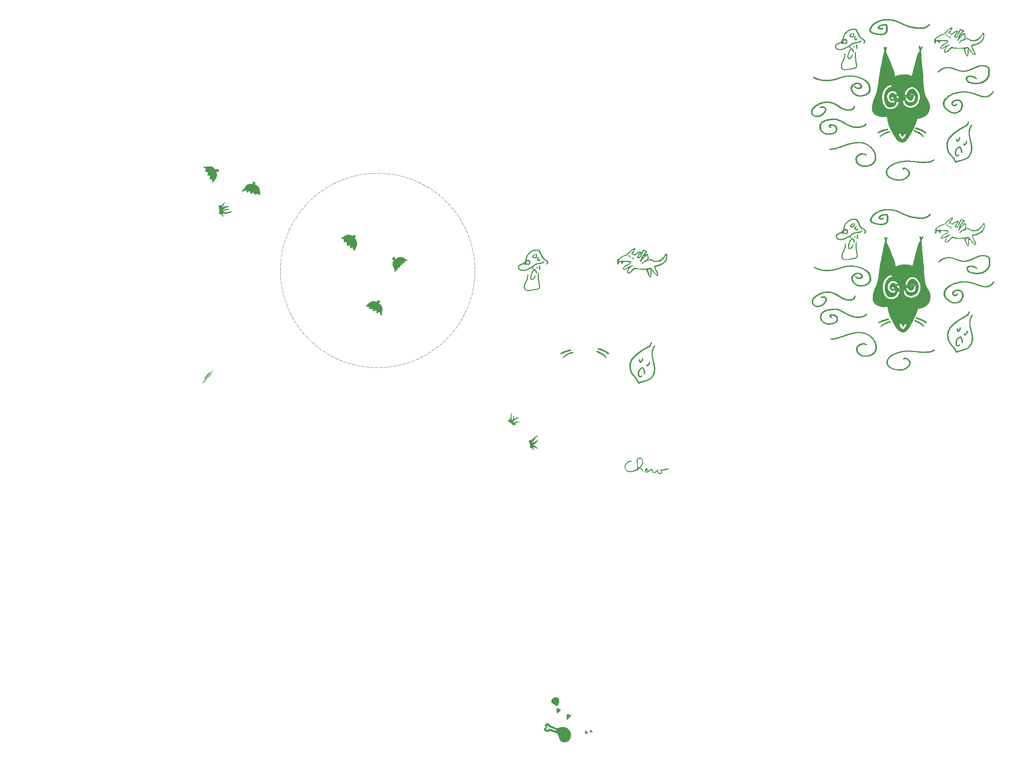
<source format=gbr>
%TF.GenerationSoftware,KiCad,Pcbnew,7.0.10*%
%TF.CreationDate,2024-03-18T13:49:46+01:00*%
%TF.ProjectId,chew_v1_backplate,63686577-5f76-4315-9f62-61636b706c61,rev?*%
%TF.SameCoordinates,Original*%
%TF.FileFunction,Legend,Top*%
%TF.FilePolarity,Positive*%
%FSLAX46Y46*%
G04 Gerber Fmt 4.6, Leading zero omitted, Abs format (unit mm)*
G04 Created by KiCad (PCBNEW 7.0.10) date 2024-03-18 13:49:46*
%MOMM*%
%LPD*%
G01*
G04 APERTURE LIST*
%ADD10C,0.300000*%
%ADD11C,0.070000*%
G04 APERTURE END LIST*
D10*
X227198572Y-50619757D02*
X227055715Y-50548328D01*
X227055715Y-50548328D02*
X226841429Y-50548328D01*
X226841429Y-50548328D02*
X226627143Y-50619757D01*
X226627143Y-50619757D02*
X226484286Y-50762614D01*
X226484286Y-50762614D02*
X226412857Y-50905471D01*
X226412857Y-50905471D02*
X226341429Y-51191185D01*
X226341429Y-51191185D02*
X226341429Y-51405471D01*
X226341429Y-51405471D02*
X226412857Y-51691185D01*
X226412857Y-51691185D02*
X226484286Y-51834042D01*
X226484286Y-51834042D02*
X226627143Y-51976900D01*
X226627143Y-51976900D02*
X226841429Y-52048328D01*
X226841429Y-52048328D02*
X226984286Y-52048328D01*
X226984286Y-52048328D02*
X227198572Y-51976900D01*
X227198572Y-51976900D02*
X227270000Y-51905471D01*
X227270000Y-51905471D02*
X227270000Y-51405471D01*
X227270000Y-51405471D02*
X226984286Y-51405471D01*
X228127143Y-50548328D02*
X228127143Y-50905471D01*
X227770000Y-50762614D02*
X228127143Y-50905471D01*
X228127143Y-50905471D02*
X228484286Y-50762614D01*
X227912857Y-51191185D02*
X228127143Y-50905471D01*
X228127143Y-50905471D02*
X228341429Y-51191185D01*
X229270000Y-50548328D02*
X229270000Y-50905471D01*
X228912857Y-50762614D02*
X229270000Y-50905471D01*
X229270000Y-50905471D02*
X229627143Y-50762614D01*
X229055714Y-51191185D02*
X229270000Y-50905471D01*
X229270000Y-50905471D02*
X229484286Y-51191185D01*
X230412857Y-50548328D02*
X230412857Y-50905471D01*
X230055714Y-50762614D02*
X230412857Y-50905471D01*
X230412857Y-50905471D02*
X230770000Y-50762614D01*
X230198571Y-51191185D02*
X230412857Y-50905471D01*
X230412857Y-50905471D02*
X230627143Y-51191185D01*
X227348572Y-93609757D02*
X227205715Y-93538328D01*
X227205715Y-93538328D02*
X226991429Y-93538328D01*
X226991429Y-93538328D02*
X226777143Y-93609757D01*
X226777143Y-93609757D02*
X226634286Y-93752614D01*
X226634286Y-93752614D02*
X226562857Y-93895471D01*
X226562857Y-93895471D02*
X226491429Y-94181185D01*
X226491429Y-94181185D02*
X226491429Y-94395471D01*
X226491429Y-94395471D02*
X226562857Y-94681185D01*
X226562857Y-94681185D02*
X226634286Y-94824042D01*
X226634286Y-94824042D02*
X226777143Y-94966900D01*
X226777143Y-94966900D02*
X226991429Y-95038328D01*
X226991429Y-95038328D02*
X227134286Y-95038328D01*
X227134286Y-95038328D02*
X227348572Y-94966900D01*
X227348572Y-94966900D02*
X227420000Y-94895471D01*
X227420000Y-94895471D02*
X227420000Y-94395471D01*
X227420000Y-94395471D02*
X227134286Y-94395471D01*
X228277143Y-93538328D02*
X228277143Y-93895471D01*
X227920000Y-93752614D02*
X228277143Y-93895471D01*
X228277143Y-93895471D02*
X228634286Y-93752614D01*
X228062857Y-94181185D02*
X228277143Y-93895471D01*
X228277143Y-93895471D02*
X228491429Y-94181185D01*
X229420000Y-93538328D02*
X229420000Y-93895471D01*
X229062857Y-93752614D02*
X229420000Y-93895471D01*
X229420000Y-93895471D02*
X229777143Y-93752614D01*
X229205714Y-94181185D02*
X229420000Y-93895471D01*
X229420000Y-93895471D02*
X229634286Y-94181185D01*
X230562857Y-93538328D02*
X230562857Y-93895471D01*
X230205714Y-93752614D02*
X230562857Y-93895471D01*
X230562857Y-93895471D02*
X230920000Y-93752614D01*
X230348571Y-94181185D02*
X230562857Y-93895471D01*
X230562857Y-93895471D02*
X230777143Y-94181185D01*
%TO.C,G\u002A\u002A\u002A*%
G36*
X174810753Y-86426326D02*
G01*
X174815307Y-86427155D01*
X174884344Y-86451076D01*
X174949873Y-86491669D01*
X174999361Y-86538715D01*
X175020276Y-86581999D01*
X175018963Y-86593162D01*
X175029389Y-86624345D01*
X175046332Y-86635002D01*
X175073049Y-86661310D01*
X175072964Y-86677187D01*
X175063377Y-86717877D01*
X175052105Y-86783614D01*
X175049469Y-86801711D01*
X175038593Y-86876691D01*
X175029063Y-86938116D01*
X175027690Y-86946303D01*
X175033618Y-87003699D01*
X175052440Y-87047465D01*
X175070274Y-87090889D01*
X175065331Y-87112877D01*
X175049199Y-87146434D01*
X175038389Y-87217277D01*
X175034278Y-87314656D01*
X175034657Y-87352167D01*
X175030288Y-87410021D01*
X175017333Y-87496175D01*
X174998586Y-87592095D01*
X174998354Y-87593154D01*
X174979497Y-87682863D01*
X174965456Y-87756813D01*
X174959076Y-87799951D01*
X174958986Y-87801519D01*
X174941655Y-87848547D01*
X174925348Y-87869511D01*
X174896052Y-87914503D01*
X174890204Y-87936070D01*
X174871227Y-88019866D01*
X174824755Y-88101583D01*
X174763748Y-88174067D01*
X174697869Y-88247468D01*
X174629694Y-88327003D01*
X174616082Y-88343457D01*
X174525634Y-88450820D01*
X174462313Y-88519001D01*
X174426287Y-88547822D01*
X174421886Y-88548864D01*
X174397455Y-88565848D01*
X174360592Y-88606757D01*
X174360094Y-88607390D01*
X174309105Y-88658337D01*
X174240917Y-88710673D01*
X174224962Y-88720979D01*
X174157935Y-88766235D01*
X174102541Y-88809981D01*
X174092814Y-88819095D01*
X174040721Y-88852838D01*
X174001565Y-88862147D01*
X173962297Y-88869739D01*
X173953216Y-88880221D01*
X173934258Y-88902994D01*
X173887958Y-88935226D01*
X173879358Y-88940243D01*
X173833764Y-88972707D01*
X173816654Y-88998480D01*
X173817595Y-89001512D01*
X173807514Y-89018166D01*
X173778800Y-89024654D01*
X173714865Y-89037677D01*
X173643818Y-89063202D01*
X173585787Y-89093046D01*
X173563691Y-89112120D01*
X173528075Y-89135272D01*
X173503445Y-89141358D01*
X173459982Y-89152233D01*
X173386754Y-89175760D01*
X173298886Y-89207053D01*
X173290655Y-89210129D01*
X173201349Y-89242709D01*
X173124588Y-89269057D01*
X173075965Y-89283837D01*
X173073767Y-89284358D01*
X173012841Y-89301622D01*
X172965323Y-89317958D01*
X172903848Y-89335200D01*
X172821939Y-89351252D01*
X172792578Y-89355607D01*
X172719783Y-89370958D01*
X172666298Y-89392378D01*
X172653857Y-89402177D01*
X172611675Y-89422461D01*
X172567541Y-89422285D01*
X172522867Y-89421367D01*
X172507448Y-89433689D01*
X172487747Y-89456247D01*
X172471300Y-89460597D01*
X172415404Y-89467038D01*
X172402122Y-89468630D01*
X172380462Y-89491690D01*
X172374623Y-89540768D01*
X172383987Y-89596575D01*
X172407600Y-89639491D01*
X172432378Y-89680275D01*
X172435152Y-89695420D01*
X172451963Y-89733056D01*
X172472440Y-89754745D01*
X172495990Y-89783496D01*
X172478465Y-89805524D01*
X172459392Y-89822130D01*
X172478381Y-89825725D01*
X172503444Y-89843838D01*
X172503866Y-89856217D01*
X172509631Y-89892522D01*
X172529974Y-89952825D01*
X172558490Y-90022282D01*
X172588771Y-90086048D01*
X172614412Y-90129280D01*
X172626068Y-90139377D01*
X172643972Y-90159664D01*
X172667613Y-90209835D01*
X172672857Y-90223722D01*
X172697471Y-90278502D01*
X172719635Y-90306944D01*
X172723283Y-90308067D01*
X172743940Y-90330546D01*
X172766614Y-90392075D01*
X172788083Y-90483791D01*
X172789029Y-90488807D01*
X172806604Y-90531988D01*
X172821427Y-90545038D01*
X172840957Y-90572560D01*
X172844829Y-90599260D01*
X172855923Y-90637305D01*
X172870350Y-90645449D01*
X172884692Y-90660236D01*
X172880872Y-90669718D01*
X172886069Y-90697269D01*
X172903548Y-90708444D01*
X172936091Y-90742017D01*
X172941224Y-90765271D01*
X172955498Y-90813690D01*
X172988476Y-90867711D01*
X173024535Y-90932776D01*
X173050105Y-91012268D01*
X173051879Y-91021578D01*
X173061890Y-91098365D01*
X173069042Y-91188840D01*
X173073016Y-91280657D01*
X173073493Y-91361471D01*
X173070152Y-91418935D01*
X173062715Y-91440705D01*
X173035552Y-91455522D01*
X172992507Y-91491200D01*
X172992019Y-91491654D01*
X172937332Y-91542603D01*
X172786020Y-91492931D01*
X172708305Y-91463765D01*
X172638943Y-91427441D01*
X172567790Y-91376741D01*
X172484698Y-91304447D01*
X172380957Y-91204756D01*
X172339432Y-91169249D01*
X172316131Y-91159818D01*
X172314330Y-91163570D01*
X172304487Y-91162807D01*
X172279263Y-91127163D01*
X172244188Y-91065181D01*
X172220750Y-91018978D01*
X172202253Y-90990228D01*
X172195693Y-90993364D01*
X172181350Y-90995536D01*
X172148441Y-90971267D01*
X172108254Y-90931957D01*
X172072073Y-90889005D01*
X172051186Y-90853811D01*
X172049573Y-90845779D01*
X172034975Y-90816717D01*
X172025474Y-90814139D01*
X172003460Y-90794912D01*
X172001376Y-90781786D01*
X171981934Y-90750593D01*
X171933674Y-90713543D01*
X171918134Y-90704605D01*
X171864354Y-90668548D01*
X171853547Y-90639720D01*
X171858503Y-90631328D01*
X171864569Y-90602076D01*
X171841900Y-90587449D01*
X171814479Y-90568523D01*
X171815233Y-90558473D01*
X171811966Y-90533067D01*
X171784620Y-90494604D01*
X171747744Y-90458852D01*
X171715887Y-90441582D01*
X171708560Y-90442854D01*
X171691183Y-90434998D01*
X171688093Y-90416212D01*
X171672015Y-90367500D01*
X171651945Y-90340773D01*
X171623884Y-90322302D01*
X171615797Y-90330445D01*
X171595630Y-90351417D01*
X171567600Y-90356265D01*
X171528440Y-90366357D01*
X171519402Y-90380363D01*
X171536840Y-90403771D01*
X171542271Y-90404462D01*
X171548534Y-90423790D01*
X171536325Y-90472056D01*
X171528832Y-90491360D01*
X171505809Y-90561950D01*
X171496360Y-90622626D01*
X171496581Y-90629928D01*
X171497585Y-90676656D01*
X171495128Y-90693646D01*
X171491535Y-90722022D01*
X171487310Y-90785198D01*
X171483337Y-90869802D01*
X171483159Y-90874386D01*
X171474417Y-91033499D01*
X171459738Y-91222362D01*
X171440569Y-91423098D01*
X171433503Y-91488902D01*
X171418160Y-91603648D01*
X171399493Y-91681235D01*
X171373111Y-91732691D01*
X171334624Y-91769044D01*
X171317528Y-91780212D01*
X171255763Y-91814930D01*
X171220495Y-91823935D01*
X171198980Y-91809494D01*
X171194070Y-91802185D01*
X171160080Y-91781941D01*
X171132401Y-91778086D01*
X171093756Y-91762000D01*
X171085626Y-91740516D01*
X171073943Y-91715573D01*
X171061527Y-91717840D01*
X171042232Y-91710823D01*
X171037429Y-91685692D01*
X171015924Y-91637610D01*
X170961736Y-91604660D01*
X170939313Y-91599428D01*
X170912300Y-91583770D01*
X170882458Y-91553676D01*
X170863073Y-91524866D01*
X170866260Y-91513001D01*
X170884882Y-91500769D01*
X170874173Y-91473043D01*
X170843336Y-91443280D01*
X170806822Y-91426083D01*
X170763264Y-91407634D01*
X170725783Y-91380805D01*
X170705940Y-91356191D01*
X170715292Y-91344384D01*
X170717603Y-91344310D01*
X170733275Y-91321545D01*
X170735033Y-91254556D01*
X170727918Y-91182401D01*
X170706215Y-91163843D01*
X170681973Y-91166600D01*
X170656517Y-91171693D01*
X170670740Y-91157892D01*
X170688871Y-91118824D01*
X170669951Y-91061849D01*
X170621479Y-91000657D01*
X170587675Y-90941261D01*
X170590440Y-90894541D01*
X170591562Y-90838781D01*
X170576037Y-90772944D01*
X170550011Y-90711797D01*
X170519632Y-90670109D01*
X170493448Y-90661508D01*
X170471279Y-90653427D01*
X170469578Y-90612396D01*
X170462520Y-90559745D01*
X170442032Y-90538429D01*
X170418763Y-90516005D01*
X170420753Y-90504352D01*
X170420525Y-90471748D01*
X170405499Y-90415918D01*
X170382276Y-90354352D01*
X170357454Y-90304539D01*
X170337632Y-90283969D01*
X170337594Y-90283969D01*
X170321900Y-90262951D01*
X170306346Y-90211284D01*
X170304168Y-90200469D01*
X170295359Y-90171898D01*
X170728675Y-90171898D01*
X170735821Y-90247681D01*
X170736531Y-90253905D01*
X170759259Y-90387904D01*
X170798597Y-90551766D01*
X170850555Y-90731783D01*
X170911141Y-90914246D01*
X170976365Y-91085444D01*
X170983787Y-91103324D01*
X171027916Y-91209287D01*
X171068163Y-91307109D01*
X171098781Y-91382764D01*
X171109936Y-91411153D01*
X171140855Y-91470888D01*
X171175218Y-91509544D01*
X171177701Y-91511062D01*
X171221841Y-91521784D01*
X171263097Y-91514123D01*
X171278415Y-91495224D01*
X171274851Y-91467577D01*
X171265233Y-91402992D01*
X171251174Y-91312119D01*
X171239581Y-91238742D01*
X171223668Y-91117419D01*
X171214244Y-91000655D01*
X171212501Y-90905817D01*
X171214600Y-90874386D01*
X171222604Y-90807558D01*
X171235287Y-90704898D01*
X171251154Y-90578374D01*
X171268710Y-90439955D01*
X171276329Y-90380363D01*
X171296229Y-90221600D01*
X171307560Y-90105394D01*
X171307665Y-90026468D01*
X171293891Y-89979547D01*
X171263581Y-89959353D01*
X171214082Y-89960612D01*
X171142739Y-89978046D01*
X171082794Y-89995732D01*
X170994668Y-90021812D01*
X170923899Y-90042357D01*
X170883715Y-90053534D01*
X170880787Y-90054247D01*
X170842580Y-90066704D01*
X170788691Y-90087536D01*
X170750763Y-90105690D01*
X170732207Y-90129190D01*
X170728675Y-90171898D01*
X170295359Y-90171898D01*
X170285075Y-90138546D01*
X170259502Y-90100137D01*
X170235136Y-90093747D01*
X170223463Y-90111161D01*
X170204489Y-90131212D01*
X170197486Y-90129497D01*
X170159437Y-90119181D01*
X170090793Y-90110972D01*
X170005395Y-90105352D01*
X169917087Y-90102801D01*
X169839709Y-90103799D01*
X169787105Y-90108827D01*
X169772582Y-90114739D01*
X169737478Y-90137171D01*
X169721207Y-90139377D01*
X169696910Y-90127992D01*
X169699051Y-90116736D01*
X169704014Y-90109314D01*
X169705488Y-90103337D01*
X169698648Y-90098494D01*
X169678668Y-90094472D01*
X169640724Y-90090957D01*
X169579990Y-90087636D01*
X169491641Y-90084198D01*
X169370851Y-90080328D01*
X169212796Y-90075714D01*
X169012649Y-90070043D01*
X168952894Y-90068350D01*
X168695305Y-90059781D01*
X168480253Y-90049498D01*
X168302087Y-90036750D01*
X168155158Y-90020786D01*
X168033813Y-90000853D01*
X167932402Y-89976201D01*
X167845275Y-89946077D01*
X167768983Y-89910877D01*
X167704939Y-89888271D01*
X167670609Y-89902928D01*
X167663615Y-89935960D01*
X167653380Y-89967149D01*
X167645390Y-89970686D01*
X167620652Y-89986349D01*
X167571358Y-90027893D01*
X167507064Y-90087148D01*
X167490328Y-90103229D01*
X167422762Y-90165716D01*
X167366530Y-90212345D01*
X167331742Y-90234868D01*
X167327812Y-90235771D01*
X167303126Y-90251055D01*
X167302135Y-90256843D01*
X167285929Y-90281463D01*
X167242132Y-90331454D01*
X167177978Y-90398864D01*
X167121276Y-90455657D01*
X167044669Y-90533584D01*
X166981339Y-90602949D01*
X166939319Y-90654664D01*
X166926863Y-90675572D01*
X166899526Y-90711309D01*
X166879632Y-90717745D01*
X166842453Y-90736821D01*
X166820616Y-90765093D01*
X166782179Y-90802032D01*
X166718289Y-90834786D01*
X166699731Y-90841066D01*
X166635525Y-90869261D01*
X166595011Y-90903857D01*
X166590447Y-90912982D01*
X166563697Y-90943742D01*
X166541607Y-90942803D01*
X166497601Y-90945287D01*
X166446446Y-90968687D01*
X166404794Y-90989263D01*
X166386429Y-90985046D01*
X166386385Y-90984162D01*
X166367620Y-90972043D01*
X166332895Y-90980072D01*
X166268710Y-90983826D01*
X166174763Y-90956637D01*
X166158180Y-90950002D01*
X166072179Y-90911915D01*
X166017278Y-90877163D01*
X165978893Y-90833721D01*
X165944719Y-90773986D01*
X165927798Y-90723341D01*
X165916597Y-90656326D01*
X165911669Y-90586637D01*
X165913567Y-90527970D01*
X165922846Y-90494018D01*
X165933317Y-90491824D01*
X165947432Y-90477695D01*
X165961833Y-90429734D01*
X165965326Y-90411156D01*
X165983036Y-90347679D01*
X166017040Y-90257742D01*
X166061055Y-90157466D01*
X166077548Y-90123144D01*
X166121118Y-90027648D01*
X166149121Y-89951477D01*
X166158188Y-89904327D01*
X166156285Y-89896508D01*
X166151633Y-89878133D01*
X166165774Y-89884039D01*
X166190538Y-89885008D01*
X166193596Y-89874957D01*
X166175428Y-89842231D01*
X166136206Y-89832851D01*
X166098851Y-89850438D01*
X166092737Y-89859026D01*
X166064409Y-89886166D01*
X166047523Y-89885425D01*
X166026400Y-89888790D01*
X166024905Y-89896968D01*
X166004996Y-89918499D01*
X165982070Y-89922489D01*
X165930247Y-89935865D01*
X165885675Y-89960003D01*
X165846969Y-89982756D01*
X165832116Y-89983483D01*
X165813575Y-89983829D01*
X165767931Y-90002774D01*
X165757645Y-90007959D01*
X165698134Y-90030715D01*
X165652815Y-90034612D01*
X165649972Y-90033729D01*
X165613279Y-90033412D01*
X165604525Y-90040803D01*
X165574165Y-90052431D01*
X165537482Y-90050392D01*
X165474049Y-90056042D01*
X165437668Y-90073454D01*
X165402631Y-90091614D01*
X165357834Y-90093551D01*
X165286982Y-90079398D01*
X165268977Y-90074836D01*
X165193547Y-90050158D01*
X165136565Y-90022120D01*
X165118822Y-90007182D01*
X165088152Y-89985368D01*
X165072786Y-89989135D01*
X165063720Y-89990321D01*
X165068576Y-89979931D01*
X165064252Y-89945834D01*
X165036291Y-89909925D01*
X164998460Y-89859316D01*
X164993351Y-89798615D01*
X165021250Y-89717640D01*
X165042884Y-89675125D01*
X165080100Y-89619181D01*
X165136733Y-89548488D01*
X165204037Y-89472314D01*
X165273269Y-89399930D01*
X165335683Y-89340605D01*
X165382534Y-89303608D01*
X165400620Y-89295923D01*
X165419987Y-89276371D01*
X165422438Y-89259775D01*
X165435664Y-89225887D01*
X165446537Y-89220615D01*
X165493369Y-89214974D01*
X165496677Y-89214590D01*
X165530755Y-89194476D01*
X165553556Y-89169405D01*
X165594199Y-89134999D01*
X165620958Y-89127232D01*
X165665854Y-89110082D01*
X165688679Y-89089692D01*
X165731831Y-89054888D01*
X165794717Y-89020917D01*
X165800074Y-89018626D01*
X165853026Y-88989807D01*
X165879589Y-88962239D01*
X165880313Y-88958349D01*
X165895004Y-88942813D01*
X165904412Y-88946492D01*
X165926685Y-88946115D01*
X165928510Y-88938547D01*
X165949576Y-88919536D01*
X166001414Y-88902242D01*
X166012856Y-88899885D01*
X166068450Y-88884444D01*
X166096414Y-88866864D01*
X166097201Y-88863979D01*
X166117265Y-88842613D01*
X166166471Y-88816486D01*
X166175522Y-88812752D01*
X166232081Y-88786582D01*
X166315376Y-88743641D01*
X166410629Y-88691645D01*
X166446632Y-88671261D01*
X166577430Y-88603276D01*
X166676024Y-88567777D01*
X166723767Y-88561656D01*
X166800935Y-88569622D01*
X166848768Y-88589334D01*
X166858511Y-88616862D01*
X166856309Y-88621160D01*
X166860329Y-88650586D01*
X166867965Y-88657065D01*
X166891550Y-88687801D01*
X166870078Y-88717203D01*
X166838235Y-88730852D01*
X166783688Y-88750686D01*
X166708955Y-88781544D01*
X166675569Y-88796252D01*
X166592259Y-88833814D01*
X166491386Y-88879335D01*
X166422533Y-88910428D01*
X166356311Y-88945125D01*
X166258765Y-89002432D01*
X166137892Y-89077089D01*
X166001688Y-89163834D01*
X165858149Y-89257406D01*
X165715273Y-89352542D01*
X165581055Y-89443982D01*
X165463492Y-89526463D01*
X165370581Y-89594724D01*
X165315788Y-89638654D01*
X165253502Y-89705357D01*
X165236791Y-89758763D01*
X165265647Y-89801223D01*
X165314945Y-89826456D01*
X165389091Y-89844033D01*
X165477700Y-89850413D01*
X165564442Y-89846176D01*
X165632986Y-89831904D01*
X165663425Y-89814045D01*
X165697783Y-89783774D01*
X165713720Y-89777897D01*
X165741788Y-89766536D01*
X165801886Y-89735807D01*
X165884479Y-89690738D01*
X165957781Y-89649209D01*
X166119094Y-89559360D01*
X166291974Y-89468163D01*
X166468738Y-89379220D01*
X166641706Y-89296133D01*
X166803194Y-89222506D01*
X166945523Y-89161940D01*
X167061008Y-89118038D01*
X167139840Y-89094841D01*
X167297814Y-89061727D01*
X167308925Y-89119848D01*
X167307499Y-89164419D01*
X167275521Y-89198530D01*
X167239746Y-89218872D01*
X167181962Y-89248178D01*
X167096067Y-89291583D01*
X166997015Y-89341534D01*
X166955173Y-89362606D01*
X166829664Y-89431821D01*
X166735394Y-89499788D01*
X166657067Y-89577811D01*
X166645360Y-89591543D01*
X166533401Y-89734959D01*
X166443556Y-89869746D01*
X166381511Y-89986925D01*
X166361615Y-90039568D01*
X166338030Y-90111523D01*
X166315995Y-90170731D01*
X166313967Y-90175525D01*
X166261110Y-90300569D01*
X166225908Y-90392651D01*
X166205112Y-90462231D01*
X166195468Y-90519774D01*
X166193596Y-90562800D01*
X166209992Y-90655616D01*
X166260086Y-90714336D01*
X166345233Y-90740261D01*
X166379927Y-90741843D01*
X166435993Y-90733979D01*
X166480714Y-90703118D01*
X166525182Y-90646363D01*
X166568563Y-90590183D01*
X166604118Y-90555387D01*
X166615486Y-90549969D01*
X166639223Y-90533054D01*
X166690532Y-90486638D01*
X166763923Y-90416292D01*
X166853909Y-90327586D01*
X166955003Y-90226092D01*
X167061715Y-90117383D01*
X167168560Y-90007028D01*
X167270048Y-89900599D01*
X167360692Y-89803669D01*
X167435004Y-89721807D01*
X167464752Y-89687766D01*
X167591222Y-89540249D01*
X167693690Y-89596753D01*
X167782553Y-89636950D01*
X167906154Y-89680995D01*
X168051614Y-89725247D01*
X168206060Y-89766062D01*
X168356614Y-89799799D01*
X168490403Y-89822815D01*
X168495019Y-89823434D01*
X168681398Y-89847431D01*
X168833281Y-89864742D01*
X168963815Y-89875994D01*
X169086143Y-89881812D01*
X169213409Y-89882823D01*
X169358759Y-89879654D01*
X169534513Y-89872965D01*
X169759686Y-89862959D01*
X169943555Y-89853464D01*
X170092997Y-89843880D01*
X170214893Y-89833605D01*
X170316121Y-89822040D01*
X170403562Y-89808585D01*
X170484094Y-89792638D01*
X170502729Y-89788471D01*
X170599112Y-89769706D01*
X170691045Y-89757039D01*
X170743715Y-89753613D01*
X170803839Y-89747409D01*
X170896283Y-89730793D01*
X171007003Y-89706517D01*
X171091651Y-89685447D01*
X171195062Y-89659949D01*
X171278855Y-89642406D01*
X171333730Y-89634555D01*
X171350711Y-89637058D01*
X171366179Y-89660949D01*
X171408663Y-89713161D01*
X171472285Y-89786790D01*
X171551167Y-89874932D01*
X171581511Y-89908169D01*
X171686032Y-90028063D01*
X171796635Y-90164872D01*
X171899642Y-90301152D01*
X171976576Y-90412039D01*
X172067927Y-90545576D01*
X172164175Y-90674503D01*
X172259083Y-90791447D01*
X172346420Y-90889038D01*
X172419951Y-90959903D01*
X172469461Y-90994880D01*
X172512293Y-91023492D01*
X172575205Y-91074653D01*
X172639990Y-91133039D01*
X172727602Y-91207581D01*
X172791680Y-91242138D01*
X172834471Y-91237450D01*
X172855529Y-91203971D01*
X172853671Y-91154459D01*
X172832646Y-91087927D01*
X172801257Y-91026601D01*
X172772765Y-90995023D01*
X172752636Y-90965514D01*
X172728837Y-90908489D01*
X172723371Y-90892125D01*
X172693228Y-90820765D01*
X172646620Y-90734507D01*
X172613247Y-90681502D01*
X172562860Y-90596697D01*
X172500688Y-90475849D01*
X172431073Y-90328336D01*
X172358356Y-90163536D01*
X172286880Y-89990824D01*
X172250642Y-89898390D01*
X172184329Y-89723958D01*
X172134823Y-89588772D01*
X172100733Y-89487448D01*
X172080669Y-89414600D01*
X172073241Y-89364846D01*
X172077059Y-89332799D01*
X172090733Y-89313075D01*
X172098163Y-89307730D01*
X172112065Y-89278849D01*
X172108791Y-89270159D01*
X172110661Y-89249108D01*
X172117636Y-89247726D01*
X172141821Y-89227796D01*
X172151873Y-89203647D01*
X172166772Y-89180546D01*
X172203403Y-89162517D01*
X172270533Y-89146704D01*
X172376923Y-89130256D01*
X172377597Y-89130164D01*
X172496897Y-89110693D01*
X172618792Y-89085768D01*
X172720343Y-89060173D01*
X172736385Y-89055334D01*
X172832586Y-89025259D01*
X172950695Y-88988542D01*
X173066548Y-88952693D01*
X173076113Y-88949743D01*
X173397671Y-88838236D01*
X173678674Y-88713394D01*
X173925796Y-88571492D01*
X174145710Y-88408804D01*
X174302540Y-88265191D01*
X174431265Y-88131128D01*
X174529680Y-88013133D01*
X174605713Y-87897934D01*
X174667289Y-87772255D01*
X174722335Y-87622825D01*
X174761162Y-87497202D01*
X174802642Y-87337542D01*
X174831390Y-87187422D01*
X174846949Y-87053894D01*
X174848862Y-86944010D01*
X174836672Y-86864819D01*
X174809920Y-86823373D01*
X174805018Y-86820996D01*
X174767183Y-86828712D01*
X174719777Y-86864115D01*
X174677130Y-86913038D01*
X174653577Y-86961317D01*
X174652349Y-86971882D01*
X174637144Y-87006008D01*
X174600627Y-87052845D01*
X174599572Y-87053982D01*
X174540239Y-87125308D01*
X174475969Y-87214268D01*
X174416948Y-87305515D01*
X174373363Y-87383703D01*
X174359753Y-87415312D01*
X174335091Y-87452536D01*
X174281242Y-87514985D01*
X174205044Y-87595867D01*
X174113334Y-87688389D01*
X174012950Y-87785757D01*
X173910728Y-87881177D01*
X173813508Y-87967857D01*
X173748529Y-88022601D01*
X173675166Y-88078481D01*
X173593151Y-88135037D01*
X173514110Y-88184948D01*
X173449671Y-88220889D01*
X173411462Y-88235539D01*
X173410367Y-88235582D01*
X173375299Y-88242626D01*
X173307371Y-88261353D01*
X173219433Y-88288152D01*
X173191586Y-88297059D01*
X173102066Y-88323353D01*
X173013904Y-88342336D01*
X172914580Y-88355714D01*
X172791573Y-88365192D01*
X172639990Y-88372190D01*
X172443697Y-88376065D01*
X172284133Y-88369791D01*
X172150506Y-88351250D01*
X172032021Y-88318325D01*
X171917885Y-88268899D01*
X171811900Y-88209726D01*
X171734087Y-88164327D01*
X171671817Y-88130821D01*
X171636795Y-88115449D01*
X171634398Y-88115088D01*
X171604888Y-88105087D01*
X171543222Y-88078314D01*
X171460321Y-88039615D01*
X171417146Y-88018694D01*
X171298151Y-87963800D01*
X171211067Y-87933535D01*
X171147075Y-87926760D01*
X171097354Y-87942336D01*
X171059519Y-87972504D01*
X171021210Y-88005241D01*
X170999870Y-88013266D01*
X170993174Y-87986363D01*
X170984353Y-87924302D01*
X170975208Y-87839964D01*
X170974370Y-87831070D01*
X170968386Y-87717541D01*
X170977768Y-87644612D01*
X171005643Y-87606265D01*
X171055136Y-87596485D01*
X171093753Y-87601298D01*
X171159568Y-87621167D01*
X171206431Y-87647036D01*
X171250563Y-87671599D01*
X171321133Y-87698253D01*
X171360028Y-87709770D01*
X171429832Y-87733476D01*
X171477635Y-87759100D01*
X171488813Y-87771453D01*
X171519206Y-87794991D01*
X171558128Y-87801806D01*
X171617547Y-87818456D01*
X171666106Y-87852115D01*
X171707569Y-87884165D01*
X171765734Y-87918884D01*
X171826207Y-87949076D01*
X171874596Y-87967541D01*
X171896426Y-87967312D01*
X171914438Y-87974095D01*
X171944624Y-87997573D01*
X171998000Y-88031456D01*
X172068798Y-88062093D01*
X172076687Y-88064720D01*
X172145977Y-88079814D01*
X172237511Y-88090555D01*
X172336498Y-88096360D01*
X172428149Y-88096646D01*
X172497675Y-88090829D01*
X172525894Y-88082434D01*
X172552025Y-88078065D01*
X172555645Y-88086555D01*
X172576264Y-88103523D01*
X172615452Y-88109064D01*
X172655859Y-88102624D01*
X172663257Y-88089642D01*
X172668083Y-88061454D01*
X172675745Y-88055085D01*
X172696632Y-88060406D01*
X172700237Y-88077977D01*
X172713624Y-88104519D01*
X172755877Y-88102042D01*
X172819387Y-88087988D01*
X172854198Y-88081813D01*
X172903088Y-88058287D01*
X172918683Y-88041096D01*
X172936831Y-88021925D01*
X172940855Y-88036972D01*
X172949619Y-88055112D01*
X172982530Y-88041454D01*
X172987862Y-88038173D01*
X173019664Y-88008368D01*
X173022588Y-87989772D01*
X173028493Y-87971566D01*
X173036196Y-87970496D01*
X173060766Y-87985156D01*
X173061717Y-87990578D01*
X173081293Y-88008412D01*
X173097865Y-88010661D01*
X173129890Y-87995006D01*
X173134013Y-87981541D01*
X173154704Y-87960099D01*
X173197641Y-87952422D01*
X173253416Y-87938792D01*
X173283184Y-87913262D01*
X173323654Y-87880129D01*
X173351895Y-87874102D01*
X173400820Y-87855181D01*
X173428790Y-87825904D01*
X173469746Y-87787748D01*
X173502712Y-87777707D01*
X173532218Y-87767411D01*
X173531641Y-87753608D01*
X173540794Y-87736305D01*
X173586671Y-87729510D01*
X173640810Y-87718985D01*
X173681586Y-87679452D01*
X173702017Y-87645164D01*
X173742034Y-87589736D01*
X173782731Y-87561841D01*
X173790157Y-87560819D01*
X173826129Y-87544107D01*
X173832875Y-87524671D01*
X173842527Y-87494238D01*
X173850949Y-87491377D01*
X173891960Y-87491006D01*
X173894245Y-87475127D01*
X173881072Y-87464424D01*
X173862041Y-87446809D01*
X173885936Y-87440954D01*
X173898708Y-87440694D01*
X173946929Y-87424309D01*
X174008563Y-87383108D01*
X174039344Y-87355980D01*
X174092660Y-87307450D01*
X174132590Y-87276958D01*
X174144431Y-87271635D01*
X174165650Y-87252191D01*
X174196938Y-87203464D01*
X174208634Y-87181632D01*
X174245453Y-87116109D01*
X174279445Y-87065855D01*
X174286111Y-87058032D01*
X174306583Y-87013707D01*
X174304461Y-86990141D01*
X174303511Y-86967170D01*
X174312599Y-86969011D01*
X174337708Y-86962197D01*
X174348301Y-86944637D01*
X174372183Y-86919824D01*
X174386974Y-86922099D01*
X174409303Y-86920349D01*
X174411243Y-86911577D01*
X174392158Y-86887243D01*
X174381119Y-86885113D01*
X174380103Y-86876570D01*
X174415146Y-86856537D01*
X174429317Y-86850128D01*
X174486665Y-86817705D01*
X174509452Y-86775884D01*
X174508521Y-86709116D01*
X174514624Y-86677611D01*
X174550302Y-86679480D01*
X174553140Y-86680362D01*
X174590934Y-86682685D01*
X174611344Y-86650722D01*
X174616947Y-86628364D01*
X174640892Y-86536318D01*
X174666878Y-86485046D01*
X174700104Y-86467228D01*
X174729170Y-86470403D01*
X174766812Y-86476800D01*
X174765170Y-86461641D01*
X174754336Y-86447588D01*
X174740354Y-86424758D01*
X174756429Y-86418586D01*
X174810753Y-86426326D01*
G37*
G36*
X167691955Y-85197273D02*
G01*
X167775246Y-85242909D01*
X167823968Y-85293530D01*
X167849575Y-85351360D01*
X167860925Y-85419794D01*
X167856605Y-85479443D01*
X167839641Y-85508703D01*
X167812409Y-85538008D01*
X167768786Y-85596733D01*
X167717050Y-85672890D01*
X167665477Y-85754493D01*
X167639516Y-85798516D01*
X167609465Y-85847470D01*
X167589504Y-85873912D01*
X167569269Y-85900991D01*
X167537085Y-85952382D01*
X167530086Y-85964282D01*
X167495994Y-86015082D01*
X167469372Y-86041529D01*
X167465629Y-86042602D01*
X167448577Y-86062054D01*
X167446727Y-86076742D01*
X167435930Y-86112774D01*
X167428653Y-86118915D01*
X167405629Y-86142794D01*
X167366133Y-86195449D01*
X167318414Y-86264452D01*
X167270725Y-86337375D01*
X167231317Y-86401792D01*
X167208442Y-86445274D01*
X167205740Y-86454642D01*
X167226222Y-86478407D01*
X167276643Y-86506570D01*
X167340464Y-86530769D01*
X167372018Y-86538726D01*
X167412499Y-86557728D01*
X167420216Y-86565637D01*
X167479556Y-86609690D01*
X167563111Y-86618314D01*
X167657590Y-86592101D01*
X167718340Y-86560711D01*
X167755054Y-86532964D01*
X167760009Y-86523664D01*
X167779316Y-86502603D01*
X167793128Y-86500477D01*
X167828699Y-86485176D01*
X167883420Y-86446040D01*
X167919418Y-86415136D01*
X167985194Y-86362604D01*
X168047843Y-86324848D01*
X168073064Y-86315227D01*
X168139031Y-86290005D01*
X168193785Y-86258805D01*
X168245967Y-86227415D01*
X168317871Y-86190163D01*
X168398109Y-86152135D01*
X168475291Y-86118416D01*
X168538027Y-86094093D01*
X168574929Y-86084250D01*
X168580131Y-86086287D01*
X168592625Y-86082896D01*
X168616279Y-86056071D01*
X168642673Y-86026975D01*
X168651660Y-86026566D01*
X168670073Y-86028556D01*
X168715231Y-86010850D01*
X168723586Y-86006646D01*
X168796333Y-85976997D01*
X168862154Y-85960610D01*
X168926387Y-85948267D01*
X168966967Y-85935896D01*
X169004264Y-85943878D01*
X169048925Y-85985589D01*
X169092858Y-86049104D01*
X169127971Y-86122501D01*
X169146172Y-86193855D01*
X169146778Y-86200830D01*
X169138482Y-86274269D01*
X169108756Y-86330887D01*
X169065796Y-86355720D01*
X169061872Y-86355885D01*
X169051245Y-86375460D01*
X169055103Y-86410107D01*
X169058506Y-86444701D01*
X169049039Y-86446464D01*
X169017663Y-86443425D01*
X168984189Y-86470464D01*
X168964952Y-86513127D01*
X168964259Y-86521502D01*
X168948677Y-86560009D01*
X168909175Y-86618357D01*
X168870502Y-86665292D01*
X168809268Y-86739961D01*
X168755123Y-86815799D01*
X168733163Y-86852057D01*
X168700670Y-86904661D01*
X168675186Y-86932785D01*
X168671035Y-86934253D01*
X168661795Y-86951785D01*
X168665334Y-86965945D01*
X168658320Y-87002813D01*
X168625468Y-87053263D01*
X168616381Y-87063582D01*
X168569481Y-87117979D01*
X168556983Y-87143948D01*
X168576741Y-87145117D01*
X168606193Y-87157037D01*
X168646145Y-87193667D01*
X168691625Y-87226107D01*
X168737856Y-87233101D01*
X168768158Y-87214241D01*
X168772154Y-87196760D01*
X168791679Y-87177589D01*
X168807842Y-87175240D01*
X168839801Y-87154676D01*
X168858652Y-87114993D01*
X168877259Y-87069880D01*
X168895259Y-87054747D01*
X168911936Y-87034272D01*
X168916746Y-86999595D01*
X168927560Y-86943673D01*
X168954537Y-86871622D01*
X168964943Y-86849908D01*
X168994688Y-86784903D01*
X169011639Y-86734944D01*
X169013140Y-86724319D01*
X169029514Y-86695690D01*
X169039817Y-86693267D01*
X169056266Y-86675866D01*
X169053220Y-86658676D01*
X169055058Y-86623784D01*
X169065715Y-86615495D01*
X169082999Y-86588362D01*
X169096043Y-86530256D01*
X169098939Y-86502236D01*
X169116714Y-86414245D01*
X169163176Y-86340280D01*
X169184988Y-86316480D01*
X169227565Y-86269366D01*
X169248051Y-86240116D01*
X169247099Y-86235392D01*
X169249121Y-86216251D01*
X169270324Y-86166106D01*
X169305584Y-86096824D01*
X169342934Y-86025188D01*
X169367767Y-85972485D01*
X169374644Y-85950648D01*
X169380444Y-85925634D01*
X169403472Y-85875396D01*
X169435450Y-85815607D01*
X169468098Y-85761937D01*
X169489089Y-85733991D01*
X169515317Y-85688829D01*
X169519212Y-85668200D01*
X169538301Y-85631266D01*
X169567410Y-85608826D01*
X169604516Y-85595410D01*
X169615607Y-85600749D01*
X169628757Y-85602760D01*
X169642766Y-85591307D01*
X169683541Y-85576340D01*
X169733136Y-85588799D01*
X169794238Y-85609672D01*
X169876971Y-85634443D01*
X169917690Y-85645632D01*
X170043030Y-85687425D01*
X170170117Y-85744592D01*
X170290322Y-85811559D01*
X170395014Y-85882752D01*
X170475564Y-85952595D01*
X170523341Y-86015515D01*
X170532239Y-86042602D01*
X170530409Y-86146689D01*
X170492392Y-86219195D01*
X170417561Y-86261075D01*
X170383704Y-86268494D01*
X170281968Y-86289285D01*
X170211706Y-86319874D01*
X170161097Y-86370468D01*
X170118321Y-86451277D01*
X170090189Y-86521987D01*
X170045167Y-86618785D01*
X169987350Y-86713570D01*
X169949156Y-86762777D01*
X169903357Y-86818485D01*
X169877509Y-86859356D01*
X169875489Y-86872819D01*
X169869027Y-86884515D01*
X169854586Y-86886077D01*
X169819881Y-86902720D01*
X169768216Y-86944153D01*
X169712541Y-86997677D01*
X169665811Y-87050589D01*
X169640978Y-87090191D01*
X169639706Y-87096778D01*
X169623105Y-87131314D01*
X169604990Y-87149953D01*
X169581635Y-87189703D01*
X169583035Y-87212016D01*
X169601399Y-87232706D01*
X169638054Y-87220108D01*
X169644652Y-87216279D01*
X169711549Y-87167133D01*
X169778467Y-87102801D01*
X169836092Y-87034407D01*
X169875113Y-86973074D01*
X169886217Y-86929925D01*
X169885812Y-86928229D01*
X169900378Y-86912312D01*
X169916841Y-86910155D01*
X169948910Y-86897142D01*
X169952989Y-86886056D01*
X169971652Y-86863071D01*
X169979644Y-86861957D01*
X170010868Y-86844500D01*
X170051313Y-86803403D01*
X170087016Y-86755583D01*
X170104011Y-86717952D01*
X170103605Y-86711808D01*
X170118129Y-86696439D01*
X170141706Y-86693267D01*
X170184877Y-86673783D01*
X170217290Y-86634484D01*
X170261661Y-86587624D01*
X170338366Y-86540895D01*
X170375642Y-86524200D01*
X170450282Y-86495790D01*
X170498663Y-86485850D01*
X170538550Y-86493231D01*
X170576965Y-86511188D01*
X170632659Y-86546519D01*
X170677229Y-86592471D01*
X170712337Y-86654870D01*
X170739642Y-86739544D01*
X170760805Y-86852318D01*
X170777485Y-86999018D01*
X170791344Y-87185471D01*
X170797090Y-87283684D01*
X170806376Y-87438331D01*
X170817043Y-87593925D01*
X170828046Y-87736522D01*
X170838341Y-87852180D01*
X170843074Y-87897101D01*
X170853175Y-88022183D01*
X170847209Y-88103352D01*
X170821717Y-88143213D01*
X170773236Y-88144373D01*
X170698306Y-88109438D01*
X170624031Y-88062041D01*
X170553051Y-88025196D01*
X170501134Y-88029497D01*
X170458913Y-88077175D01*
X170444590Y-88104737D01*
X170397669Y-88182855D01*
X170339607Y-88254880D01*
X170336289Y-88258251D01*
X170297795Y-88293411D01*
X170261131Y-88312436D01*
X170211372Y-88318795D01*
X170133594Y-88315955D01*
X170098381Y-88313529D01*
X169927945Y-88301334D01*
X169676890Y-88545592D01*
X169565754Y-88651354D01*
X169480860Y-88724718D01*
X169415783Y-88768727D01*
X169364100Y-88786423D01*
X169319389Y-88780851D01*
X169275226Y-88755052D01*
X169260152Y-88743014D01*
X169221342Y-88707039D01*
X169205930Y-88685918D01*
X169222230Y-88666109D01*
X169267707Y-88617732D01*
X169337228Y-88546069D01*
X169425659Y-88456400D01*
X169527867Y-88354006D01*
X169549336Y-88332638D01*
X169666062Y-88216902D01*
X169754207Y-88131068D01*
X169819268Y-88070953D01*
X169866741Y-88032376D01*
X169902122Y-88011156D01*
X169930910Y-88003110D01*
X169958601Y-88004057D01*
X169977087Y-88007223D01*
X170078884Y-88026771D01*
X170144104Y-88036057D01*
X170183901Y-88031519D01*
X170209429Y-88009593D01*
X170231840Y-87966716D01*
X170253148Y-87919025D01*
X170296233Y-87825916D01*
X170327486Y-87769921D01*
X170355636Y-87744564D01*
X170389412Y-87743367D01*
X170437542Y-87759853D01*
X170457093Y-87767682D01*
X170522343Y-87791237D01*
X170560595Y-87794781D01*
X170588468Y-87778810D01*
X170595768Y-87771820D01*
X170613350Y-87748430D01*
X170620034Y-87716476D01*
X170615726Y-87664289D01*
X170600329Y-87580197D01*
X170593949Y-87549010D01*
X170575815Y-87434271D01*
X170562277Y-87297079D01*
X170555724Y-87163125D01*
X170555455Y-87134930D01*
X170551532Y-86995061D01*
X170538940Y-86898217D01*
X170516449Y-86839804D01*
X170482829Y-86815228D01*
X170469415Y-86813760D01*
X170430735Y-86829759D01*
X170364398Y-86874001D01*
X170277029Y-86940849D01*
X170175254Y-87024668D01*
X170065697Y-87119824D01*
X169954985Y-87220680D01*
X169849743Y-87321602D01*
X169756595Y-87416954D01*
X169742916Y-87431687D01*
X169648426Y-87538920D01*
X169553692Y-87654289D01*
X169470579Y-87762923D01*
X169417316Y-87839819D01*
X169366047Y-87911901D01*
X169297485Y-87997198D01*
X169218888Y-88087950D01*
X169137517Y-88176393D01*
X169060628Y-88254767D01*
X168995480Y-88315311D01*
X168949333Y-88350261D01*
X168934820Y-88355762D01*
X168918772Y-88336472D01*
X168916746Y-88319927D01*
X168900535Y-88287693D01*
X168886622Y-88283410D01*
X168871459Y-88274674D01*
X168880598Y-88265336D01*
X168898411Y-88230837D01*
X168908067Y-88172047D01*
X168908158Y-88170152D01*
X168922361Y-88103004D01*
X168950331Y-88053962D01*
X168981537Y-88008638D01*
X168989042Y-87980824D01*
X169003400Y-87949887D01*
X169014563Y-87946398D01*
X169028886Y-87931602D01*
X169025046Y-87922066D01*
X169028422Y-87888765D01*
X169056432Y-87839112D01*
X169062071Y-87831696D01*
X169094056Y-87786837D01*
X169095640Y-87765755D01*
X169074684Y-87757673D01*
X169050121Y-87739299D01*
X169051846Y-87695665D01*
X169080747Y-87621286D01*
X169104629Y-87572868D01*
X169129064Y-87520547D01*
X169165667Y-87436389D01*
X169208872Y-87333374D01*
X169240902Y-87254922D01*
X169308616Y-87108115D01*
X169392733Y-86957629D01*
X169484883Y-86816492D01*
X169576695Y-86697729D01*
X169643511Y-86628270D01*
X169744993Y-86536801D01*
X169816068Y-86469749D01*
X169862149Y-86419288D01*
X169888652Y-86377590D01*
X169900992Y-86336829D01*
X169904583Y-86289177D01*
X169904791Y-86250612D01*
X169909810Y-86161263D01*
X169925047Y-86117825D01*
X169934915Y-86112944D01*
X169977231Y-86110716D01*
X170044147Y-86107659D01*
X170061433Y-86106919D01*
X170123706Y-86100731D01*
X170151334Y-86083263D01*
X170157816Y-86045508D01*
X170157827Y-86042602D01*
X170149764Y-86002168D01*
X170117797Y-85973591D01*
X170050259Y-85946500D01*
X170049383Y-85946208D01*
X169971588Y-85917605D01*
X169905277Y-85888796D01*
X169888301Y-85879936D01*
X169805666Y-85851804D01*
X169736353Y-85867230D01*
X169707733Y-85891986D01*
X169666614Y-85952583D01*
X169615301Y-86046153D01*
X169559927Y-86160325D01*
X169506625Y-86282722D01*
X169477932Y-86355650D01*
X169431956Y-86462393D01*
X169372596Y-86579623D01*
X169324207Y-86663095D01*
X169285451Y-86729211D01*
X169235658Y-86820799D01*
X169179152Y-86929111D01*
X169120260Y-87045399D01*
X169063308Y-87160917D01*
X169012621Y-87266915D01*
X168972525Y-87354648D01*
X168947346Y-87415367D01*
X168940844Y-87438319D01*
X168922755Y-87465013D01*
X168882422Y-87497160D01*
X168862305Y-87509812D01*
X168841669Y-87518700D01*
X168814018Y-87523514D01*
X168772854Y-87523943D01*
X168711682Y-87519678D01*
X168624004Y-87510408D01*
X168503325Y-87495823D01*
X168343146Y-87475614D01*
X168290180Y-87468885D01*
X168218716Y-87455814D01*
X168172590Y-87439643D01*
X168162433Y-87428113D01*
X168173140Y-87397036D01*
X168198292Y-87331915D01*
X168233793Y-87243191D01*
X168264107Y-87168990D01*
X168322494Y-87036770D01*
X168385916Y-86915208D01*
X168462071Y-86791375D01*
X168558658Y-86652339D01*
X168626261Y-86560724D01*
X168693944Y-86470184D01*
X168737034Y-86410313D01*
X168759609Y-86373035D01*
X168765743Y-86350274D01*
X168759513Y-86333955D01*
X168747955Y-86319617D01*
X168699919Y-86289237D01*
X168668879Y-86283589D01*
X168622485Y-86296897D01*
X168544489Y-86333818D01*
X168442430Y-86389847D01*
X168323852Y-86460478D01*
X168196297Y-86541207D01*
X168067305Y-86627529D01*
X167944420Y-86714937D01*
X167934560Y-86722227D01*
X167842695Y-86789320D01*
X167762644Y-86845851D01*
X167703640Y-86885422D01*
X167676355Y-86901175D01*
X167634780Y-86897218D01*
X167578728Y-86869890D01*
X167570215Y-86864090D01*
X167505078Y-86823381D01*
X167421500Y-86778233D01*
X167382595Y-86759306D01*
X167295570Y-86716430D01*
X167211007Y-86671021D01*
X167181641Y-86653912D01*
X167100756Y-86615084D01*
X167015395Y-86588316D01*
X167006926Y-86586663D01*
X166950745Y-86570801D01*
X166922205Y-86542537D01*
X166919617Y-86493197D01*
X166941296Y-86414111D01*
X166962210Y-86356743D01*
X167031511Y-86215977D01*
X167133901Y-86063653D01*
X167260422Y-85911772D01*
X167390930Y-85782305D01*
X167467673Y-85712343D01*
X167513195Y-85666248D01*
X167532536Y-85636136D01*
X167530735Y-85614122D01*
X167512832Y-85592322D01*
X167512546Y-85592035D01*
X167473499Y-85563940D01*
X167437203Y-85573428D01*
X167428200Y-85579596D01*
X167377592Y-85610405D01*
X167311259Y-85644275D01*
X167306533Y-85646462D01*
X167242040Y-85684475D01*
X167165969Y-85740886D01*
X167125793Y-85775344D01*
X167055577Y-85833557D01*
X166962342Y-85902928D01*
X166864442Y-85969895D01*
X166849343Y-85979625D01*
X166767142Y-86035996D01*
X166701043Y-86088631D01*
X166661864Y-86128649D01*
X166656554Y-86137917D01*
X166620891Y-86199967D01*
X166557213Y-86280227D01*
X166475742Y-86367564D01*
X166386699Y-86450848D01*
X166318952Y-86505550D01*
X166244605Y-86569064D01*
X166182121Y-86637263D01*
X166151126Y-86684297D01*
X166114549Y-86742444D01*
X166077541Y-86758821D01*
X166067942Y-86757231D01*
X166032271Y-86762077D01*
X166024905Y-86789339D01*
X166019804Y-86816688D01*
X165998737Y-86838529D01*
X165953059Y-86859328D01*
X165874127Y-86883550D01*
X165808017Y-86901371D01*
X165656658Y-86947236D01*
X165477842Y-87012660D01*
X165267771Y-87099177D01*
X165022642Y-87208323D01*
X164856119Y-87285800D01*
X164777308Y-87329225D01*
X164672418Y-87395686D01*
X164552386Y-87477352D01*
X164428149Y-87566391D01*
X164310642Y-87654969D01*
X164210802Y-87735255D01*
X164141102Y-87797881D01*
X164118598Y-87830757D01*
X164110259Y-87878719D01*
X164114226Y-87955979D01*
X164117004Y-87982254D01*
X164133519Y-88075945D01*
X164161125Y-88125895D01*
X164206196Y-88136329D01*
X164275107Y-88111473D01*
X164295822Y-88100767D01*
X164327096Y-88086830D01*
X164366244Y-88076449D01*
X164420061Y-88069203D01*
X164495342Y-88064670D01*
X164598882Y-88062429D01*
X164737475Y-88062059D01*
X164904317Y-88063027D01*
X165145870Y-88067239D01*
X165399858Y-88075784D01*
X165657249Y-88088063D01*
X165909012Y-88103479D01*
X166146117Y-88121434D01*
X166359532Y-88141331D01*
X166540228Y-88162571D01*
X166644192Y-88178221D01*
X166754013Y-88198849D01*
X166826269Y-88218112D01*
X166871314Y-88239807D01*
X166899505Y-88267731D01*
X166903252Y-88273197D01*
X166935946Y-88342862D01*
X166932758Y-88410896D01*
X166913678Y-88461211D01*
X166888047Y-88500443D01*
X166848996Y-88512826D01*
X166799210Y-88509183D01*
X166712918Y-88499155D01*
X166621524Y-88489979D01*
X166615323Y-88489424D01*
X166527773Y-88477669D01*
X166431565Y-88459212D01*
X166410484Y-88454285D01*
X166321937Y-88433262D01*
X166250523Y-88418871D01*
X166175370Y-88407509D01*
X166075608Y-88395571D01*
X166061053Y-88393936D01*
X165972782Y-88383633D01*
X165855660Y-88369395D01*
X165728625Y-88353542D01*
X165663425Y-88345236D01*
X165475039Y-88324994D01*
X165326916Y-88317682D01*
X165221115Y-88323314D01*
X165160117Y-88341632D01*
X165137180Y-88370812D01*
X165099502Y-88434428D01*
X165052334Y-88523063D01*
X165001596Y-88625897D01*
X164876458Y-88888844D01*
X164718724Y-88721638D01*
X164621546Y-88610031D01*
X164561657Y-88519943D01*
X164538685Y-88461278D01*
X164519942Y-88400749D01*
X164493316Y-88374319D01*
X164444222Y-88368359D01*
X164439238Y-88368357D01*
X164386392Y-88364429D01*
X164362249Y-88354566D01*
X164362097Y-88353625D01*
X164342195Y-88346053D01*
X164307875Y-88349536D01*
X164253715Y-88381172D01*
X164192716Y-88451130D01*
X164130957Y-88551302D01*
X164086142Y-88645259D01*
X164044999Y-88729953D01*
X163997956Y-88810302D01*
X163983843Y-88830879D01*
X163941314Y-88896070D01*
X163910317Y-88955349D01*
X163907515Y-88962389D01*
X163893707Y-88992451D01*
X163878091Y-88993561D01*
X163851620Y-88961216D01*
X163825121Y-88921362D01*
X163759948Y-88784184D01*
X163724011Y-88626696D01*
X163720911Y-88469025D01*
X163731929Y-88400108D01*
X163747241Y-88314403D01*
X163743624Y-88270545D01*
X163736278Y-88263946D01*
X163721638Y-88241247D01*
X163724666Y-88233665D01*
X163719693Y-88202841D01*
X163691129Y-88151395D01*
X163675412Y-88129447D01*
X163636446Y-88067323D01*
X163635969Y-88033397D01*
X163639573Y-88030473D01*
X163657133Y-87996736D01*
X163654646Y-87982873D01*
X163663350Y-87946489D01*
X163701965Y-87901008D01*
X163757622Y-87859539D01*
X163792326Y-87842613D01*
X163820850Y-87818802D01*
X163819982Y-87801976D01*
X163825036Y-87780951D01*
X163840929Y-87777707D01*
X163876459Y-87757619D01*
X163892173Y-87729510D01*
X163912570Y-87690601D01*
X163927023Y-87681312D01*
X163953192Y-87665989D01*
X164003343Y-87625742D01*
X164066812Y-87569149D01*
X164069288Y-87566843D01*
X164153757Y-87491474D01*
X164245195Y-87415041D01*
X164305398Y-87368029D01*
X164371595Y-87317759D01*
X164423708Y-87276330D01*
X164444669Y-87258121D01*
X164479062Y-87234078D01*
X164541835Y-87197828D01*
X164603083Y-87165585D01*
X164695224Y-87115584D01*
X164786961Y-87060411D01*
X164831983Y-87030478D01*
X164890108Y-86991313D01*
X164930625Y-86967593D01*
X164940427Y-86964174D01*
X164977425Y-86955629D01*
X165054647Y-86925763D01*
X165124847Y-86895525D01*
X165184892Y-86872518D01*
X165228073Y-86862022D01*
X165230030Y-86861957D01*
X165267037Y-86851659D01*
X165329380Y-86825350D01*
X165370980Y-86805180D01*
X165510844Y-86741508D01*
X165641424Y-86695888D01*
X165755427Y-86669772D01*
X165845558Y-86664615D01*
X165904524Y-86681869D01*
X165918239Y-86696144D01*
X165943329Y-86721063D01*
X165959241Y-86708649D01*
X165964118Y-86669206D01*
X165956106Y-86613039D01*
X165941313Y-86568026D01*
X165943161Y-86525201D01*
X165966314Y-86470274D01*
X165999761Y-86423436D01*
X166030296Y-86404840D01*
X166055425Y-86388745D01*
X166102984Y-86347724D01*
X166151384Y-86301663D01*
X166227298Y-86228690D01*
X166306894Y-86155251D01*
X166345646Y-86120923D01*
X166394120Y-86076543D01*
X166419608Y-86048158D01*
X166420058Y-86042602D01*
X166427332Y-86029436D01*
X166463778Y-85995815D01*
X166494829Y-85970306D01*
X166555418Y-85927482D01*
X166605028Y-85901554D01*
X166620058Y-85898010D01*
X166643424Y-85886971D01*
X166641412Y-85877132D01*
X166648557Y-85844508D01*
X166700864Y-85797801D01*
X166797600Y-85737642D01*
X166814137Y-85728462D01*
X166874063Y-85689536D01*
X166910938Y-85653956D01*
X166916556Y-85640537D01*
X166935800Y-85612090D01*
X166950955Y-85608826D01*
X166989613Y-85591329D01*
X167029520Y-85552678D01*
X167070070Y-85515589D01*
X167103565Y-85506489D01*
X167130649Y-85500402D01*
X167133444Y-85490341D01*
X167145959Y-85469050D01*
X167151518Y-85469354D01*
X167190137Y-85460884D01*
X167249837Y-85427740D01*
X167316516Y-85378190D01*
X167335893Y-85361252D01*
X167451583Y-85264836D01*
X167545668Y-85205517D01*
X167606532Y-85185560D01*
X167691955Y-85197273D01*
G37*
G36*
X145708570Y-85528685D02*
G01*
X145781405Y-85532546D01*
X145817653Y-85539007D01*
X145818169Y-85539311D01*
X145851640Y-85553539D01*
X145917869Y-85576991D01*
X146003475Y-85604961D01*
X146016983Y-85609201D01*
X146101542Y-85639374D01*
X146163244Y-85668682D01*
X146191113Y-85691766D01*
X146191698Y-85694517D01*
X146209510Y-85729402D01*
X146251881Y-85769482D01*
X146300095Y-85826137D01*
X146317335Y-85879357D01*
X146331429Y-85931891D01*
X146353548Y-85956921D01*
X146380806Y-85988224D01*
X146384488Y-86008244D01*
X146399208Y-86051506D01*
X146435537Y-86107901D01*
X146444734Y-86119293D01*
X146483904Y-86173879D01*
X146504197Y-86217853D01*
X146504981Y-86224131D01*
X146516586Y-86261819D01*
X146546589Y-86324774D01*
X146577277Y-86379984D01*
X146615961Y-86447551D01*
X146642196Y-86497121D01*
X146649573Y-86515131D01*
X146659454Y-86546007D01*
X146684385Y-86604226D01*
X146717296Y-86674970D01*
X146751119Y-86743419D01*
X146778786Y-86794756D01*
X146792021Y-86813760D01*
X146808905Y-86840444D01*
X146837813Y-86899931D01*
X146872978Y-86980232D01*
X146878921Y-86994500D01*
X146922518Y-87093582D01*
X146969060Y-87189476D01*
X147007414Y-87259585D01*
X147058031Y-87330993D01*
X147127730Y-87414216D01*
X147207538Y-87500203D01*
X147288485Y-87579902D01*
X147361598Y-87644263D01*
X147417905Y-87684233D01*
X147436074Y-87692035D01*
X147479733Y-87715829D01*
X147493026Y-87742018D01*
X147512298Y-87773651D01*
X147528822Y-87777707D01*
X147584483Y-87791800D01*
X147665064Y-87829175D01*
X147758277Y-87882476D01*
X147851838Y-87944348D01*
X147933460Y-88007433D01*
X147971576Y-88042792D01*
X148061102Y-88147074D01*
X148113463Y-88243474D01*
X148134452Y-88345969D01*
X148133266Y-88432989D01*
X148112613Y-88573192D01*
X148073068Y-88678511D01*
X148023558Y-88746819D01*
X147988781Y-88788679D01*
X147975000Y-88813856D01*
X147953900Y-88837503D01*
X147901531Y-88862908D01*
X147834287Y-88884678D01*
X147768561Y-88897421D01*
X147723610Y-88896555D01*
X147672394Y-88865650D01*
X147643713Y-88814913D01*
X147643768Y-88761820D01*
X147665169Y-88731880D01*
X147700749Y-88696817D01*
X147748288Y-88640629D01*
X147765117Y-88618886D01*
X147822360Y-88510758D01*
X147832109Y-88402765D01*
X147795055Y-88296234D01*
X147711887Y-88192493D01*
X147583294Y-88092870D01*
X147454263Y-88020056D01*
X147293219Y-87936049D01*
X147171508Y-87863882D01*
X147083015Y-87799355D01*
X147021622Y-87738269D01*
X146999004Y-87707437D01*
X146962217Y-87658732D01*
X146933455Y-87633967D01*
X146929948Y-87633184D01*
X146891067Y-87612629D01*
X146837526Y-87556928D01*
X146774781Y-87474736D01*
X146708291Y-87374703D01*
X146643514Y-87265484D01*
X146585907Y-87155731D01*
X146540929Y-87054096D01*
X146515687Y-86976426D01*
X146498102Y-86928545D01*
X146480185Y-86910155D01*
X146461935Y-86889404D01*
X146445064Y-86839341D01*
X146444741Y-86837889D01*
X146419557Y-86775715D01*
X146385819Y-86735469D01*
X146350499Y-86701205D01*
X146341398Y-86681217D01*
X146328140Y-86616776D01*
X146300227Y-86544070D01*
X146266243Y-86482052D01*
X146237018Y-86450740D01*
X146203851Y-86409518D01*
X146180635Y-86333268D01*
X146178380Y-86319675D01*
X146164356Y-86255138D01*
X146147537Y-86216343D01*
X146140168Y-86211293D01*
X146115586Y-86191566D01*
X146097119Y-86157071D01*
X146070347Y-86103430D01*
X146028761Y-86034533D01*
X146013370Y-86011409D01*
X145975788Y-85952420D01*
X145953424Y-85909316D01*
X145950711Y-85899373D01*
X145931264Y-85876726D01*
X145882289Y-85843891D01*
X145856784Y-85829820D01*
X145804265Y-85806481D01*
X145747909Y-85792702D01*
X145674513Y-85786841D01*
X145570875Y-85787253D01*
X145525427Y-85788561D01*
X145366232Y-85795780D01*
X145247352Y-85806347D01*
X145160961Y-85821333D01*
X145099230Y-85841806D01*
X145085221Y-85848710D01*
X145027741Y-85866377D01*
X144971653Y-85871698D01*
X144866126Y-85879657D01*
X144765073Y-85902444D01*
X144689578Y-85935202D01*
X144686194Y-85937466D01*
X144632492Y-85963721D01*
X144599511Y-85970306D01*
X144553961Y-85985275D01*
X144504791Y-86018504D01*
X144456193Y-86053025D01*
X144420277Y-86066701D01*
X144383830Y-86081835D01*
X144335093Y-86118502D01*
X144332434Y-86120923D01*
X144274531Y-86168839D01*
X144201360Y-86222734D01*
X144178299Y-86238456D01*
X144115626Y-86285024D01*
X144046578Y-86343682D01*
X143981433Y-86404666D01*
X143930470Y-86458211D01*
X143903969Y-86494554D01*
X143902324Y-86500625D01*
X143882966Y-86521327D01*
X143842078Y-86544290D01*
X143797534Y-86576628D01*
X143781831Y-86608405D01*
X143765486Y-86640743D01*
X143751003Y-86645069D01*
X143715371Y-86663201D01*
X143684732Y-86697242D01*
X143641410Y-86754733D01*
X143611634Y-86789118D01*
X143584991Y-86830084D01*
X143582097Y-86853173D01*
X143572164Y-86885537D01*
X143541431Y-86921673D01*
X143505003Y-86964558D01*
X143492647Y-86995284D01*
X143475804Y-87034141D01*
X143456499Y-87054747D01*
X143430866Y-87098820D01*
X143420351Y-87161615D01*
X143409570Y-87232308D01*
X143382676Y-87314644D01*
X143372302Y-87337933D01*
X143343038Y-87411385D01*
X143327236Y-87476387D01*
X143326258Y-87493077D01*
X143321311Y-87542181D01*
X143306394Y-87622283D01*
X143284469Y-87717953D01*
X143278778Y-87740416D01*
X143257021Y-87829697D01*
X143242520Y-87899225D01*
X143237596Y-87937455D01*
X143238412Y-87941182D01*
X143264401Y-87938975D01*
X143305484Y-87918468D01*
X143339775Y-87892269D01*
X143348055Y-87878022D01*
X143370308Y-87868973D01*
X143429690Y-87860726D01*
X143515136Y-87854626D01*
X143552894Y-87853127D01*
X143645407Y-87852536D01*
X143716184Y-87856471D01*
X143754182Y-87864133D01*
X143757732Y-87867959D01*
X143777921Y-87889634D01*
X143827878Y-87916424D01*
X143842078Y-87922299D01*
X143896724Y-87949430D01*
X143925239Y-87974695D01*
X143926423Y-87979121D01*
X143941169Y-88013631D01*
X143967278Y-88047993D01*
X144002945Y-88104574D01*
X144016084Y-88145239D01*
X144033674Y-88194449D01*
X144050612Y-88213767D01*
X144064716Y-88244950D01*
X144059979Y-88258042D01*
X144058981Y-88297426D01*
X144072371Y-88321561D01*
X144089130Y-88371112D01*
X144092063Y-88451499D01*
X144082859Y-88547926D01*
X144063206Y-88645596D01*
X144034794Y-88729713D01*
X144023111Y-88753181D01*
X143924565Y-88880399D01*
X143791182Y-88976450D01*
X143712184Y-89011762D01*
X143605123Y-89044562D01*
X143522085Y-89050975D01*
X143447000Y-89031361D01*
X143419407Y-89018300D01*
X143365475Y-88992513D01*
X143331238Y-88979906D01*
X143330233Y-88979765D01*
X143289621Y-88966027D01*
X143242302Y-88939511D01*
X143209309Y-88912864D01*
X143204748Y-88904320D01*
X143203479Y-88864637D01*
X143203463Y-88860245D01*
X143188329Y-88862116D01*
X143148743Y-88892333D01*
X143095995Y-88941711D01*
X142992244Y-89025600D01*
X142895556Y-89062278D01*
X142804977Y-89052062D01*
X142787185Y-89044259D01*
X142751337Y-89014473D01*
X142730684Y-88960966D01*
X142721489Y-88897731D01*
X142709440Y-88777802D01*
X142626146Y-88784593D01*
X142558000Y-88798317D01*
X142507214Y-88822232D01*
X142505652Y-88823529D01*
X142454910Y-88852832D01*
X142397627Y-88872562D01*
X142324262Y-88899943D01*
X142263615Y-88934443D01*
X142195921Y-88972890D01*
X142135399Y-88995757D01*
X142083104Y-89014647D01*
X142057531Y-89032853D01*
X142028087Y-89051457D01*
X141969565Y-89073310D01*
X141944138Y-89080703D01*
X141865178Y-89109170D01*
X141796647Y-89145458D01*
X141785264Y-89153654D01*
X141733412Y-89186553D01*
X141694046Y-89199528D01*
X141664936Y-89218888D01*
X141661148Y-89235676D01*
X141648395Y-89267750D01*
X141637539Y-89271824D01*
X141613809Y-89291565D01*
X141581128Y-89340101D01*
X141548256Y-89401398D01*
X141523950Y-89459427D01*
X141516556Y-89493266D01*
X141524826Y-89533695D01*
X141546104Y-89599197D01*
X141575092Y-89676547D01*
X141606492Y-89752524D01*
X141635008Y-89813904D01*
X141655341Y-89847466D01*
X141659558Y-89850193D01*
X141686010Y-89865659D01*
X141733261Y-89905125D01*
X141764701Y-89934538D01*
X141818904Y-89983181D01*
X141860786Y-90013657D01*
X141873891Y-90018883D01*
X141906899Y-90035357D01*
X141923547Y-90051795D01*
X141968280Y-90078970D01*
X142047961Y-90104062D01*
X142149343Y-90124985D01*
X142259176Y-90139656D01*
X142364211Y-90145992D01*
X142451201Y-90141907D01*
X142472616Y-90138159D01*
X142538339Y-90133397D01*
X142575036Y-90147154D01*
X142597366Y-90160332D01*
X142600996Y-90146932D01*
X142621976Y-90125102D01*
X142673109Y-90106941D01*
X142679317Y-90105663D01*
X142755276Y-90090977D01*
X142817884Y-90078796D01*
X142879208Y-90066957D01*
X142914279Y-90060345D01*
X142962831Y-90044881D01*
X142974526Y-90038817D01*
X143010121Y-90023717D01*
X143074569Y-90001475D01*
X143119118Y-89987495D01*
X143238333Y-89947961D01*
X143336638Y-89908663D01*
X143404889Y-89873599D01*
X143432175Y-89850558D01*
X143465484Y-89831820D01*
X143507840Y-89826094D01*
X143569452Y-89812160D01*
X143604534Y-89789946D01*
X143656238Y-89759696D01*
X143687914Y-89753798D01*
X143733514Y-89737560D01*
X143749018Y-89717650D01*
X143781119Y-89685594D01*
X143799605Y-89681502D01*
X143837818Y-89668146D01*
X143899335Y-89633522D01*
X143955616Y-89595798D01*
X144023043Y-89551803D01*
X144077273Y-89524391D01*
X144102564Y-89519311D01*
X144145220Y-89514803D01*
X144154839Y-89508861D01*
X144184219Y-89487896D01*
X144244129Y-89446804D01*
X144324954Y-89392139D01*
X144390946Y-89347893D01*
X144563197Y-89229192D01*
X144695172Y-89129984D01*
X144789666Y-89048132D01*
X144812864Y-89024813D01*
X144851292Y-88992051D01*
X144872603Y-88982640D01*
X144906751Y-88968651D01*
X144960176Y-88934688D01*
X145016097Y-88892756D01*
X145057733Y-88854862D01*
X145066283Y-88844073D01*
X145104369Y-88818665D01*
X145132554Y-88813950D01*
X145171076Y-88804766D01*
X145179554Y-88792533D01*
X145200620Y-88774507D01*
X145252514Y-88757645D01*
X145264569Y-88755167D01*
X145316256Y-88739348D01*
X145336610Y-88720383D01*
X145335443Y-88716337D01*
X145345428Y-88699971D01*
X145388995Y-88692883D01*
X145443423Y-88687073D01*
X145528797Y-88672121D01*
X145629380Y-88650883D01*
X145661527Y-88643390D01*
X145760478Y-88620494D01*
X145845898Y-88602056D01*
X145903612Y-88591088D01*
X145914563Y-88589581D01*
X145968945Y-88576824D01*
X145990755Y-88566672D01*
X146028250Y-88555527D01*
X146097773Y-88544582D01*
X146171495Y-88537281D01*
X146285448Y-88528182D01*
X146360108Y-88520311D01*
X146404308Y-88512318D01*
X146426882Y-88502850D01*
X146432685Y-88497316D01*
X146446252Y-88488541D01*
X146477970Y-88479002D01*
X146535270Y-88467159D01*
X146625582Y-88451470D01*
X146752809Y-88430955D01*
X146835040Y-88409797D01*
X146906020Y-88368880D01*
X146974540Y-88308236D01*
X147041501Y-88247610D01*
X147095373Y-88215503D01*
X147153538Y-88203090D01*
X147184586Y-88201601D01*
X147249491Y-88202491D01*
X147280577Y-88215884D01*
X147292185Y-88252429D01*
X147295256Y-88283779D01*
X147292463Y-88345626D01*
X147266425Y-88400371D01*
X147219196Y-88456154D01*
X147071251Y-88578490D01*
X146896892Y-88663202D01*
X146788561Y-88692870D01*
X146711460Y-88711873D01*
X146655056Y-88732113D01*
X146635315Y-88745228D01*
X146603133Y-88758931D01*
X146564124Y-88755579D01*
X146511761Y-88753961D01*
X146431949Y-88763900D01*
X146355890Y-88779960D01*
X146266166Y-88801647D01*
X146187134Y-88819044D01*
X146143501Y-88827137D01*
X145940808Y-88857474D01*
X145774422Y-88884491D01*
X145647400Y-88907638D01*
X145562798Y-88926368D01*
X145527954Y-88937685D01*
X145468492Y-88960030D01*
X145436535Y-88967533D01*
X145387622Y-88987439D01*
X145341171Y-89019952D01*
X145297615Y-89053412D01*
X145271129Y-89066583D01*
X145241535Y-89081946D01*
X145224137Y-89097109D01*
X145175537Y-89123790D01*
X145153214Y-89127232D01*
X145110922Y-89144632D01*
X145099415Y-89161108D01*
X145068582Y-89189744D01*
X145012604Y-89211195D01*
X145012281Y-89211266D01*
X144965399Y-89228368D01*
X144951045Y-89248079D01*
X144951829Y-89249687D01*
X144951654Y-89270669D01*
X144946014Y-89271940D01*
X144918027Y-89286789D01*
X144868737Y-89324433D01*
X144838618Y-89350260D01*
X144762749Y-89415374D01*
X144680946Y-89481920D01*
X144608577Y-89537624D01*
X144570613Y-89564339D01*
X144558725Y-89594758D01*
X144563207Y-89606244D01*
X144591747Y-89616643D01*
X144639578Y-89593470D01*
X144705607Y-89570690D01*
X144766631Y-89581966D01*
X144808028Y-89621591D01*
X144817499Y-89662911D01*
X144809590Y-89742934D01*
X144790696Y-89825237D01*
X144765767Y-89892638D01*
X144741496Y-89926888D01*
X144687660Y-89940007D01*
X144613679Y-89932665D01*
X144541011Y-89908734D01*
X144501802Y-89883636D01*
X144467439Y-89827938D01*
X144457489Y-89759014D01*
X144474184Y-89699702D01*
X144482792Y-89689042D01*
X144494677Y-89658941D01*
X144486974Y-89649236D01*
X144448508Y-89643522D01*
X144400098Y-89653773D01*
X144365230Y-89673492D01*
X144360199Y-89684313D01*
X144340067Y-89701825D01*
X144313723Y-89705601D01*
X144257714Y-89721272D01*
X144235402Y-89737072D01*
X144187540Y-89774594D01*
X144167410Y-89786215D01*
X144048735Y-89853644D01*
X143977210Y-89908096D01*
X143927621Y-89938164D01*
X143852115Y-89968726D01*
X143805930Y-89982735D01*
X143726331Y-90008610D01*
X143661587Y-90038140D01*
X143638943Y-90053489D01*
X143594129Y-90083489D01*
X143567873Y-90091179D01*
X143528179Y-90101856D01*
X143469699Y-90128000D01*
X143461327Y-90132384D01*
X143392074Y-90164725D01*
X143301765Y-90200789D01*
X143204886Y-90235520D01*
X143115925Y-90263864D01*
X143049367Y-90280763D01*
X143028748Y-90283347D01*
X142992975Y-90295921D01*
X142986575Y-90309490D01*
X142971910Y-90324095D01*
X142963184Y-90320554D01*
X142927933Y-90320888D01*
X142872794Y-90340863D01*
X142865660Y-90344433D01*
X142810594Y-90360401D01*
X142718839Y-90373986D01*
X142601846Y-90384757D01*
X142471068Y-90392284D01*
X142337956Y-90396135D01*
X142213961Y-90395880D01*
X142110536Y-90391087D01*
X142039133Y-90381326D01*
X142022628Y-90376161D01*
X141950470Y-90346079D01*
X141902135Y-90326485D01*
X141842103Y-90299952D01*
X141805740Y-90281001D01*
X141756603Y-90253714D01*
X141710274Y-90229572D01*
X141654688Y-90192916D01*
X141591331Y-90139629D01*
X141577193Y-90125987D01*
X141521725Y-90076188D01*
X141473485Y-90041940D01*
X141462944Y-90036813D01*
X141419372Y-89998248D01*
X141376036Y-89922666D01*
X141336100Y-89821162D01*
X141302730Y-89704826D01*
X141279091Y-89584752D01*
X141268348Y-89472031D01*
X141273668Y-89377757D01*
X141274138Y-89375173D01*
X141285035Y-89306621D01*
X141288713Y-89260898D01*
X141287078Y-89251202D01*
X141293577Y-89226283D01*
X141331081Y-89179385D01*
X141393023Y-89118717D01*
X141393149Y-89118604D01*
X141455112Y-89062221D01*
X141508713Y-89012764D01*
X141558233Y-88975095D01*
X141597902Y-88958574D01*
X141599046Y-88958542D01*
X141640287Y-88941587D01*
X141661148Y-88922394D01*
X141707940Y-88891496D01*
X141734972Y-88886246D01*
X141779631Y-88874824D01*
X141793267Y-88862833D01*
X141824157Y-88838810D01*
X141883723Y-88807049D01*
X141954959Y-88775185D01*
X142020859Y-88750849D01*
X142063262Y-88741654D01*
X142085757Y-88729144D01*
X142082875Y-88717555D01*
X142089831Y-88698205D01*
X142114602Y-88693456D01*
X142175686Y-88680877D01*
X142260046Y-88648325D01*
X142351552Y-88603579D01*
X142434073Y-88554416D01*
X142485476Y-88514612D01*
X142528121Y-88477036D01*
X143125317Y-88477036D01*
X143203286Y-88504216D01*
X143249819Y-88523349D01*
X143271112Y-88548236D01*
X143274465Y-88594518D01*
X143270110Y-88647377D01*
X143265944Y-88708782D01*
X143273366Y-88747940D01*
X143300829Y-88770210D01*
X143356788Y-88780948D01*
X143449698Y-88785509D01*
X143489801Y-88786569D01*
X143569286Y-88785484D01*
X143621744Y-88771681D01*
X143668137Y-88736932D01*
X143700665Y-88703790D01*
X143751944Y-88638566D01*
X143777278Y-88571615D01*
X143778791Y-88489390D01*
X143758603Y-88378343D01*
X143754408Y-88360722D01*
X143711896Y-88244983D01*
X143651395Y-88172552D01*
X143576606Y-88144681D01*
X143475851Y-88158112D01*
X143368311Y-88209112D01*
X143265065Y-88290489D01*
X143177194Y-88395049D01*
X143167124Y-88410531D01*
X143125317Y-88477036D01*
X142528121Y-88477036D01*
X142531377Y-88474167D01*
X142561850Y-88453260D01*
X142564944Y-88452470D01*
X142587756Y-88436657D01*
X142634479Y-88395018D01*
X142695393Y-88336254D01*
X142701004Y-88330658D01*
X142771772Y-88253477D01*
X142806675Y-88197986D01*
X142810557Y-88161967D01*
X142813258Y-88122681D01*
X142833612Y-88115088D01*
X142857296Y-88103560D01*
X142855030Y-88092604D01*
X142857651Y-88060140D01*
X142879844Y-88002558D01*
X142898351Y-87966086D01*
X142936900Y-87881508D01*
X142964822Y-87794437D01*
X142970041Y-87768693D01*
X142988075Y-87697312D01*
X143013747Y-87642287D01*
X143018456Y-87636151D01*
X143057802Y-87561338D01*
X143086131Y-87441256D01*
X143096344Y-87361482D01*
X143121330Y-87234738D01*
X143172432Y-87078456D01*
X143223440Y-86953572D01*
X143257777Y-86874279D01*
X143288519Y-86801611D01*
X143295928Y-86783637D01*
X143322569Y-86736392D01*
X143347538Y-86717365D01*
X143367763Y-86697260D01*
X143372154Y-86670792D01*
X143392354Y-86626529D01*
X143420351Y-86608921D01*
X143459434Y-86581896D01*
X143468548Y-86558527D01*
X143485099Y-86527358D01*
X143529200Y-86472471D01*
X143592525Y-86402261D01*
X143666746Y-86325124D01*
X143743537Y-86249456D01*
X143814572Y-86183652D01*
X143871524Y-86136108D01*
X143906066Y-86115219D01*
X143908537Y-86114899D01*
X143947695Y-86098684D01*
X143993562Y-86060676D01*
X144068233Y-85986066D01*
X144128799Y-85936414D01*
X144191376Y-85899132D01*
X144215607Y-85887211D01*
X144312374Y-85840055D01*
X144371973Y-85807598D01*
X144401542Y-85785569D01*
X144408397Y-85771803D01*
X144428576Y-85756728D01*
X144455396Y-85753418D01*
X144503917Y-85737502D01*
X144521668Y-85719042D01*
X144556284Y-85694358D01*
X144618356Y-85675735D01*
X144637334Y-85672796D01*
X144711600Y-85659080D01*
X144808756Y-85635213D01*
X144895024Y-85610233D01*
X145000854Y-85580939D01*
X145110798Y-85556676D01*
X145184208Y-85544936D01*
X145273426Y-85537273D01*
X145381575Y-85531718D01*
X145497551Y-85528370D01*
X145610250Y-85527325D01*
X145708570Y-85528685D01*
G37*
G36*
X171490117Y-106484985D02*
G01*
X171526686Y-106513123D01*
X171529730Y-106516145D01*
X171562756Y-106580865D01*
X171571280Y-106678222D01*
X171556599Y-106800145D01*
X171520013Y-106938561D01*
X171462820Y-107085399D01*
X171425957Y-107161269D01*
X171391375Y-107213458D01*
X171335075Y-107283575D01*
X171265133Y-107363140D01*
X171189624Y-107443668D01*
X171116622Y-107516677D01*
X171054203Y-107573684D01*
X171010440Y-107606206D01*
X170998207Y-107610634D01*
X170961312Y-107627629D01*
X170941342Y-107646691D01*
X170902697Y-107678469D01*
X170839028Y-107717764D01*
X170805848Y-107735308D01*
X170744608Y-107769206D01*
X170706410Y-107796727D01*
X170700047Y-107805982D01*
X170679519Y-107823882D01*
X170627015Y-107850138D01*
X170585579Y-107866977D01*
X170514492Y-107897100D01*
X170461695Y-107925455D01*
X170447011Y-107936904D01*
X170411495Y-107961571D01*
X170349042Y-107993483D01*
X170314469Y-108008638D01*
X170238177Y-108045073D01*
X170173719Y-108083881D01*
X170156274Y-108097346D01*
X170099548Y-108130737D01*
X170053855Y-108141084D01*
X169997749Y-108157590D01*
X169952989Y-108189282D01*
X169909424Y-108224697D01*
X169879597Y-108237479D01*
X169847057Y-108253164D01*
X169800447Y-108291584D01*
X169793696Y-108298186D01*
X169747909Y-108334760D01*
X169713827Y-108346183D01*
X169710276Y-108344856D01*
X169684010Y-108350911D01*
X169673105Y-108368494D01*
X169645650Y-108401413D01*
X169629870Y-108406170D01*
X169597128Y-108418879D01*
X169536986Y-108452463D01*
X169461493Y-108500106D01*
X169448780Y-108508589D01*
X169344174Y-108579089D01*
X169269305Y-108630128D01*
X169213816Y-108668995D01*
X169167348Y-108702979D01*
X169119546Y-108739366D01*
X169106325Y-108749576D01*
X169048456Y-108789892D01*
X169003622Y-108813389D01*
X168992996Y-108815847D01*
X168959861Y-108834205D01*
X168935252Y-108864045D01*
X168900003Y-108901891D01*
X168874801Y-108912242D01*
X168846644Y-108927367D01*
X168844450Y-108936341D01*
X168826111Y-108959739D01*
X168820351Y-108960439D01*
X168785871Y-108975415D01*
X168750917Y-109002612D01*
X168728637Y-109022903D01*
X168703987Y-109043764D01*
X168670164Y-109070379D01*
X168620362Y-109107932D01*
X168547777Y-109161606D01*
X168445605Y-109236587D01*
X168398624Y-109270998D01*
X168311541Y-109336472D01*
X168236193Y-109396220D01*
X168183339Y-109441563D01*
X168167584Y-109457419D01*
X168133111Y-109493477D01*
X168073257Y-109551659D01*
X167998493Y-109621875D01*
X167962746Y-109654739D01*
X167750955Y-109852115D01*
X167574808Y-110025453D01*
X167430703Y-110178697D01*
X167315042Y-110315791D01*
X167224224Y-110440680D01*
X167178922Y-110513524D01*
X167134365Y-110592790D01*
X167101300Y-110656300D01*
X167085732Y-110692404D01*
X167085247Y-110695310D01*
X167067081Y-110722273D01*
X167063986Y-110723659D01*
X167041405Y-110752666D01*
X167011743Y-110820031D01*
X166977552Y-110916886D01*
X166941387Y-111034366D01*
X166905799Y-111163604D01*
X166873342Y-111295732D01*
X166846569Y-111421884D01*
X166828032Y-111533193D01*
X166825758Y-111551047D01*
X166818519Y-111653254D01*
X166817076Y-111781099D01*
X166820712Y-111925912D01*
X166828714Y-112079024D01*
X166840364Y-112231768D01*
X166854950Y-112375474D01*
X166871754Y-112501474D01*
X166890062Y-112601098D01*
X166909159Y-112665679D01*
X166919112Y-112682479D01*
X166936022Y-112722509D01*
X166941509Y-112766824D01*
X166954446Y-112835272D01*
X166976803Y-112888523D01*
X167003602Y-112959423D01*
X167013254Y-113021065D01*
X167026349Y-113091364D01*
X167055762Y-113168347D01*
X167060584Y-113177707D01*
X167102455Y-113259649D01*
X167141852Y-113342692D01*
X167143512Y-113346398D01*
X167174822Y-113411852D01*
X167202444Y-113462116D01*
X167205538Y-113466891D01*
X167233405Y-113517263D01*
X167254040Y-113563286D01*
X167282128Y-113626376D01*
X167316317Y-113684763D01*
X167364049Y-113748612D01*
X167432763Y-113828088D01*
X167506973Y-113908817D01*
X167586650Y-113995270D01*
X167661328Y-114077998D01*
X167719972Y-114144702D01*
X167741268Y-114169948D01*
X167793511Y-114231448D01*
X167861988Y-114309078D01*
X167917748Y-114370591D01*
X167988991Y-114453378D01*
X168057993Y-114542234D01*
X168097727Y-114599528D01*
X168147038Y-114669000D01*
X168195544Y-114724970D01*
X168216456Y-114743416D01*
X168254407Y-114780206D01*
X168266082Y-114805952D01*
X168282416Y-114841116D01*
X168313711Y-114876149D01*
X168345065Y-114914125D01*
X168349708Y-114938072D01*
X168352957Y-114963027D01*
X168356301Y-114964975D01*
X168373811Y-114988642D01*
X168407137Y-115046482D01*
X168451158Y-115129254D01*
X168491095Y-115208144D01*
X168539989Y-115301797D01*
X168583022Y-115375159D01*
X168615047Y-115420007D01*
X168629662Y-115429634D01*
X168650331Y-115433363D01*
X168651660Y-115441101D01*
X168671719Y-115470791D01*
X168723737Y-115481076D01*
X168795482Y-115471782D01*
X168871640Y-115444237D01*
X168959013Y-115409203D01*
X169049211Y-115383553D01*
X169073247Y-115379098D01*
X169160766Y-115363405D01*
X169257511Y-115342040D01*
X169348589Y-115318757D01*
X169419108Y-115297309D01*
X169450801Y-115283940D01*
X169491029Y-115271077D01*
X169556888Y-115260184D01*
X169576192Y-115258176D01*
X169650377Y-115244219D01*
X169746209Y-115216631D01*
X169831657Y-115185734D01*
X169925426Y-115150224D01*
X170014308Y-115120499D01*
X170073482Y-115104345D01*
X170147171Y-115084860D01*
X170252440Y-115051870D01*
X170376110Y-115009742D01*
X170505002Y-114962847D01*
X170537381Y-114950552D01*
X170584584Y-114927933D01*
X170603653Y-114910060D01*
X170624614Y-114895304D01*
X170677806Y-114874992D01*
X170712097Y-114864614D01*
X170777635Y-114839761D01*
X170815897Y-114812337D01*
X170820541Y-114801235D01*
X170840800Y-114775149D01*
X170872645Y-114768219D01*
X170929909Y-114754104D01*
X171008635Y-114717451D01*
X171093447Y-114666794D01*
X171168966Y-114610672D01*
X171189025Y-114592601D01*
X171245893Y-114539116D01*
X171310012Y-114480202D01*
X171315736Y-114475022D01*
X171393601Y-114392992D01*
X171477473Y-114286383D01*
X171553124Y-114174360D01*
X171596951Y-114096208D01*
X171639008Y-114017212D01*
X171683782Y-113942149D01*
X171687250Y-113936815D01*
X171749095Y-113828814D01*
X171799748Y-113714939D01*
X171824532Y-113636988D01*
X171843385Y-113576878D01*
X171873462Y-113499135D01*
X171885983Y-113470058D01*
X171934692Y-113326096D01*
X171970246Y-113141194D01*
X171987745Y-112984917D01*
X171994376Y-112884982D01*
X171998846Y-112770396D01*
X172001127Y-112651995D01*
X172001191Y-112540617D01*
X171999009Y-112447099D01*
X171994552Y-112382276D01*
X171989373Y-112358428D01*
X171988426Y-112336047D01*
X171995114Y-112334253D01*
X172003138Y-112330847D01*
X172007787Y-112316635D01*
X172008670Y-112285623D01*
X172005396Y-112231820D01*
X171997574Y-112149232D01*
X171984811Y-112031869D01*
X171966716Y-111873736D01*
X171962834Y-111840231D01*
X171938331Y-111652700D01*
X171908337Y-111471768D01*
X171870202Y-111284401D01*
X171821273Y-111077567D01*
X171759414Y-110840136D01*
X171728820Y-110719815D01*
X171701717Y-110601252D01*
X171681865Y-110501492D01*
X171674890Y-110456901D01*
X171658521Y-110364244D01*
X171635611Y-110276750D01*
X171623712Y-110243542D01*
X171604673Y-110180304D01*
X171585160Y-110086713D01*
X171568724Y-109980444D01*
X171565465Y-109953557D01*
X171551829Y-109855682D01*
X171535908Y-109774540D01*
X171520479Y-109723430D01*
X171515683Y-109715066D01*
X171502249Y-109688573D01*
X171517874Y-109683399D01*
X171535217Y-109669160D01*
X171531800Y-109659865D01*
X171515291Y-109607031D01*
X171503235Y-109515293D01*
X171495554Y-109393731D01*
X171492174Y-109251425D01*
X171493016Y-109097455D01*
X171498006Y-108940900D01*
X171507066Y-108790842D01*
X171520121Y-108656359D01*
X171537094Y-108546533D01*
X171541327Y-108526663D01*
X171586316Y-108338232D01*
X171629769Y-108180668D01*
X171677262Y-108037171D01*
X171734374Y-107890939D01*
X171806682Y-107725171D01*
X171809308Y-107719358D01*
X171839941Y-107651151D01*
X171863641Y-107597584D01*
X171868296Y-107586815D01*
X171887343Y-107548017D01*
X171922134Y-107481802D01*
X171962905Y-107406594D01*
X172011125Y-107325517D01*
X172051303Y-107278111D01*
X172094112Y-107253633D01*
X172122325Y-107246115D01*
X172195466Y-107245381D01*
X172261768Y-107267574D01*
X172305607Y-107305509D01*
X172314658Y-107334553D01*
X172303450Y-107383437D01*
X172273840Y-107460474D01*
X172231847Y-107552263D01*
X172183493Y-107645407D01*
X172147167Y-107707308D01*
X172100218Y-107792023D01*
X172060656Y-107879932D01*
X172049188Y-107912147D01*
X172026007Y-107978453D01*
X172005049Y-108025393D01*
X172000417Y-108032640D01*
X171987049Y-108059730D01*
X171965116Y-108119002D01*
X171933463Y-108213933D01*
X171890933Y-108348002D01*
X171836370Y-108524685D01*
X171832077Y-108538713D01*
X171820029Y-108598113D01*
X171807767Y-108692221D01*
X171796113Y-108809355D01*
X171785888Y-108937835D01*
X171777913Y-109065980D01*
X171773010Y-109182111D01*
X171772000Y-109274547D01*
X171775705Y-109331607D01*
X171776160Y-109333969D01*
X171786736Y-109397962D01*
X171789949Y-109442413D01*
X171788061Y-109518404D01*
X171789179Y-109587097D01*
X171793942Y-109670019D01*
X171798509Y-109731597D01*
X171807945Y-109821079D01*
X171820363Y-109896611D01*
X171831205Y-109936436D01*
X171851378Y-109994438D01*
X171878208Y-110086224D01*
X171908210Y-110198461D01*
X171937897Y-110317816D01*
X171963784Y-110430954D01*
X171976120Y-110490705D01*
X171996302Y-110585531D01*
X172018130Y-110674952D01*
X172030787Y-110719642D01*
X172050387Y-110790305D01*
X172062369Y-110848644D01*
X172062815Y-110852185D01*
X172074896Y-110919340D01*
X172095220Y-110999836D01*
X172118652Y-111076064D01*
X172140063Y-111130420D01*
X172147555Y-111142912D01*
X172159615Y-111177268D01*
X172173768Y-111246913D01*
X172187600Y-111339150D01*
X172192390Y-111378548D01*
X172205148Y-111476709D01*
X172218641Y-111557798D01*
X172230598Y-111608857D01*
X172234306Y-111617754D01*
X172249418Y-111661890D01*
X172258633Y-111719500D01*
X172269589Y-111831764D01*
X172280331Y-111905985D01*
X172292609Y-111952276D01*
X172302372Y-111972389D01*
X172308149Y-112005142D01*
X172313161Y-112078945D01*
X172317184Y-112186654D01*
X172319992Y-112321123D01*
X172321363Y-112475209D01*
X172321389Y-112578741D01*
X172319183Y-112809372D01*
X172313773Y-112997190D01*
X172304662Y-113147500D01*
X172291351Y-113265610D01*
X172273343Y-113356828D01*
X172250140Y-113426460D01*
X172239792Y-113448490D01*
X172221230Y-113501943D01*
X172218264Y-113525433D01*
X172206841Y-113568398D01*
X172178722Y-113628910D01*
X172172402Y-113640229D01*
X172135581Y-113719686D01*
X172109876Y-113801739D01*
X172109347Y-113804272D01*
X172083013Y-113881119D01*
X172031330Y-113987104D01*
X171958946Y-114113641D01*
X171870507Y-114252141D01*
X171852930Y-114278136D01*
X171813221Y-114342067D01*
X171788524Y-114392834D01*
X171784488Y-114409084D01*
X171768174Y-114440143D01*
X171725362Y-114492391D01*
X171665248Y-114554628D01*
X171663994Y-114555838D01*
X171603506Y-114619048D01*
X171560254Y-114673610D01*
X171543503Y-114707820D01*
X171543501Y-114708050D01*
X171524014Y-114739328D01*
X171504796Y-114744121D01*
X171463472Y-114758309D01*
X171404439Y-114794095D01*
X171378278Y-114813548D01*
X171316094Y-114857069D01*
X171226891Y-114912213D01*
X171119607Y-114974227D01*
X171003183Y-115038362D01*
X170886557Y-115099865D01*
X170778669Y-115153987D01*
X170688459Y-115195976D01*
X170624866Y-115221080D01*
X170602027Y-115226094D01*
X170564877Y-115235620D01*
X170500822Y-115260135D01*
X170449413Y-115282659D01*
X170350487Y-115324933D01*
X170240524Y-115367288D01*
X170193975Y-115383626D01*
X170108999Y-115414049D01*
X170034017Y-115444189D01*
X170001186Y-115459455D01*
X169942437Y-115483149D01*
X169901796Y-115491031D01*
X169856116Y-115498843D01*
X169787148Y-115518338D01*
X169757204Y-115528396D01*
X169677537Y-115551122D01*
X169573627Y-115573724D01*
X169477296Y-115589890D01*
X169366023Y-115610982D01*
X169240242Y-115643723D01*
X169111187Y-115684166D01*
X168990091Y-115728368D01*
X168888188Y-115772383D01*
X168816713Y-115812265D01*
X168796252Y-115829051D01*
X168750598Y-115857135D01*
X168680154Y-115883023D01*
X168608007Y-115898977D01*
X168581965Y-115900857D01*
X168517881Y-115886251D01*
X168476533Y-115858684D01*
X168442721Y-115803930D01*
X168420890Y-115744215D01*
X168404030Y-115689512D01*
X168388399Y-115659870D01*
X168367612Y-115631233D01*
X168343584Y-115587574D01*
X168314791Y-115535010D01*
X168270608Y-115460006D01*
X168230544Y-115394785D01*
X168187167Y-115320142D01*
X168156760Y-115257453D01*
X168146526Y-115223757D01*
X168130865Y-115178493D01*
X168098106Y-115130524D01*
X168058174Y-115074991D01*
X168036236Y-115030442D01*
X168014549Y-114993037D01*
X167999372Y-114985107D01*
X167979159Y-114965687D01*
X167976897Y-114950681D01*
X167961420Y-114904263D01*
X167946774Y-114884409D01*
X167919845Y-114851975D01*
X167872270Y-114791027D01*
X167812004Y-114711844D01*
X167775542Y-114663185D01*
X167692175Y-114556777D01*
X167596680Y-114443153D01*
X167506610Y-114343029D01*
X167486358Y-114321880D01*
X167325669Y-114154859D01*
X167197230Y-114016148D01*
X167097675Y-113901583D01*
X167023638Y-113807001D01*
X166971753Y-113728238D01*
X166938654Y-113661132D01*
X166928445Y-113631819D01*
X166905934Y-113575785D01*
X166869875Y-113503388D01*
X166856110Y-113478579D01*
X166816867Y-113401924D01*
X166771142Y-113300260D01*
X166723891Y-113186196D01*
X166680071Y-113072343D01*
X166644638Y-112971308D01*
X166622549Y-112895703D01*
X166618320Y-112873626D01*
X166606410Y-112814413D01*
X166584181Y-112729216D01*
X166559859Y-112647536D01*
X166537800Y-112564038D01*
X166520846Y-112465057D01*
X166507873Y-112341181D01*
X166497755Y-112182997D01*
X166493631Y-112093267D01*
X166487208Y-111942342D01*
X166482563Y-111830414D01*
X166479881Y-111748306D01*
X166479351Y-111686844D01*
X166481158Y-111636854D01*
X166485488Y-111589159D01*
X166492529Y-111534585D01*
X166502467Y-111463957D01*
X166507103Y-111430553D01*
X166520857Y-111329714D01*
X166532313Y-111244457D01*
X166539701Y-111187996D01*
X166541195Y-111175797D01*
X166553871Y-111129536D01*
X166579360Y-111065430D01*
X166583981Y-111055303D01*
X166611404Y-110983369D01*
X166639146Y-110890445D01*
X166652332Y-110836432D01*
X166689733Y-110722268D01*
X166743529Y-110628867D01*
X166751124Y-110619544D01*
X166793868Y-110560098D01*
X166818070Y-110508148D01*
X166820105Y-110495317D01*
X166834485Y-110451058D01*
X166870721Y-110390008D01*
X166890942Y-110362774D01*
X166938073Y-110293694D01*
X166971671Y-110226768D01*
X166977900Y-110207546D01*
X166996261Y-110159657D01*
X167015563Y-110141274D01*
X167034312Y-110121571D01*
X167037049Y-110102870D01*
X167057280Y-110066350D01*
X167085247Y-110051862D01*
X167124299Y-110033419D01*
X167133444Y-110019458D01*
X167148398Y-109991062D01*
X167186061Y-109942799D01*
X167205740Y-109920503D01*
X167249610Y-109868604D01*
X167275275Y-109830761D01*
X167278036Y-109822621D01*
X167295910Y-109803998D01*
X167298029Y-109803893D01*
X167320731Y-109787844D01*
X167372154Y-109743136D01*
X167446675Y-109674924D01*
X167538671Y-109588364D01*
X167642520Y-109488611D01*
X167653485Y-109477968D01*
X167776790Y-109358150D01*
X167871372Y-109266604D01*
X167943192Y-109198132D01*
X167998211Y-109147540D01*
X168042389Y-109109632D01*
X168081689Y-109079214D01*
X168122071Y-109051090D01*
X168169497Y-109020064D01*
X168205835Y-108996586D01*
X168302971Y-108927562D01*
X168404417Y-108846013D01*
X168468703Y-108788046D01*
X168530159Y-108732136D01*
X168578844Y-108694824D01*
X168604482Y-108683959D01*
X168604784Y-108684121D01*
X168631152Y-108675766D01*
X168682037Y-108643024D01*
X168737698Y-108600005D01*
X168800398Y-108551918D01*
X168848767Y-108521647D01*
X168870202Y-108515636D01*
X168892204Y-108506876D01*
X168901415Y-108490377D01*
X168932212Y-108458429D01*
X168949559Y-108454367D01*
X168987444Y-108434915D01*
X168997756Y-108418219D01*
X169029962Y-108386161D01*
X169048532Y-108382071D01*
X169081080Y-108369022D01*
X169085436Y-108357456D01*
X169105144Y-108331237D01*
X169151708Y-108303433D01*
X169221829Y-108263526D01*
X169271868Y-108225629D01*
X169319957Y-108190716D01*
X169395640Y-108144510D01*
X169483090Y-108096637D01*
X169488756Y-108093721D01*
X169572112Y-108049152D01*
X169640778Y-108009060D01*
X169681277Y-107981363D01*
X169683600Y-107979253D01*
X169727180Y-107952433D01*
X169747293Y-107948295D01*
X169782943Y-107928889D01*
X169793013Y-107912147D01*
X169823131Y-107880123D01*
X169840053Y-107875999D01*
X169879986Y-107859456D01*
X169916841Y-107827802D01*
X169961483Y-107791499D01*
X169994728Y-107779604D01*
X170030339Y-107769339D01*
X170096293Y-107742203D01*
X170181287Y-107703688D01*
X170274013Y-107659283D01*
X170363166Y-107614481D01*
X170437441Y-107574771D01*
X170485531Y-107545645D01*
X170497043Y-107535650D01*
X170529672Y-107517116D01*
X170550853Y-107514490D01*
X170589384Y-107503072D01*
X170645918Y-107466308D01*
X170725718Y-107400365D01*
X170800302Y-107332884D01*
X170848152Y-107293551D01*
X170882442Y-107274008D01*
X170885639Y-107273532D01*
X170912546Y-107257117D01*
X170959056Y-107214916D01*
X170995499Y-107177138D01*
X171049058Y-107123413D01*
X171091928Y-107088420D01*
X171108486Y-107080743D01*
X171135016Y-107060463D01*
X171167588Y-107010669D01*
X171198123Y-106947928D01*
X171218539Y-106888807D01*
X171220903Y-106850241D01*
X171222710Y-106812358D01*
X171231636Y-106802732D01*
X171258512Y-106768518D01*
X171288552Y-106706791D01*
X171313805Y-106636934D01*
X171326323Y-106578334D01*
X171326613Y-106571131D01*
X171348139Y-106527013D01*
X171388428Y-106501778D01*
X171450813Y-106481893D01*
X171490117Y-106484985D01*
G37*
G36*
X145974810Y-90773806D02*
G01*
X145986095Y-90789357D01*
X145994996Y-90819877D01*
X146001848Y-90870719D01*
X146006986Y-90947236D01*
X146010747Y-91054780D01*
X146013465Y-91198704D01*
X146015475Y-91384360D01*
X146015835Y-91428656D01*
X146018220Y-91611916D01*
X146022316Y-91792044D01*
X146027772Y-91959433D01*
X146034240Y-92104481D01*
X146041370Y-92217584D01*
X146046509Y-92272109D01*
X146060223Y-92391644D01*
X146073395Y-92513595D01*
X146083607Y-92615425D01*
X146085279Y-92633589D01*
X146097190Y-92738941D01*
X146113214Y-92847636D01*
X146122456Y-92898675D01*
X146139337Y-92992982D01*
X146152995Y-93086754D01*
X146156280Y-93115563D01*
X146165238Y-93175225D01*
X146182863Y-93269581D01*
X146206740Y-93386417D01*
X146234452Y-93513522D01*
X146239043Y-93533832D01*
X146279557Y-93739212D01*
X146298202Y-93906572D01*
X146294749Y-94040961D01*
X146268970Y-94147426D01*
X146220635Y-94231014D01*
X146206651Y-94247159D01*
X146158975Y-94303649D01*
X146105860Y-94373422D01*
X146095304Y-94388239D01*
X146044120Y-94445787D01*
X145990260Y-94484068D01*
X145976280Y-94489303D01*
X145914246Y-94514415D01*
X145850741Y-94551979D01*
X145774840Y-94586175D01*
X145656162Y-94612613D01*
X145587563Y-94621920D01*
X145492797Y-94634792D01*
X145415528Y-94649085D01*
X145369175Y-94662204D01*
X145363671Y-94665231D01*
X145323986Y-94679208D01*
X145257166Y-94689342D01*
X145229486Y-94691313D01*
X145159342Y-94697418D01*
X145109718Y-94706623D01*
X145100275Y-94710390D01*
X145067310Y-94719635D01*
X145000905Y-94731871D01*
X144915548Y-94745018D01*
X144825730Y-94756993D01*
X144745939Y-94765716D01*
X144691556Y-94769103D01*
X144655753Y-94778132D01*
X144649383Y-94788013D01*
X144628156Y-94801165D01*
X144575956Y-94809307D01*
X144564809Y-94809889D01*
X144494554Y-94818188D01*
X144440161Y-94833937D01*
X144438291Y-94834872D01*
X144391385Y-94850225D01*
X144316578Y-94865964D01*
X144263804Y-94874095D01*
X144180248Y-94885618D01*
X144110373Y-94896186D01*
X144083064Y-94900906D01*
X144042765Y-94904884D01*
X143964087Y-94909549D01*
X143856836Y-94914426D01*
X143730815Y-94919040D01*
X143669614Y-94920932D01*
X143520120Y-94924304D01*
X143411579Y-94924112D01*
X143336848Y-94919957D01*
X143288788Y-94911436D01*
X143260255Y-94898149D01*
X143259936Y-94897909D01*
X143199805Y-94869859D01*
X143161290Y-94863483D01*
X143118941Y-94854514D01*
X143107068Y-94840532D01*
X143086299Y-94820423D01*
X143036223Y-94802791D01*
X143035049Y-94802530D01*
X142979259Y-94784105D01*
X142948362Y-94762981D01*
X142915855Y-94736205D01*
X142880747Y-94719119D01*
X142842529Y-94689310D01*
X142791548Y-94629702D01*
X142738310Y-94552705D01*
X142734100Y-94545890D01*
X142685949Y-94469732D01*
X142645668Y-94410562D01*
X142621136Y-94379881D01*
X142619560Y-94378617D01*
X142608175Y-94348009D01*
X142599079Y-94280725D01*
X142592630Y-94188246D01*
X142589182Y-94082055D01*
X142589093Y-93973632D01*
X142592717Y-93874461D01*
X142600411Y-93796023D01*
X142601323Y-93790325D01*
X142617452Y-93691513D01*
X142633436Y-93589942D01*
X142637786Y-93561388D01*
X142656556Y-93468753D01*
X142681192Y-93389862D01*
X142707268Y-93336613D01*
X142727372Y-93320401D01*
X142741896Y-93303795D01*
X142741635Y-93302327D01*
X142744361Y-93264334D01*
X142758396Y-93212489D01*
X142776776Y-93167982D01*
X142791142Y-93151711D01*
X142804731Y-93130889D01*
X142812766Y-93086536D01*
X142829968Y-93025256D01*
X142866100Y-92953351D01*
X142878269Y-92934624D01*
X142915218Y-92875949D01*
X142936408Y-92831919D01*
X142938378Y-92822690D01*
X142949034Y-92790506D01*
X142977202Y-92728503D01*
X143017174Y-92649101D01*
X143024509Y-92635189D01*
X143071821Y-92542066D01*
X143113797Y-92452550D01*
X143141517Y-92385685D01*
X143141922Y-92384545D01*
X143171949Y-92305822D01*
X143209295Y-92215548D01*
X143221428Y-92187764D01*
X143291954Y-91991341D01*
X143324337Y-91799833D01*
X143326388Y-91766037D01*
X143334574Y-91685036D01*
X143348993Y-91617859D01*
X143356894Y-91597346D01*
X143383915Y-91530540D01*
X143381135Y-91494247D01*
X143367071Y-91488902D01*
X143358608Y-91474688D01*
X143372691Y-91452107D01*
X143393146Y-91406671D01*
X143409032Y-91335113D01*
X143412958Y-91302097D01*
X143425255Y-91226120D01*
X143444888Y-91166875D01*
X143454004Y-91152128D01*
X143489326Y-91097562D01*
X143500960Y-91071419D01*
X143532902Y-91037945D01*
X143558845Y-91035509D01*
X143586499Y-91063738D01*
X143606540Y-91130308D01*
X143617900Y-91225809D01*
X143619509Y-91340830D01*
X143610300Y-91465962D01*
X143608973Y-91476853D01*
X143597504Y-91568837D01*
X143582863Y-91687474D01*
X143567664Y-91811568D01*
X143562937Y-91850382D01*
X143545945Y-91963365D01*
X143524312Y-92069743D01*
X143501727Y-92152381D01*
X143492920Y-92175714D01*
X143462050Y-92251468D01*
X143438014Y-92319327D01*
X143434148Y-92332356D01*
X143413575Y-92395532D01*
X143385170Y-92469583D01*
X143355618Y-92538494D01*
X143331607Y-92586248D01*
X143323486Y-92597441D01*
X143306142Y-92624412D01*
X143276009Y-92680801D01*
X143240104Y-92752300D01*
X143205443Y-92824598D01*
X143179044Y-92883386D01*
X143167923Y-92914354D01*
X143167898Y-92914740D01*
X143152753Y-92945074D01*
X143149241Y-92948880D01*
X143133429Y-92986496D01*
X143131167Y-93009127D01*
X143118417Y-93049635D01*
X143105193Y-93059957D01*
X143083614Y-93085768D01*
X143054725Y-93143541D01*
X143032235Y-93200533D01*
X142975217Y-93362742D01*
X142932823Y-93490268D01*
X142902507Y-93593464D01*
X142881723Y-93682684D01*
X142867927Y-93768281D01*
X142858572Y-93860607D01*
X142853873Y-93925984D01*
X142848794Y-94081988D01*
X142859258Y-94204199D01*
X142889114Y-94305578D01*
X142942211Y-94399091D01*
X143022397Y-94497699D01*
X143024221Y-94499721D01*
X143122570Y-94593540D01*
X143221526Y-94652070D01*
X143338112Y-94685338D01*
X143339873Y-94685658D01*
X143395578Y-94691699D01*
X143483676Y-94696715D01*
X143593757Y-94700586D01*
X143715410Y-94703192D01*
X143838224Y-94704416D01*
X143951790Y-94704137D01*
X144045696Y-94702236D01*
X144109533Y-94698594D01*
X144131262Y-94694723D01*
X144174349Y-94681511D01*
X144201666Y-94676169D01*
X144254260Y-94659945D01*
X144273962Y-94648553D01*
X144310359Y-94635869D01*
X144378933Y-94623380D01*
X144451469Y-94615088D01*
X144536175Y-94604227D01*
X144603536Y-94589160D01*
X144634641Y-94575767D01*
X144676225Y-94557549D01*
X144745689Y-94541229D01*
X144784357Y-94535502D01*
X144864629Y-94523020D01*
X144931185Y-94507632D01*
X144950617Y-94500964D01*
X145036220Y-94475194D01*
X145148915Y-94455803D01*
X145257875Y-94446805D01*
X145316012Y-94440142D01*
X145346781Y-94427714D01*
X145348245Y-94424193D01*
X145369462Y-94411463D01*
X145421711Y-94405032D01*
X145433662Y-94404842D01*
X145524127Y-94397948D01*
X145622445Y-94379744D01*
X145716140Y-94353944D01*
X145792739Y-94324265D01*
X145839767Y-94294422D01*
X145848104Y-94281404D01*
X145877878Y-94237582D01*
X145900371Y-94224782D01*
X145942253Y-94190549D01*
X145983879Y-94122714D01*
X146019130Y-94035517D01*
X146041887Y-93943193D01*
X146047106Y-93883344D01*
X146041267Y-93805731D01*
X146025840Y-93702109D01*
X146003961Y-93592956D01*
X146000163Y-93576731D01*
X145975661Y-93464016D01*
X145954771Y-93349422D01*
X145941642Y-93255944D01*
X145940865Y-93248105D01*
X145928233Y-93141081D01*
X145910775Y-93025701D01*
X145903130Y-92983020D01*
X145886459Y-92882462D01*
X145870730Y-92765638D01*
X145862898Y-92693836D01*
X145852772Y-92609429D01*
X145841006Y-92543747D01*
X145831096Y-92513096D01*
X145821967Y-92478291D01*
X145814171Y-92409916D01*
X145809364Y-92322599D01*
X145809296Y-92320306D01*
X145802525Y-92139639D01*
X145793771Y-91994754D01*
X145783339Y-91888929D01*
X145771536Y-91825441D01*
X145761500Y-91807394D01*
X145751767Y-91781776D01*
X145753853Y-91727014D01*
X145756319Y-91710939D01*
X145763519Y-91641207D01*
X145767321Y-91544282D01*
X145766906Y-91441099D01*
X145766895Y-91440705D01*
X145767444Y-91318607D01*
X145777897Y-91200411D01*
X145800430Y-91069428D01*
X145835051Y-90917765D01*
X145867010Y-90827462D01*
X145907315Y-90774142D01*
X145951666Y-90762234D01*
X145974810Y-90773806D01*
G37*
G36*
X169582274Y-112175244D02*
G01*
X169593831Y-112180589D01*
X169660339Y-112221844D01*
X169726176Y-112277606D01*
X169779087Y-112335686D01*
X169806814Y-112383892D01*
X169808397Y-112394031D01*
X169824796Y-112430936D01*
X169855475Y-112465783D01*
X169886619Y-112512956D01*
X169915951Y-112588398D01*
X169930350Y-112644234D01*
X169948059Y-112725285D01*
X169964239Y-112790200D01*
X169972264Y-112816227D01*
X169986892Y-112863063D01*
X169989496Y-112876473D01*
X169995835Y-112911997D01*
X170008856Y-112977938D01*
X170020169Y-113033115D01*
X170034310Y-113121792D01*
X170045472Y-113231015D01*
X170053220Y-113349028D01*
X170057123Y-113464072D01*
X170056746Y-113564390D01*
X170051656Y-113638224D01*
X170043662Y-113670759D01*
X170002191Y-113701028D01*
X169936327Y-113709245D01*
X169863893Y-113696618D01*
X169802709Y-113664356D01*
X169791523Y-113653656D01*
X169767699Y-113619245D01*
X169750730Y-113570649D01*
X169738417Y-113497622D01*
X169728558Y-113389915D01*
X169725571Y-113346591D01*
X169716284Y-113227346D01*
X169704880Y-113113583D01*
X169693129Y-113021823D01*
X169686835Y-112985111D01*
X169670770Y-112904038D01*
X169657447Y-112832949D01*
X169654527Y-112816227D01*
X169632848Y-112711349D01*
X169610266Y-112645562D01*
X169588896Y-112623437D01*
X169571824Y-112602975D01*
X169566643Y-112569215D01*
X169551747Y-112505373D01*
X169533863Y-112472821D01*
X169495750Y-112442019D01*
X169453656Y-112430805D01*
X169425848Y-112442277D01*
X169422818Y-112453990D01*
X169405139Y-112467215D01*
X169386484Y-112463390D01*
X169337835Y-112467349D01*
X169270575Y-112501992D01*
X169196714Y-112560784D01*
X169182939Y-112574132D01*
X169135952Y-112616505D01*
X169106203Y-112638792D01*
X169065570Y-112675103D01*
X169009157Y-112738494D01*
X168946080Y-112817027D01*
X168885454Y-112898765D01*
X168836395Y-112971771D01*
X168808019Y-113024107D01*
X168805093Y-113033115D01*
X168790857Y-113088105D01*
X168768033Y-113169642D01*
X168746619Y-113242966D01*
X168712551Y-113379843D01*
X168690547Y-113515685D01*
X168681361Y-113639590D01*
X168685747Y-113740657D01*
X168704460Y-113807984D01*
X168707196Y-113812514D01*
X168731184Y-113871744D01*
X168732452Y-113918979D01*
X168733093Y-113965154D01*
X168745956Y-113983715D01*
X168768752Y-114019288D01*
X168772154Y-114042137D01*
X168787783Y-114090140D01*
X168819728Y-114135434D01*
X168885935Y-114174640D01*
X168969018Y-114169707D01*
X169067219Y-114120945D01*
X169118702Y-114082479D01*
X169181671Y-114033978D01*
X169225227Y-114012749D01*
X169265404Y-114013407D01*
X169296551Y-114022759D01*
X169362531Y-114065423D01*
X169385493Y-114109396D01*
X169391268Y-114147542D01*
X169383969Y-114183050D01*
X169358204Y-114223219D01*
X169308582Y-114275348D01*
X169229711Y-114346737D01*
X169175412Y-114393841D01*
X169091087Y-114447209D01*
X169003734Y-114470924D01*
X168928869Y-114461081D01*
X168921851Y-114457669D01*
X168871123Y-114446372D01*
X168850861Y-114458164D01*
X168820867Y-114469030D01*
X168811329Y-114459835D01*
X168782394Y-114436480D01*
X168725292Y-114403668D01*
X168690450Y-114386413D01*
X168572943Y-114306341D01*
X168485967Y-114190050D01*
X168456798Y-114126727D01*
X168392528Y-113904034D01*
X168365745Y-113665836D01*
X168377623Y-113428318D01*
X168398053Y-113316475D01*
X168418490Y-113226491D01*
X168435659Y-113147625D01*
X168444460Y-113104117D01*
X168454447Y-113054524D01*
X168459934Y-113033115D01*
X168461725Y-113002991D01*
X168476308Y-112985050D01*
X168478689Y-112984917D01*
X168501652Y-112966432D01*
X168538184Y-112920894D01*
X168578090Y-112863184D01*
X168611176Y-112808184D01*
X168627248Y-112770772D01*
X168627562Y-112767616D01*
X168644691Y-112740077D01*
X168686079Y-112701407D01*
X168687808Y-112700039D01*
X168729720Y-112661965D01*
X168748025Y-112635223D01*
X168748055Y-112634627D01*
X168763984Y-112608224D01*
X168803879Y-112563781D01*
X168821413Y-112546501D01*
X168874484Y-112486541D01*
X168912925Y-112426942D01*
X168917763Y-112415924D01*
X168941028Y-112375932D01*
X168961395Y-112368208D01*
X168989939Y-112361200D01*
X169032405Y-112327185D01*
X169037937Y-112321461D01*
X169083209Y-112280814D01*
X169118030Y-112262097D01*
X169119952Y-112261957D01*
X169154684Y-112251329D01*
X169215300Y-112224101D01*
X169259240Y-112201711D01*
X169375310Y-112153937D01*
X169478404Y-112145404D01*
X169582274Y-112175244D01*
G37*
G36*
X145160132Y-89974695D02*
G01*
X145230283Y-90021163D01*
X145278827Y-90061633D01*
X145312919Y-90087266D01*
X145348770Y-90125165D01*
X145395998Y-90194862D01*
X145447377Y-90283695D01*
X145495679Y-90379000D01*
X145533679Y-90468114D01*
X145539481Y-90484294D01*
X145575466Y-90655032D01*
X145563807Y-90819225D01*
X145532285Y-90918402D01*
X145495558Y-90983309D01*
X145454348Y-91002796D01*
X145401868Y-90977848D01*
X145363180Y-90942996D01*
X145319803Y-90888595D01*
X145309437Y-90834711D01*
X145313764Y-90801679D01*
X145312474Y-90709454D01*
X145282089Y-90590778D01*
X145225491Y-90455261D01*
X145188761Y-90385079D01*
X145125455Y-90286943D01*
X145067092Y-90231036D01*
X145008534Y-90212455D01*
X145007843Y-90212439D01*
X144970104Y-90230317D01*
X144916664Y-90277391D01*
X144857815Y-90342267D01*
X144803846Y-90413550D01*
X144765045Y-90479847D01*
X144763707Y-90482783D01*
X144737322Y-90529674D01*
X144715796Y-90549054D01*
X144700983Y-90569286D01*
X144697581Y-90597251D01*
X144687489Y-90636411D01*
X144673482Y-90645449D01*
X144652102Y-90664968D01*
X144649383Y-90681597D01*
X144639029Y-90713703D01*
X144630275Y-90717745D01*
X144613210Y-90738709D01*
X144588114Y-90793205D01*
X144564959Y-90856312D01*
X144535375Y-90933476D01*
X144506018Y-90991566D01*
X144487673Y-91014151D01*
X144464574Y-91050528D01*
X144456594Y-91099701D01*
X144449763Y-91156998D01*
X144436375Y-91188874D01*
X144420883Y-91223338D01*
X144401250Y-91289484D01*
X144385409Y-91356360D01*
X144365027Y-91447945D01*
X144344939Y-91531420D01*
X144333831Y-91573248D01*
X144315697Y-91676972D01*
X144312236Y-91797821D01*
X144322078Y-91920231D01*
X144343850Y-92028643D01*
X144376182Y-92107496D01*
X144381603Y-92115468D01*
X144443491Y-92164572D01*
X144521625Y-92171890D01*
X144609936Y-92138357D01*
X144701020Y-92066248D01*
X144750098Y-92021035D01*
X144798023Y-91980683D01*
X144848038Y-91928764D01*
X144898862Y-91857995D01*
X144940164Y-91785000D01*
X144961615Y-91726403D01*
X144962666Y-91715706D01*
X144982015Y-91676084D01*
X144996110Y-91667345D01*
X145024192Y-91636541D01*
X145044138Y-91581589D01*
X145063128Y-91514199D01*
X145093567Y-91431269D01*
X145106468Y-91400729D01*
X145138951Y-91335460D01*
X145168177Y-91305164D01*
X145206352Y-91299165D01*
X145221106Y-91300477D01*
X145259162Y-91307669D01*
X145278635Y-91326256D01*
X145285089Y-91368717D01*
X145284242Y-91442075D01*
X145274008Y-91538813D01*
X145252259Y-91633192D01*
X145238531Y-91671012D01*
X145210777Y-91737711D01*
X145192428Y-91788862D01*
X145189834Y-91798634D01*
X145173632Y-91834727D01*
X145138129Y-91896317D01*
X145096978Y-91960930D01*
X145052550Y-92030618D01*
X145021452Y-92084699D01*
X145010863Y-92109856D01*
X144993974Y-92134240D01*
X144949686Y-92179723D01*
X144887570Y-92236480D01*
X144887266Y-92236744D01*
X144744594Y-92340411D01*
X144604876Y-92398456D01*
X144462813Y-92412742D01*
X144404255Y-92406638D01*
X144307901Y-92370667D01*
X144215457Y-92300667D01*
X144142920Y-92209270D01*
X144134180Y-92193406D01*
X144116803Y-92141411D01*
X144098487Y-92058345D01*
X144081720Y-91960313D01*
X144068990Y-91863421D01*
X144062783Y-91783774D01*
X144064441Y-91741938D01*
X144070663Y-91708789D01*
X144083285Y-91640328D01*
X144100078Y-91548662D01*
X144108788Y-91500952D01*
X144130514Y-91393207D01*
X144154130Y-91294071D01*
X144175580Y-91220066D01*
X144181974Y-91202800D01*
X144204657Y-91138164D01*
X144215460Y-91088049D01*
X144215607Y-91084204D01*
X144230787Y-91036166D01*
X144249603Y-91008826D01*
X144278355Y-90957303D01*
X144295035Y-90898485D01*
X144317938Y-90818203D01*
X144364664Y-90706264D01*
X144431563Y-90570610D01*
X144514983Y-90419184D01*
X144516528Y-90416511D01*
X144564682Y-90333080D01*
X144607801Y-90258084D01*
X144634329Y-90211658D01*
X144699871Y-90119673D01*
X144782669Y-90036295D01*
X144868515Y-89974378D01*
X144922885Y-89950666D01*
X145043409Y-89941076D01*
X145160132Y-89974695D01*
G37*
G36*
X159650666Y-107882359D02*
G01*
X159719365Y-107898677D01*
X159790329Y-107917940D01*
X159845165Y-107924196D01*
X159889714Y-107931540D01*
X159903842Y-107945119D01*
X159925185Y-107961731D01*
X159980982Y-107984720D01*
X160054459Y-108007737D01*
X160237797Y-108065610D01*
X160398885Y-108133329D01*
X160441991Y-108154608D01*
X160501201Y-108179330D01*
X160545370Y-108189282D01*
X160586760Y-108199871D01*
X160650721Y-108226637D01*
X160681985Y-108242110D01*
X160748638Y-108274745D01*
X160800066Y-108296288D01*
X160813478Y-108300211D01*
X160851697Y-108313775D01*
X160919543Y-108344153D01*
X161007752Y-108386571D01*
X161107062Y-108436260D01*
X161208208Y-108488446D01*
X161301928Y-108538359D01*
X161378957Y-108581227D01*
X161430033Y-108612278D01*
X161446157Y-108626108D01*
X161464418Y-108646721D01*
X161469048Y-108647157D01*
X161503526Y-108660582D01*
X161561450Y-108694423D01*
X161628600Y-108739027D01*
X161690753Y-108784742D01*
X161733688Y-108821916D01*
X161742721Y-108832904D01*
X161773484Y-108871288D01*
X161819706Y-108918547D01*
X161885040Y-108993255D01*
X161923940Y-109065958D01*
X161931725Y-109125990D01*
X161921111Y-109149667D01*
X161887467Y-109176174D01*
X161833648Y-109207273D01*
X161777638Y-109233861D01*
X161737420Y-109246837D01*
X161730091Y-109246342D01*
X161704009Y-109240330D01*
X161663045Y-109232904D01*
X161610201Y-109209234D01*
X161548732Y-109161766D01*
X161526846Y-109139791D01*
X161476424Y-109090335D01*
X161436237Y-109060654D01*
X161424982Y-109056834D01*
X161393933Y-109038633D01*
X161362604Y-109001178D01*
X161315324Y-108954591D01*
X161248709Y-108915284D01*
X161241555Y-108912335D01*
X161186891Y-108886213D01*
X161158224Y-108863394D01*
X161156973Y-108859547D01*
X161137603Y-108841738D01*
X161123776Y-108839946D01*
X161081672Y-108822940D01*
X161060163Y-108803297D01*
X161018845Y-108775002D01*
X160951602Y-108747874D01*
X160924670Y-108740190D01*
X160861665Y-108719537D01*
X160824157Y-108697994D01*
X160819592Y-108689915D01*
X160801853Y-108676486D01*
X160782192Y-108680450D01*
X160757316Y-108682134D01*
X160759516Y-108670979D01*
X160751803Y-108652396D01*
X160723197Y-108647157D01*
X160688989Y-108638099D01*
X160687049Y-108623058D01*
X160681745Y-108602298D01*
X160665215Y-108598959D01*
X160617086Y-108590500D01*
X160538438Y-108568116D01*
X160443292Y-108536298D01*
X160345669Y-108499535D01*
X160313520Y-108486335D01*
X160211479Y-108442757D01*
X160116635Y-108401237D01*
X160044383Y-108368555D01*
X160024336Y-108359024D01*
X159981147Y-108343547D01*
X159910173Y-108323307D01*
X159861670Y-108311095D01*
X159791612Y-108291720D01*
X159745652Y-108273951D01*
X159735116Y-108265199D01*
X159713720Y-108253836D01*
X159660442Y-108244768D01*
X159640624Y-108243062D01*
X159508640Y-108215132D01*
X159407849Y-108150861D01*
X159336508Y-108049098D01*
X159331865Y-108038951D01*
X159313840Y-107962348D01*
X159337150Y-107909179D01*
X159378018Y-107886669D01*
X159453812Y-107874538D01*
X159552605Y-107873379D01*
X159650666Y-107882359D01*
G37*
G36*
X159377799Y-108459211D02*
G01*
X159416183Y-108488720D01*
X159444926Y-108512472D01*
X159505538Y-108549954D01*
X159586395Y-108594126D01*
X159610669Y-108606527D01*
X159700685Y-108653048D01*
X159779428Y-108695913D01*
X159832418Y-108727189D01*
X159838943Y-108731561D01*
X159889895Y-108759234D01*
X159922259Y-108767650D01*
X159960934Y-108777514D01*
X160025814Y-108802917D01*
X160103603Y-108837576D01*
X160181003Y-108875205D01*
X160244718Y-108909522D01*
X160281452Y-108934242D01*
X160285405Y-108939270D01*
X160312971Y-108957098D01*
X160338419Y-108960439D01*
X160378592Y-108973113D01*
X160442369Y-109005063D01*
X160514396Y-109047183D01*
X160579325Y-109090366D01*
X160621803Y-109125505D01*
X160626803Y-109131519D01*
X160650633Y-109153755D01*
X160702004Y-109196339D01*
X160770153Y-109250367D01*
X160775440Y-109254477D01*
X160921515Y-109381325D01*
X161051347Y-109519874D01*
X161153260Y-109657140D01*
X161182903Y-109707498D01*
X161220102Y-109772518D01*
X161250411Y-109818479D01*
X161260975Y-109830391D01*
X161285213Y-109860503D01*
X161315452Y-109911960D01*
X161336544Y-109969305D01*
X161325848Y-110008310D01*
X161322969Y-110011979D01*
X161273875Y-110038942D01*
X161207530Y-110042291D01*
X161148459Y-110022444D01*
X161132875Y-110008732D01*
X161091286Y-109978080D01*
X161068625Y-109972584D01*
X161037037Y-109956091D01*
X160984219Y-109913393D01*
X160920563Y-109854653D01*
X160856461Y-109790040D01*
X160802306Y-109729719D01*
X160768490Y-109683856D01*
X160763873Y-109674458D01*
X160737648Y-109642654D01*
X160683882Y-109596851D01*
X160634459Y-109560984D01*
X160556038Y-109506008D01*
X160482709Y-109451740D01*
X160450238Y-109426161D01*
X160395241Y-109388685D01*
X160349940Y-109370454D01*
X160345514Y-109370117D01*
X160300942Y-109356988D01*
X160245077Y-109325411D01*
X160244944Y-109325318D01*
X160186649Y-109292810D01*
X160103541Y-109256060D01*
X160040167Y-109232358D01*
X159956560Y-109199955D01*
X159886279Y-109166072D01*
X159853127Y-109144615D01*
X159799107Y-109113516D01*
X159760696Y-109105031D01*
X159704374Y-109088619D01*
X159681527Y-109072063D01*
X159631428Y-109037653D01*
X159595460Y-109022241D01*
X159553995Y-109000604D01*
X159542362Y-108982914D01*
X159521818Y-108965722D01*
X159484926Y-108960439D01*
X159432616Y-108943144D01*
X159415842Y-108915897D01*
X159383478Y-108877588D01*
X159327425Y-108856000D01*
X159248425Y-108818832D01*
X159172833Y-108746162D01*
X159111821Y-108650056D01*
X159091812Y-108601547D01*
X159074097Y-108545673D01*
X159067086Y-108514524D01*
X159067499Y-108512577D01*
X159089981Y-108500247D01*
X159139179Y-108474763D01*
X159151430Y-108468515D01*
X159226388Y-108445636D01*
X159307806Y-108442989D01*
X159377799Y-108459211D01*
G37*
G36*
X145357069Y-86425581D02*
G01*
X145411739Y-86465751D01*
X145471304Y-86528368D01*
X145526861Y-86603397D01*
X145569510Y-86680803D01*
X145583942Y-86719724D01*
X145596521Y-86784798D01*
X145604831Y-86870929D01*
X145608844Y-86966130D01*
X145608535Y-87058417D01*
X145603876Y-87135806D01*
X145594841Y-87186310D01*
X145585011Y-87199339D01*
X145568850Y-87219558D01*
X145565133Y-87247536D01*
X145550065Y-87286788D01*
X145528985Y-87295733D01*
X145497024Y-87314524D01*
X145492837Y-87330906D01*
X145475596Y-87372322D01*
X145434086Y-87419649D01*
X145383631Y-87459341D01*
X145339550Y-87477851D01*
X145327996Y-87476647D01*
X145280492Y-87476556D01*
X145267749Y-87482420D01*
X145226045Y-87493207D01*
X145150764Y-87499283D01*
X145056315Y-87500405D01*
X144957112Y-87496330D01*
X144882219Y-87488925D01*
X144803221Y-87465097D01*
X144761726Y-87428276D01*
X144716471Y-87386953D01*
X144678639Y-87374184D01*
X144601843Y-87343426D01*
X144543537Y-87276203D01*
X144518652Y-87209550D01*
X144514726Y-87136776D01*
X144537435Y-87058647D01*
X144590803Y-86962328D01*
X144601186Y-86946303D01*
X144640699Y-86881394D01*
X144670753Y-86824163D01*
X144671484Y-86822531D01*
X144709068Y-86776778D01*
X144767661Y-86738583D01*
X144768236Y-86738327D01*
X144818415Y-86710498D01*
X144841928Y-86686392D01*
X144842173Y-86684573D01*
X144861385Y-86672826D01*
X144890370Y-86676151D01*
X144928797Y-86677502D01*
X144938567Y-86666912D01*
X144959614Y-86651925D01*
X145010740Y-86645108D01*
X145015335Y-86645069D01*
X145095634Y-86662264D01*
X145156230Y-86706828D01*
X145185794Y-86768233D01*
X145185212Y-86802966D01*
X145168033Y-86854104D01*
X145132538Y-86884681D01*
X145065806Y-86903918D01*
X145036545Y-86909054D01*
X144963231Y-86935505D01*
X144915876Y-86993538D01*
X144915233Y-86994785D01*
X144885070Y-87046221D01*
X144861524Y-87074140D01*
X144860247Y-87074829D01*
X144842430Y-87104853D01*
X144850181Y-87153571D01*
X144879765Y-87201410D01*
X144885477Y-87206960D01*
X144925142Y-87229675D01*
X144986181Y-87238834D01*
X145079920Y-87236528D01*
X145170263Y-87227449D01*
X145229553Y-87210298D01*
X145274898Y-87178900D01*
X145294914Y-87158900D01*
X145328201Y-87118514D01*
X145347361Y-87076169D01*
X145356128Y-87017189D01*
X145358239Y-86926898D01*
X145358214Y-86910155D01*
X145352740Y-86789691D01*
X145334827Y-86697595D01*
X145304641Y-86622235D01*
X145268984Y-86526214D01*
X145271493Y-86458900D01*
X145312214Y-86419510D01*
X145316196Y-86417893D01*
X145357069Y-86425581D01*
G37*
G36*
X153208932Y-108145320D02*
G01*
X153255933Y-108163447D01*
X153293761Y-108203601D01*
X153298876Y-108210670D01*
X153329676Y-108259900D01*
X153331388Y-108289161D01*
X153312566Y-108310015D01*
X153282183Y-108349463D01*
X153276708Y-108370022D01*
X153266584Y-108402505D01*
X153231840Y-108432344D01*
X153165917Y-108463015D01*
X153062258Y-108497994D01*
X153000833Y-108516276D01*
X152886859Y-108551895D01*
X152772494Y-108591883D01*
X152678790Y-108628788D01*
X152662207Y-108636133D01*
X152583371Y-108668561D01*
X152515858Y-108690072D01*
X152484418Y-108695354D01*
X152438135Y-108705365D01*
X152422153Y-108717919D01*
X152388805Y-108737026D01*
X152366508Y-108739447D01*
X152305446Y-108749351D01*
X152208885Y-108779638D01*
X152095873Y-108823174D01*
X152025481Y-108843090D01*
X151961203Y-108851970D01*
X151904330Y-108864410D01*
X151821021Y-108893696D01*
X151727384Y-108934019D01*
X151708167Y-108943223D01*
X151599315Y-108990802D01*
X151467348Y-109040432D01*
X151336114Y-109083319D01*
X151300617Y-109093510D01*
X151196757Y-109123808D01*
X151106442Y-109153208D01*
X151042643Y-109177341D01*
X151023482Y-109186834D01*
X150946848Y-109227712D01*
X150902645Y-109233962D01*
X150890939Y-109212392D01*
X150878714Y-109163273D01*
X150863132Y-109132147D01*
X150848444Y-109086171D01*
X150870659Y-109037173D01*
X150913002Y-108989532D01*
X150976336Y-108932210D01*
X151048431Y-108874658D01*
X151117060Y-108826329D01*
X151169994Y-108796675D01*
X151188176Y-108791749D01*
X151230330Y-108777984D01*
X151240409Y-108767586D01*
X151268741Y-108745604D01*
X151324529Y-108714042D01*
X151390567Y-108681434D01*
X151449648Y-108656315D01*
X151483215Y-108647157D01*
X151512234Y-108635474D01*
X151565140Y-108606188D01*
X151586956Y-108592935D01*
X151668324Y-108550974D01*
X151761170Y-108514672D01*
X151782590Y-108508125D01*
X151863513Y-108485182D01*
X151915244Y-108469542D01*
X151954949Y-108455323D01*
X151999793Y-108436645D01*
X152032544Y-108422480D01*
X152108345Y-108396300D01*
X152177853Y-108382639D01*
X152189848Y-108382071D01*
X152258043Y-108369417D01*
X152301374Y-108348784D01*
X152344440Y-108330051D01*
X152422343Y-108306288D01*
X152522498Y-108281074D01*
X152594232Y-108265467D01*
X152708232Y-108240364D01*
X152814232Y-108213761D01*
X152896992Y-108189634D01*
X152928532Y-108178261D01*
X153009982Y-108154976D01*
X153105216Y-108142029D01*
X153133418Y-108141084D01*
X153208932Y-108145320D01*
G37*
G36*
X169448974Y-110077824D02*
G01*
X169537363Y-110113580D01*
X169588879Y-110179105D01*
X169604577Y-110276091D01*
X169601315Y-110322014D01*
X169581395Y-110436336D01*
X169550021Y-110557348D01*
X169511108Y-110674701D01*
X169468568Y-110778043D01*
X169426313Y-110857026D01*
X169388256Y-110901299D01*
X169380783Y-110905374D01*
X169361322Y-110928852D01*
X169364132Y-110939056D01*
X169360669Y-110959428D01*
X169353568Y-110960629D01*
X169326744Y-110980268D01*
X169315392Y-111002802D01*
X169272144Y-111062956D01*
X169195330Y-111111829D01*
X169099149Y-111144599D01*
X168997796Y-111156445D01*
X168905470Y-111142546D01*
X168904696Y-111142280D01*
X168800406Y-111088761D01*
X168729848Y-111015384D01*
X168699594Y-110929453D01*
X168698934Y-110913515D01*
X168695716Y-110848611D01*
X168686797Y-110754435D01*
X168673967Y-110649328D01*
X168671201Y-110629398D01*
X168658031Y-110531479D01*
X168653383Y-110468673D01*
X168658639Y-110428425D01*
X168675183Y-110398181D01*
X168699740Y-110370337D01*
X168765457Y-110323221D01*
X168830749Y-110312368D01*
X168884089Y-110335254D01*
X168913951Y-110389353D01*
X168916746Y-110417867D01*
X168930384Y-110475866D01*
X168954290Y-110521533D01*
X168977307Y-110568827D01*
X168977404Y-110598484D01*
X168978258Y-110633780D01*
X168998310Y-110688645D01*
X169028553Y-110743565D01*
X169059978Y-110779025D01*
X169061064Y-110779720D01*
X169086002Y-110771051D01*
X169113170Y-110729565D01*
X169114282Y-110727026D01*
X169150467Y-110655275D01*
X169187476Y-110594312D01*
X169234374Y-110502740D01*
X169273457Y-110386689D01*
X169297646Y-110269869D01*
X169302064Y-110210496D01*
X169316688Y-110127033D01*
X169360240Y-110082049D01*
X169433160Y-110075146D01*
X169448974Y-110077824D01*
G37*
G36*
X153655748Y-108723106D02*
G01*
X153694514Y-108734934D01*
X153725965Y-108759127D01*
X153731322Y-108764389D01*
X153779913Y-108836632D01*
X153783762Y-108905653D01*
X153746281Y-108966191D01*
X153670883Y-109012985D01*
X153560979Y-109040771D01*
X153551328Y-109041955D01*
X153452521Y-109054555D01*
X153362276Y-109069895D01*
X153274653Y-109090307D01*
X153183714Y-109118124D01*
X153083519Y-109155681D01*
X152968129Y-109205309D01*
X152831607Y-109269343D01*
X152668013Y-109350115D01*
X152471408Y-109449959D01*
X152336860Y-109519099D01*
X152159689Y-109611406D01*
X152021215Y-109686079D01*
X151916540Y-109746039D01*
X151840765Y-109794205D01*
X151788992Y-109833497D01*
X151759025Y-109863496D01*
X151723279Y-109896350D01*
X151663081Y-109942523D01*
X151590725Y-109993641D01*
X151518502Y-110041332D01*
X151458706Y-110077222D01*
X151423629Y-110092937D01*
X151421984Y-110093077D01*
X151397419Y-110073859D01*
X151387540Y-110054958D01*
X151371978Y-109993917D01*
X151378958Y-109937057D01*
X151412842Y-109875363D01*
X151477991Y-109799820D01*
X151541492Y-109736789D01*
X151652433Y-109631893D01*
X151742850Y-109551675D01*
X151825802Y-109486241D01*
X151914348Y-109425699D01*
X152021549Y-109360155D01*
X152095873Y-109316844D01*
X152199764Y-109256055D01*
X152297228Y-109197590D01*
X152375017Y-109149470D01*
X152409859Y-109126786D01*
X152483673Y-109081231D01*
X152573566Y-109031939D01*
X152614697Y-109011347D01*
X152710709Y-108964555D01*
X152812299Y-108914055D01*
X152848286Y-108895865D01*
X152980153Y-108840926D01*
X153142753Y-108791814D01*
X153318639Y-108753012D01*
X153490367Y-108728997D01*
X153502247Y-108727946D01*
X153596161Y-108721493D01*
X153655748Y-108723106D01*
G37*
G36*
X171109930Y-110881493D02*
G01*
X171143079Y-110909344D01*
X171164654Y-110958195D01*
X171176720Y-111035661D01*
X171179369Y-111125498D01*
X171172693Y-111211457D01*
X171156782Y-111277292D01*
X171140872Y-111302161D01*
X171113585Y-111347288D01*
X171109725Y-111371304D01*
X171092280Y-111438323D01*
X171044220Y-111527099D01*
X170971955Y-111628536D01*
X170881898Y-111733536D01*
X170791088Y-111823422D01*
X170752043Y-111868230D01*
X170739024Y-111902957D01*
X170740589Y-111907587D01*
X170739913Y-111920426D01*
X170728550Y-111915248D01*
X170689405Y-111913624D01*
X170646506Y-111930598D01*
X170584237Y-111950477D01*
X170509632Y-111954135D01*
X170507258Y-111953902D01*
X170409017Y-111922677D01*
X170339996Y-111853552D01*
X170301822Y-111748322D01*
X170286850Y-111659678D01*
X170282023Y-111602266D01*
X170287784Y-111560107D01*
X170304578Y-111517221D01*
X170308484Y-111508874D01*
X170354442Y-111454007D01*
X170415421Y-111441427D01*
X170484030Y-111470751D01*
X170536630Y-111520706D01*
X170602150Y-111599244D01*
X170687247Y-111507533D01*
X170736154Y-111447380D01*
X170766968Y-111395168D01*
X170772433Y-111374990D01*
X170784368Y-111326990D01*
X170813213Y-111265936D01*
X170815603Y-111261862D01*
X170850193Y-111192042D01*
X170883801Y-111106271D01*
X170892028Y-111081122D01*
X170937038Y-110971924D01*
X170991142Y-110900348D01*
X171050165Y-110869251D01*
X171109930Y-110881493D01*
G37*
G36*
X145968271Y-87185485D02*
G01*
X146019903Y-87210491D01*
X146038635Y-87236121D01*
X146032708Y-87271439D01*
X146005223Y-87335274D01*
X145961442Y-87416101D01*
X145941208Y-87449545D01*
X145873100Y-87569340D01*
X145837522Y-87662731D01*
X145833672Y-87738125D01*
X145860747Y-87803932D01*
X145902630Y-87853826D01*
X145953830Y-87896475D01*
X145995338Y-87916550D01*
X146004783Y-87916324D01*
X146032564Y-87890058D01*
X146067742Y-87835472D01*
X146082000Y-87807907D01*
X146124621Y-87738372D01*
X146172174Y-87705295D01*
X146196172Y-87699614D01*
X146254805Y-87699572D01*
X146290415Y-87725430D01*
X146307900Y-87784561D01*
X146312192Y-87874194D01*
X146309087Y-87956188D01*
X146294377Y-88010724D01*
X146259962Y-88058411D01*
X146226512Y-88092287D01*
X146126748Y-88159202D01*
X146016537Y-88182126D01*
X145905254Y-88160159D01*
X145847190Y-88128754D01*
X145704447Y-88014928D01*
X145608480Y-87898384D01*
X145557865Y-87776260D01*
X145551180Y-87645688D01*
X145567023Y-87564407D01*
X145597249Y-87489122D01*
X145644264Y-87408099D01*
X145699202Y-87333191D01*
X145753199Y-87276249D01*
X145797388Y-87249124D01*
X145803463Y-87248326D01*
X145844344Y-87229892D01*
X145865985Y-87207835D01*
X145909520Y-87183379D01*
X145968271Y-87185485D01*
G37*
G36*
X146228971Y-89116575D02*
G01*
X146259874Y-89145306D01*
X146282965Y-89215219D01*
X146302530Y-89323719D01*
X146317140Y-89461239D01*
X146323797Y-89573058D01*
X146329884Y-89669082D01*
X146338903Y-89754642D01*
X146348218Y-89808020D01*
X146354019Y-89857010D01*
X146342259Y-89874291D01*
X146326501Y-89895951D01*
X146311460Y-89951452D01*
X146304332Y-89997336D01*
X146282620Y-90104729D01*
X146249063Y-90168043D01*
X146205162Y-90186240D01*
X146152421Y-90158280D01*
X146121151Y-90124077D01*
X146086803Y-90076758D01*
X146070370Y-90046978D01*
X146070169Y-90045757D01*
X146069027Y-90017460D01*
X146066626Y-89950323D01*
X146063290Y-89853680D01*
X146059345Y-89736862D01*
X146058338Y-89706681D01*
X146052661Y-89569075D01*
X146045674Y-89472645D01*
X146036414Y-89410372D01*
X146023919Y-89375236D01*
X146011018Y-89361988D01*
X145987431Y-89332240D01*
X145997622Y-89298328D01*
X146005701Y-89246540D01*
X145991756Y-89223784D01*
X145974988Y-89202370D01*
X145992929Y-89209493D01*
X146023753Y-89203740D01*
X146046555Y-89164831D01*
X146073429Y-89121192D01*
X146120149Y-89104589D01*
X146154106Y-89103134D01*
X146228971Y-89116575D01*
G37*
G36*
X167236268Y-87285409D02*
G01*
X167302797Y-87311308D01*
X167366962Y-87361844D01*
X167403568Y-87416853D01*
X167419700Y-87491851D01*
X167422628Y-87573726D01*
X167418655Y-87666930D01*
X167403755Y-87729621D01*
X167373462Y-87779049D01*
X167367639Y-87786008D01*
X167311969Y-87831559D01*
X167255166Y-87849067D01*
X167211155Y-87835983D01*
X167198233Y-87817001D01*
X167201484Y-87776059D01*
X167225887Y-87718160D01*
X167231802Y-87707975D01*
X167272012Y-87612713D01*
X167273362Y-87528860D01*
X167236261Y-87464440D01*
X167218745Y-87450785D01*
X167176077Y-87430399D01*
X167120528Y-87421863D01*
X167038360Y-87423893D01*
X166981295Y-87428630D01*
X166886021Y-87435727D01*
X166828521Y-87434385D01*
X166798960Y-87423676D01*
X166789780Y-87410517D01*
X166786705Y-87364930D01*
X166821217Y-87329849D01*
X166898469Y-87300243D01*
X166904507Y-87298551D01*
X167019264Y-87277200D01*
X167135175Y-87272990D01*
X167236268Y-87285409D01*
G37*
G36*
X166629462Y-86900028D02*
G01*
X166700748Y-86964126D01*
X166712854Y-86984648D01*
X166739389Y-87069110D01*
X166746363Y-87167868D01*
X166733936Y-87259971D01*
X166710351Y-87314470D01*
X166666016Y-87351800D01*
X166611560Y-87367327D01*
X166565318Y-87358402D01*
X166548229Y-87337906D01*
X166551524Y-87297006D01*
X166573702Y-87244581D01*
X166596848Y-87167533D01*
X166585228Y-87092748D01*
X166542206Y-87037431D01*
X166532001Y-87031196D01*
X166480814Y-87019530D01*
X166395619Y-87023637D01*
X166313977Y-87035649D01*
X166221722Y-87049823D01*
X166165668Y-87053122D01*
X166135017Y-87045340D01*
X166122109Y-87031958D01*
X166110049Y-86983578D01*
X166141935Y-86944590D01*
X166215839Y-86913558D01*
X166386663Y-86874695D01*
X166524652Y-86870201D01*
X166629462Y-86900028D01*
G37*
G36*
X145566314Y-89451858D02*
G01*
X145589072Y-89455745D01*
X145683660Y-89479747D01*
X145737369Y-89512760D01*
X145757344Y-89559698D01*
X145757922Y-89571935D01*
X145748671Y-89647436D01*
X145714200Y-89700480D01*
X145644431Y-89744787D01*
X145623857Y-89754491D01*
X145546079Y-89787799D01*
X145500693Y-89797043D01*
X145476905Y-89779558D01*
X145463921Y-89732676D01*
X145460798Y-89714206D01*
X145458834Y-89630429D01*
X145472955Y-89542380D01*
X145475559Y-89533475D01*
X145496953Y-89474569D01*
X145521807Y-89451060D01*
X145566314Y-89451858D01*
G37*
G36*
X174475255Y-86780326D02*
G01*
X174471489Y-86789661D01*
X174449834Y-86812651D01*
X174445969Y-86813760D01*
X174435618Y-86795115D01*
X174435341Y-86789661D01*
X174453867Y-86766489D01*
X174460862Y-86765563D01*
X174475255Y-86780326D01*
G37*
G36*
X170498974Y-90925298D02*
G01*
X170495209Y-90934633D01*
X170473553Y-90957623D01*
X170469688Y-90958732D01*
X170459337Y-90940087D01*
X170459061Y-90934633D01*
X170477587Y-90911460D01*
X170484582Y-90910534D01*
X170498974Y-90925298D01*
G37*
G36*
X146119126Y-86302234D02*
G01*
X146119402Y-86307688D01*
X146100876Y-86330860D01*
X146093881Y-86331787D01*
X146079489Y-86317023D01*
X146083254Y-86307688D01*
X146104909Y-86284698D01*
X146108775Y-86283589D01*
X146119126Y-86302234D01*
G37*
G36*
X170504647Y-90819992D02*
G01*
X170485803Y-90858885D01*
X170461056Y-90876327D01*
X170450289Y-90867640D01*
X170453777Y-90834835D01*
X170471375Y-90813919D01*
X170500663Y-90799738D01*
X170504647Y-90819992D01*
G37*
G36*
X169804673Y-90125026D02*
G01*
X169830544Y-90149291D01*
X169825237Y-90163241D01*
X169821868Y-90163475D01*
X169801485Y-90146359D01*
X169794046Y-90135653D01*
X169791206Y-90119163D01*
X169804673Y-90125026D01*
G37*
G36*
X168351796Y-86685267D02*
G01*
X168347573Y-86704064D01*
X168328126Y-86737985D01*
X168315551Y-86732302D01*
X168314279Y-86718788D01*
X168331781Y-86686109D01*
X168338101Y-86681388D01*
X168351796Y-86685267D01*
G37*
G36*
X171896948Y-111643425D02*
G01*
X171899832Y-111672024D01*
X171896948Y-111675556D01*
X171882621Y-111672248D01*
X171880882Y-111659491D01*
X171889700Y-111639655D01*
X171896948Y-111643425D01*
G37*
G36*
X171511369Y-108293709D02*
G01*
X171508061Y-108308036D01*
X171495304Y-108309775D01*
X171475468Y-108300958D01*
X171479238Y-108293709D01*
X171507837Y-108290825D01*
X171511369Y-108293709D01*
G37*
G36*
X171149889Y-90316100D02*
G01*
X171152773Y-90344700D01*
X171149889Y-90348232D01*
X171135563Y-90344924D01*
X171133823Y-90332166D01*
X171142641Y-90312330D01*
X171149889Y-90316100D01*
G37*
G36*
X170547422Y-90870370D02*
G01*
X170544114Y-90884696D01*
X170531357Y-90886436D01*
X170511521Y-90877618D01*
X170515291Y-90870370D01*
X170543890Y-90867486D01*
X170547422Y-90870370D01*
G37*
G36*
X170426929Y-114872647D02*
G01*
X170429813Y-114901246D01*
X170426929Y-114904778D01*
X170412602Y-114901470D01*
X170410863Y-114888713D01*
X170419681Y-114868877D01*
X170426929Y-114872647D01*
G37*
G36*
X170402830Y-90605284D02*
G01*
X170405715Y-90633884D01*
X170402830Y-90637416D01*
X170388504Y-90634108D01*
X170386765Y-90621350D01*
X170395582Y-90601514D01*
X170402830Y-90605284D01*
G37*
G36*
X175061907Y-86512527D02*
G01*
X175049858Y-86524576D01*
X175037808Y-86512527D01*
X175049858Y-86500477D01*
X175061907Y-86512527D01*
G37*
G36*
X174941414Y-86416132D02*
G01*
X174929364Y-86428181D01*
X174917315Y-86416132D01*
X174929364Y-86404083D01*
X174941414Y-86416132D01*
G37*
G36*
X173182211Y-87910250D02*
G01*
X173170161Y-87922299D01*
X173158112Y-87910250D01*
X173170161Y-87898200D01*
X173182211Y-87910250D01*
G37*
G36*
X172627941Y-88030743D02*
G01*
X172615892Y-88042792D01*
X172603842Y-88030743D01*
X172615892Y-88018694D01*
X172627941Y-88030743D01*
G37*
G36*
X172266461Y-111478750D02*
G01*
X172254412Y-111490800D01*
X172242362Y-111478750D01*
X172254412Y-111466701D01*
X172266461Y-111478750D01*
G37*
G36*
X171953178Y-90777991D02*
G01*
X171941129Y-90790041D01*
X171929080Y-90777991D01*
X171941129Y-90765942D01*
X171953178Y-90777991D01*
G37*
G36*
X171880882Y-114322394D02*
G01*
X171868833Y-114334443D01*
X171856784Y-114322394D01*
X171868833Y-114310344D01*
X171880882Y-114322394D01*
G37*
G36*
X171760389Y-113599434D02*
G01*
X171748340Y-113611483D01*
X171736290Y-113599434D01*
X171748340Y-113587384D01*
X171760389Y-113599434D01*
G37*
G36*
X171712192Y-90488807D02*
G01*
X171700142Y-90500857D01*
X171688093Y-90488807D01*
X171700142Y-90476758D01*
X171712192Y-90488807D01*
G37*
G36*
X171398909Y-112466796D02*
G01*
X171386860Y-112478845D01*
X171374810Y-112466796D01*
X171386860Y-112454747D01*
X171398909Y-112466796D01*
G37*
G36*
X171230218Y-110924481D02*
G01*
X171218169Y-110936530D01*
X171206119Y-110924481D01*
X171218169Y-110912432D01*
X171230218Y-110924481D01*
G37*
G36*
X170941034Y-91669642D02*
G01*
X170928985Y-91681692D01*
X170916935Y-91669642D01*
X170928985Y-91657593D01*
X170941034Y-91669642D01*
G37*
G36*
X170579554Y-90826189D02*
G01*
X170567505Y-90838238D01*
X170555455Y-90826189D01*
X170567505Y-90814139D01*
X170579554Y-90826189D01*
G37*
G36*
X170386765Y-111334158D02*
G01*
X170374715Y-111346208D01*
X170362666Y-111334158D01*
X170374715Y-111322109D01*
X170386765Y-111334158D01*
G37*
G36*
X170362666Y-90416511D02*
G01*
X170350617Y-90428561D01*
X170338567Y-90416511D01*
X170350617Y-90404462D01*
X170362666Y-90416511D01*
G37*
G36*
X170193975Y-112057119D02*
G01*
X170181926Y-112069168D01*
X170169877Y-112057119D01*
X170181926Y-112045069D01*
X170193975Y-112057119D01*
G37*
G36*
X169784298Y-86295639D02*
G01*
X169772248Y-86307688D01*
X169760199Y-86295639D01*
X169772248Y-86283589D01*
X169784298Y-86295639D01*
G37*
G36*
X169712002Y-87090895D02*
G01*
X169699952Y-87102944D01*
X169687903Y-87090895D01*
X169699952Y-87078845D01*
X169712002Y-87090895D01*
G37*
G36*
X169615607Y-86464329D02*
G01*
X169603558Y-86476379D01*
X169591508Y-86464329D01*
X169603558Y-86452280D01*
X169615607Y-86464329D01*
G37*
G36*
X169205930Y-88344026D02*
G01*
X169193880Y-88356075D01*
X169181831Y-88344026D01*
X169193880Y-88331976D01*
X169205930Y-88344026D01*
G37*
G36*
X168940844Y-88030743D02*
G01*
X168928795Y-88042792D01*
X168916746Y-88030743D01*
X168928795Y-88018694D01*
X168940844Y-88030743D01*
G37*
G36*
X168748055Y-87187289D02*
G01*
X168736006Y-87199339D01*
X168723956Y-87187289D01*
X168736006Y-87175240D01*
X168748055Y-87187289D01*
G37*
G36*
X168627562Y-87090895D02*
G01*
X168615512Y-87102944D01*
X168603463Y-87090895D01*
X168615512Y-87078845D01*
X168627562Y-87090895D01*
G37*
G36*
X168025095Y-86922204D02*
G01*
X168013045Y-86934253D01*
X168000996Y-86922204D01*
X168013045Y-86910155D01*
X168025095Y-86922204D01*
G37*
G36*
X167928700Y-86994500D02*
G01*
X167916651Y-87006549D01*
X167904601Y-86994500D01*
X167916651Y-86982451D01*
X167928700Y-86994500D01*
G37*
G36*
X166892457Y-86151047D02*
G01*
X166880408Y-86163096D01*
X166868359Y-86151047D01*
X166880408Y-86138997D01*
X166892457Y-86151047D01*
G37*
G36*
X166771964Y-86271540D02*
G01*
X166759915Y-86283589D01*
X166747865Y-86271540D01*
X166759915Y-86259491D01*
X166771964Y-86271540D01*
G37*
G36*
X166506878Y-88512716D02*
G01*
X166494829Y-88524766D01*
X166482780Y-88512716D01*
X166494829Y-88500667D01*
X166506878Y-88512716D01*
G37*
G36*
X165952609Y-90368314D02*
G01*
X165940560Y-90380363D01*
X165928510Y-90368314D01*
X165940560Y-90356265D01*
X165952609Y-90368314D01*
G37*
G36*
X165133254Y-89524861D02*
G01*
X165121205Y-89536910D01*
X165109156Y-89524861D01*
X165121205Y-89512811D01*
X165133254Y-89524861D01*
G37*
G36*
X143372154Y-86584823D02*
G01*
X143360104Y-86596872D01*
X143348055Y-86584823D01*
X143360104Y-86572773D01*
X143372154Y-86584823D01*
G37*
G36*
X143348055Y-89862242D02*
G01*
X143336006Y-89874291D01*
X143323956Y-89862242D01*
X143336006Y-89850193D01*
X143348055Y-89862242D01*
G37*
G36*
X235360884Y-65114621D02*
G01*
X235423684Y-65135103D01*
X235470408Y-65160710D01*
X235484516Y-65180436D01*
X235492298Y-65217398D01*
X235497604Y-65232804D01*
X235487904Y-65267540D01*
X235446650Y-65325130D01*
X235383136Y-65394023D01*
X235300092Y-65476069D01*
X235241787Y-65530480D01*
X235199139Y-65563960D01*
X235163064Y-65583211D01*
X235124481Y-65594936D01*
X235104962Y-65599310D01*
X235051844Y-65616645D01*
X235026908Y-65636436D01*
X235026641Y-65638328D01*
X235007282Y-65658414D01*
X234993071Y-65660512D01*
X234955869Y-65679951D01*
X234945630Y-65696660D01*
X234910417Y-65724028D01*
X234843477Y-65732808D01*
X234760352Y-65746244D01*
X234680940Y-65778730D01*
X234678378Y-65780284D01*
X234610691Y-65809640D01*
X234519469Y-65833985D01*
X234458645Y-65843815D01*
X234376801Y-65856141D01*
X234312911Y-65871418D01*
X234286663Y-65882760D01*
X234245996Y-65894239D01*
X234231385Y-65889450D01*
X234191985Y-65887965D01*
X234176107Y-65896817D01*
X234140180Y-65907199D01*
X234068831Y-65914930D01*
X233974812Y-65918855D01*
X233930152Y-65919083D01*
X233819109Y-65920516D01*
X233714334Y-65925470D01*
X233633971Y-65932982D01*
X233616869Y-65935678D01*
X233539258Y-65946803D01*
X233438943Y-65956945D01*
X233363833Y-65962309D01*
X233267569Y-65968723D01*
X233178862Y-65976376D01*
X233128812Y-65982074D01*
X233072273Y-65984918D01*
X233040628Y-65976945D01*
X233039766Y-65975843D01*
X233012992Y-65968941D01*
X232947456Y-65962435D01*
X232852597Y-65957002D01*
X232737849Y-65953318D01*
X232720518Y-65952976D01*
X232553458Y-65948983D01*
X232425236Y-65943403D01*
X232326499Y-65935498D01*
X232247895Y-65924529D01*
X232182998Y-65910506D01*
X232122423Y-65899132D01*
X232040901Y-65888930D01*
X231951618Y-65880854D01*
X231867759Y-65875855D01*
X231802510Y-65874885D01*
X231769058Y-65878897D01*
X231767293Y-65880494D01*
X231743772Y-65883415D01*
X231701024Y-65870058D01*
X231633452Y-65850267D01*
X231556432Y-65838786D01*
X231473738Y-65830705D01*
X231399791Y-65820043D01*
X231322891Y-65809700D01*
X231208315Y-65798769D01*
X231066569Y-65787844D01*
X230908161Y-65777523D01*
X230743596Y-65768402D01*
X230583383Y-65761076D01*
X230438027Y-65756143D01*
X230318035Y-65754199D01*
X230253374Y-65754980D01*
X230203352Y-65752134D01*
X230119612Y-65742817D01*
X230015942Y-65728680D01*
X229952141Y-65718926D01*
X229847831Y-65703008D01*
X229760018Y-65690883D01*
X229700491Y-65684109D01*
X229682761Y-65683296D01*
X229656077Y-65684959D01*
X229618339Y-65686119D01*
X229562002Y-65686833D01*
X229479519Y-65687163D01*
X229363346Y-65687165D01*
X229219759Y-65686930D01*
X229095572Y-65687419D01*
X228985578Y-65689227D01*
X228900431Y-65692081D01*
X228850788Y-65695711D01*
X228846230Y-65696469D01*
X228800875Y-65702399D01*
X228721432Y-65709563D01*
X228621947Y-65716760D01*
X228576677Y-65719554D01*
X228475483Y-65726427D01*
X228390844Y-65733941D01*
X228335608Y-65740879D01*
X228323641Y-65743532D01*
X228277055Y-65755741D01*
X228218766Y-65767686D01*
X228116128Y-65787902D01*
X228011943Y-65811182D01*
X227918932Y-65834382D01*
X227849815Y-65854358D01*
X227819466Y-65866384D01*
X227800882Y-65871231D01*
X227806788Y-65857025D01*
X227809187Y-65832186D01*
X227800470Y-65829203D01*
X227771088Y-65847723D01*
X227768925Y-65852537D01*
X227741857Y-65870054D01*
X227686725Y-65881388D01*
X227680739Y-65881901D01*
X227622766Y-65891147D01*
X227589899Y-65905497D01*
X227588947Y-65906765D01*
X227558875Y-65920416D01*
X227508155Y-65925598D01*
X227445924Y-65936422D01*
X227406487Y-65958113D01*
X227358154Y-65981999D01*
X227314653Y-65986258D01*
X227255729Y-65995131D01*
X227223232Y-66013989D01*
X227174695Y-66039477D01*
X227132605Y-66046091D01*
X227088146Y-66054561D01*
X227074079Y-66070190D01*
X227052981Y-66086477D01*
X227001471Y-66094192D01*
X226994340Y-66094288D01*
X226923882Y-66104306D01*
X226868832Y-66127756D01*
X226820756Y-66149513D01*
X226791930Y-66149276D01*
X226764171Y-66153258D01*
X226760797Y-66164006D01*
X226740685Y-66185825D01*
X226713629Y-66190683D01*
X226672062Y-66200454D01*
X226600600Y-66226270D01*
X226511028Y-66262889D01*
X226415132Y-66305067D01*
X226324695Y-66347561D01*
X226251503Y-66385129D01*
X226207340Y-66412526D01*
X226200872Y-66418813D01*
X226184694Y-66429307D01*
X226182798Y-66422694D01*
X226168027Y-66417201D01*
X226150088Y-66428510D01*
X226116794Y-66445648D01*
X226105759Y-66443362D01*
X226083092Y-66449993D01*
X226050020Y-66479719D01*
X226002971Y-66516264D01*
X225966006Y-66528065D01*
X225922830Y-66544603D01*
X225872541Y-66584771D01*
X225869146Y-66588311D01*
X225821892Y-66629425D01*
X225783059Y-66648408D01*
X225780669Y-66648558D01*
X225745700Y-66663724D01*
X225691233Y-66702504D01*
X225655431Y-66732903D01*
X225597297Y-66780904D01*
X225550682Y-66811455D01*
X225534112Y-66817249D01*
X225501969Y-66836576D01*
X225492282Y-66853397D01*
X225462846Y-66885408D01*
X225446465Y-66889545D01*
X225414221Y-66909580D01*
X225399222Y-66937742D01*
X225363835Y-66978300D01*
X225326926Y-66985939D01*
X225275477Y-67002363D01*
X225256071Y-67028112D01*
X225232851Y-67068558D01*
X225187585Y-67128407D01*
X225147960Y-67174610D01*
X225106241Y-67223405D01*
X225068741Y-67274883D01*
X225030463Y-67337743D01*
X224986411Y-67420685D01*
X224931589Y-67532408D01*
X224879947Y-67641280D01*
X224852174Y-67713592D01*
X224840096Y-67773192D01*
X224842091Y-67794478D01*
X224846061Y-67842791D01*
X224836397Y-67911489D01*
X224832501Y-67927281D01*
X224819059Y-68044772D01*
X224830503Y-68188540D01*
X224863672Y-68345665D01*
X224915401Y-68503232D01*
X224982528Y-68648321D01*
X225026848Y-68721044D01*
X225097000Y-68818598D01*
X225167986Y-68903529D01*
X225245833Y-68980098D01*
X225336565Y-69052563D01*
X225446208Y-69125183D01*
X225580788Y-69202218D01*
X225746330Y-69287927D01*
X225948861Y-69386568D01*
X226008562Y-69414973D01*
X226089169Y-69442048D01*
X226171157Y-69454281D01*
X226226600Y-69460052D01*
X226254025Y-69471912D01*
X226254654Y-69474127D01*
X226274890Y-69488973D01*
X226301500Y-69492201D01*
X226347286Y-69502759D01*
X226362518Y-69515247D01*
X226393953Y-69528734D01*
X226410255Y-69525441D01*
X226456327Y-69525873D01*
X226494944Y-69539988D01*
X226549621Y-69560025D01*
X226637758Y-69582537D01*
X226744955Y-69604337D01*
X226856807Y-69622242D01*
X226881290Y-69625426D01*
X226926553Y-69632745D01*
X226941537Y-69637911D01*
X226962159Y-69644827D01*
X227025198Y-69651819D01*
X227132407Y-69659022D01*
X227285542Y-69666574D01*
X227339165Y-69668865D01*
X227466036Y-69670490D01*
X227604303Y-69666235D01*
X227744058Y-69657086D01*
X227875394Y-69644031D01*
X227988405Y-69628057D01*
X228073184Y-69610152D01*
X228119823Y-69591303D01*
X228120187Y-69591014D01*
X228163315Y-69574602D01*
X228206717Y-69570138D01*
X228264170Y-69560152D01*
X228340581Y-69534482D01*
X228376855Y-69518784D01*
X228453577Y-69485834D01*
X228521484Y-69461831D01*
X228543776Y-69456115D01*
X228598790Y-69437672D01*
X228625470Y-69420469D01*
X228670461Y-69397442D01*
X228684304Y-69395806D01*
X228722086Y-69380852D01*
X228777111Y-69343188D01*
X228800816Y-69323510D01*
X228856703Y-69279583D01*
X228901137Y-69253526D01*
X228912442Y-69250508D01*
X228948446Y-69234326D01*
X228999611Y-69195757D01*
X229051222Y-69148070D01*
X229088568Y-69104528D01*
X229098368Y-69082863D01*
X229117673Y-69060717D01*
X229131744Y-69058425D01*
X229167166Y-69039934D01*
X229206478Y-68995291D01*
X229207505Y-68993738D01*
X229249029Y-68939348D01*
X229308857Y-68871018D01*
X229346940Y-68831072D01*
X229444289Y-68720148D01*
X229525645Y-68603116D01*
X229584057Y-68491546D01*
X229612574Y-68397007D01*
X229613679Y-68387103D01*
X229622005Y-68321476D01*
X229632589Y-68277209D01*
X229634889Y-68272390D01*
X229640254Y-68230095D01*
X229631044Y-68156868D01*
X229610481Y-68066573D01*
X229581786Y-67973071D01*
X229548181Y-67890221D01*
X229544158Y-67882024D01*
X229490123Y-67789670D01*
X229429626Y-67709983D01*
X229370623Y-67651421D01*
X229321073Y-67622444D01*
X229299999Y-67622450D01*
X229276773Y-67623029D01*
X229279931Y-67611173D01*
X229279656Y-67573587D01*
X229249153Y-67536374D01*
X229203430Y-67516536D01*
X229196013Y-67516110D01*
X229152262Y-67499550D01*
X229101700Y-67459337D01*
X229098368Y-67455863D01*
X229029380Y-67407804D01*
X228973674Y-67395617D01*
X228924758Y-67388241D01*
X228905579Y-67371518D01*
X228884502Y-67355014D01*
X228833168Y-67347147D01*
X228827258Y-67347050D01*
X228761901Y-67340508D01*
X228715349Y-67325413D01*
X228659982Y-67316220D01*
X228591643Y-67340044D01*
X228525006Y-67390417D01*
X228498937Y-67420763D01*
X228434659Y-67477279D01*
X228362264Y-67491063D01*
X228307693Y-67471254D01*
X228288330Y-67437621D01*
X228272162Y-67372448D01*
X228265335Y-67318467D01*
X228266868Y-67208910D01*
X228296474Y-67131199D01*
X228360406Y-67077228D01*
X228464916Y-67038890D01*
X228484822Y-67033904D01*
X228648883Y-67015495D01*
X228831559Y-67030090D01*
X229020081Y-67074111D01*
X229201685Y-67143980D01*
X229363604Y-67236116D01*
X229450435Y-67304598D01*
X229560260Y-67407619D01*
X229659803Y-67507058D01*
X229743394Y-67596688D01*
X229805363Y-67670287D01*
X229840041Y-67721631D01*
X229845427Y-67738221D01*
X229854790Y-67774478D01*
X229865571Y-67781195D01*
X229880622Y-67803061D01*
X229900995Y-67861063D01*
X229924010Y-67943811D01*
X229946983Y-68039915D01*
X229967231Y-68137982D01*
X229982072Y-68226623D01*
X229988824Y-68294447D01*
X229988961Y-68305117D01*
X229979458Y-68389661D01*
X229957494Y-68479444D01*
X229953176Y-68492106D01*
X229930830Y-68566582D01*
X229918755Y-68630999D01*
X229918086Y-68642723D01*
X229909328Y-68685062D01*
X229895248Y-68696945D01*
X229871437Y-68716994D01*
X229855643Y-68750918D01*
X229829794Y-68795797D01*
X229779802Y-68858222D01*
X229726680Y-68914394D01*
X229654015Y-68989285D01*
X229584354Y-69067132D01*
X229546716Y-69113223D01*
X229502806Y-69163464D01*
X229468682Y-69189607D01*
X229458902Y-69190383D01*
X229437115Y-69199449D01*
X229424495Y-69224610D01*
X229394130Y-69271440D01*
X229348910Y-69310879D01*
X229295824Y-69352046D01*
X229230328Y-69411155D01*
X229199233Y-69441915D01*
X229128150Y-69502194D01*
X229050436Y-69549875D01*
X229018889Y-69563085D01*
X228948233Y-69593839D01*
X228892684Y-69630716D01*
X228886346Y-69636868D01*
X228845363Y-69663868D01*
X228771440Y-69698116D01*
X228677988Y-69733652D01*
X228640493Y-69746142D01*
X228546148Y-69777301D01*
X228468765Y-69804688D01*
X228420358Y-69823974D01*
X228411556Y-69828619D01*
X228376407Y-69842313D01*
X228309741Y-69860563D01*
X228242865Y-69875781D01*
X228157009Y-69893882D01*
X228084591Y-69909455D01*
X228050076Y-69917129D01*
X227999224Y-69925864D01*
X227921530Y-69936073D01*
X227869336Y-69941855D01*
X227791667Y-69953056D01*
X227733521Y-69967365D01*
X227713899Y-69976848D01*
X227671053Y-69997585D01*
X227649061Y-69986854D01*
X227621460Y-69980505D01*
X227557257Y-69973164D01*
X227468000Y-69966036D01*
X227422132Y-69963184D01*
X227241773Y-69952599D01*
X227102579Y-69943430D01*
X226997570Y-69934889D01*
X226919765Y-69926185D01*
X226862183Y-69916532D01*
X226817842Y-69905141D01*
X226779762Y-69891223D01*
X226777810Y-69890410D01*
X226715617Y-69869353D01*
X226671862Y-69863448D01*
X226664885Y-69865432D01*
X226630189Y-69868036D01*
X226568163Y-69858948D01*
X226539428Y-69852352D01*
X226465719Y-69836023D01*
X226406561Y-69826937D01*
X226393766Y-69826252D01*
X226350592Y-69815348D01*
X226338554Y-69804649D01*
X226308663Y-69789152D01*
X226247292Y-69773752D01*
X226203942Y-69766718D01*
X226125965Y-69750289D01*
X226064558Y-69726682D01*
X226046104Y-69713914D01*
X226012350Y-69691346D01*
X225991361Y-69706303D01*
X225967156Y-69720242D01*
X225920721Y-69706764D01*
X225891147Y-69692138D01*
X225835072Y-69660812D01*
X225800100Y-69637952D01*
X225796868Y-69634978D01*
X225770705Y-69615995D01*
X225711354Y-69582574D01*
X225615028Y-69532669D01*
X225509399Y-69479801D01*
X225405564Y-69427613D01*
X225336238Y-69390472D01*
X225292315Y-69362909D01*
X225264690Y-69339456D01*
X225252497Y-69325519D01*
X225210525Y-69301233D01*
X225149597Y-69291379D01*
X225096963Y-69283463D01*
X225073949Y-69264094D01*
X225073890Y-69262944D01*
X225058763Y-69229554D01*
X225020374Y-69177098D01*
X224995569Y-69148336D01*
X224878558Y-69015507D01*
X224781995Y-68897590D01*
X224712458Y-68802699D01*
X224700963Y-68784959D01*
X224665102Y-68733104D01*
X224637868Y-68702902D01*
X224634692Y-68700961D01*
X224620180Y-68673568D01*
X224616015Y-68636112D01*
X224606828Y-68585883D01*
X224591916Y-68564402D01*
X224571229Y-68530203D01*
X224567818Y-68505684D01*
X224550373Y-68453652D01*
X224531935Y-68432080D01*
X224508085Y-68398138D01*
X224509258Y-68380932D01*
X224510506Y-68343676D01*
X224504521Y-68330530D01*
X224483282Y-68268805D01*
X224470287Y-68172779D01*
X224467286Y-68055909D01*
X224467524Y-68046281D01*
X224469594Y-67968164D01*
X224471049Y-67903828D01*
X224471294Y-67889640D01*
X224478630Y-67848185D01*
X224498018Y-67772214D01*
X224526408Y-67672983D01*
X224556764Y-67574260D01*
X224604846Y-67433373D01*
X224648582Y-67330402D01*
X224692382Y-67255870D01*
X224721807Y-67219453D01*
X224766182Y-67167417D01*
X224790827Y-67131347D01*
X224792668Y-67122428D01*
X224799667Y-67097636D01*
X224836383Y-67047864D01*
X224896361Y-66979985D01*
X224973147Y-66900871D01*
X225060286Y-66817397D01*
X225151323Y-66736434D01*
X225169782Y-66720854D01*
X225249380Y-66654064D01*
X225326383Y-66589003D01*
X225376667Y-66546139D01*
X225430755Y-66504758D01*
X225472511Y-66481628D01*
X225480724Y-66479867D01*
X225506400Y-66466034D01*
X225507666Y-66460040D01*
X225527462Y-66439172D01*
X225578279Y-66406930D01*
X225622134Y-66383793D01*
X225716970Y-66332086D01*
X225809746Y-66269284D01*
X225913153Y-66187656D01*
X225960781Y-66166273D01*
X226009547Y-66158034D01*
X226066785Y-66144927D01*
X226098083Y-66124268D01*
X226140971Y-66093810D01*
X226170379Y-66083788D01*
X226256167Y-66060269D01*
X226353618Y-66024785D01*
X226449721Y-65983171D01*
X226531464Y-65941264D01*
X226585833Y-65904899D01*
X226597762Y-65892112D01*
X226613267Y-65878875D01*
X226615836Y-65893287D01*
X226635037Y-65903661D01*
X226691226Y-65884735D01*
X226707002Y-65877356D01*
X226793649Y-65842993D01*
X226884640Y-65817350D01*
X226893766Y-65815531D01*
X226968522Y-65795563D01*
X227062862Y-65762437D01*
X227134326Y-65732913D01*
X227212752Y-65701077D01*
X227275690Y-65681386D01*
X227307706Y-65677994D01*
X227348921Y-65674627D01*
X227392051Y-65656955D01*
X227441504Y-65635968D01*
X227469594Y-65632598D01*
X227506289Y-65629057D01*
X227553939Y-65613754D01*
X227623184Y-65592761D01*
X227700645Y-65578122D01*
X227777974Y-65563717D01*
X227867858Y-65540441D01*
X227893434Y-65532543D01*
X227961428Y-65516180D01*
X228062963Y-65498711D01*
X228183502Y-65482386D01*
X228291062Y-65470996D01*
X228421294Y-65458940D01*
X228549957Y-65446689D01*
X228660478Y-65435840D01*
X228724838Y-65429227D01*
X228807071Y-65422844D01*
X228916187Y-65417760D01*
X229042961Y-65414028D01*
X229178167Y-65411701D01*
X229312580Y-65410833D01*
X229436974Y-65411475D01*
X229542125Y-65413681D01*
X229618805Y-65417504D01*
X229657790Y-65422997D01*
X229659661Y-65423869D01*
X229702052Y-65428583D01*
X229723635Y-65421582D01*
X229764053Y-65416187D01*
X229837720Y-65418606D01*
X229930430Y-65428225D01*
X229954124Y-65431564D01*
X230076112Y-65446094D01*
X230217616Y-65457664D01*
X230349962Y-65463975D01*
X230361858Y-65464234D01*
X230543400Y-65471200D01*
X230767223Y-65486175D01*
X231035048Y-65509293D01*
X231348594Y-65540687D01*
X231351594Y-65541004D01*
X231481106Y-65553815D01*
X231635570Y-65567782D01*
X231791848Y-65580863D01*
X231881764Y-65587800D01*
X232015638Y-65598978D01*
X232151319Y-65612509D01*
X232270715Y-65626480D01*
X232339355Y-65636201D01*
X232454008Y-65649512D01*
X232586190Y-65657411D01*
X232695250Y-65658315D01*
X232784979Y-65657120D01*
X232854008Y-65658415D01*
X232889986Y-65661908D01*
X232892258Y-65662960D01*
X232919957Y-65665264D01*
X232990744Y-65663240D01*
X233099727Y-65657180D01*
X233242020Y-65647379D01*
X233412732Y-65634132D01*
X233520474Y-65625185D01*
X233595024Y-65619636D01*
X233701802Y-65612673D01*
X233824898Y-65605299D01*
X233917362Y-65600155D01*
X234029356Y-65592726D01*
X234124157Y-65583766D01*
X234191075Y-65574459D01*
X234218595Y-65566790D01*
X234257163Y-65553696D01*
X234321762Y-65544428D01*
X234339829Y-65543191D01*
X234466614Y-65527362D01*
X234577688Y-65496391D01*
X234653856Y-65456933D01*
X234708798Y-65428155D01*
X234745203Y-65420292D01*
X234797661Y-65403352D01*
X234826631Y-65381992D01*
X234869812Y-65356922D01*
X234896556Y-65356887D01*
X234931704Y-65348932D01*
X234984420Y-65314680D01*
X235013511Y-65289563D01*
X235065028Y-65245847D01*
X235101935Y-65223446D01*
X235111527Y-65223260D01*
X235134126Y-65216026D01*
X235172616Y-65180955D01*
X235181033Y-65171478D01*
X235244463Y-65120999D01*
X235299421Y-65106243D01*
X235360884Y-65114621D01*
G37*
G36*
X218141171Y-61189012D02*
G01*
X218290131Y-61192872D01*
X218444378Y-61199251D01*
X218595361Y-61207899D01*
X218734527Y-61218569D01*
X218853324Y-61231011D01*
X218892580Y-61236334D01*
X219066884Y-61264204D01*
X219238381Y-61295547D01*
X219397597Y-61328322D01*
X219535058Y-61360487D01*
X219641289Y-61390001D01*
X219694679Y-61409131D01*
X219766575Y-61432864D01*
X219831326Y-61443228D01*
X219833246Y-61443245D01*
X219878142Y-61451597D01*
X219892675Y-61467343D01*
X219912477Y-61488019D01*
X219933264Y-61491442D01*
X219975391Y-61501395D01*
X220041381Y-61526116D01*
X220113646Y-61557895D01*
X220174593Y-61589025D01*
X220205958Y-61610939D01*
X220233561Y-61628524D01*
X220289482Y-61656426D01*
X220320427Y-61670483D01*
X220381036Y-61700227D01*
X220417780Y-61724075D01*
X220422846Y-61731098D01*
X220443687Y-61746529D01*
X220497599Y-61770464D01*
X220553427Y-61790933D01*
X220646803Y-61831423D01*
X220692677Y-61873158D01*
X220696397Y-61882693D01*
X220716496Y-61914123D01*
X220734507Y-61914171D01*
X220757974Y-61912184D01*
X220760227Y-61919424D01*
X220778327Y-61942570D01*
X220826493Y-61985638D01*
X220895530Y-62040598D01*
X220920566Y-62059413D01*
X221005079Y-62122040D01*
X221082905Y-62179686D01*
X221139407Y-62221512D01*
X221146466Y-62226733D01*
X221210543Y-62281346D01*
X221292119Y-62360847D01*
X221378814Y-62452309D01*
X221458247Y-62542802D01*
X221503902Y-62599981D01*
X221548390Y-62656057D01*
X221583759Y-62695251D01*
X221591495Y-62702031D01*
X221600613Y-62718248D01*
X221593112Y-62720105D01*
X221592164Y-62734019D01*
X221620723Y-62767245D01*
X221623236Y-62769611D01*
X221660868Y-62809878D01*
X221675977Y-62836042D01*
X221690942Y-62861461D01*
X221730142Y-62911330D01*
X221784043Y-62973671D01*
X221839057Y-63038725D01*
X221878107Y-63092140D01*
X221892487Y-63121549D01*
X221912178Y-63153349D01*
X221929013Y-63162965D01*
X221956523Y-63195061D01*
X221965161Y-63237840D01*
X221972000Y-63283508D01*
X221985347Y-63298843D01*
X222005187Y-63319380D01*
X222035951Y-63372627D01*
X222071983Y-63446038D01*
X222107629Y-63527067D01*
X222137232Y-63603169D01*
X222155137Y-63661797D01*
X222157950Y-63681741D01*
X222167976Y-63727874D01*
X222180425Y-63743664D01*
X222196194Y-63775496D01*
X222200955Y-63825959D01*
X222206535Y-63888492D01*
X222219811Y-63927960D01*
X222232982Y-63962368D01*
X222249712Y-64030548D01*
X222270818Y-64136447D01*
X222297115Y-64284014D01*
X222313906Y-64383283D01*
X222323833Y-64465199D01*
X222331251Y-64569474D01*
X222335893Y-64683378D01*
X222337497Y-64794183D01*
X222335798Y-64889161D01*
X222330530Y-64955582D01*
X222326199Y-64974862D01*
X222311446Y-65031030D01*
X222297091Y-65113388D01*
X222289759Y-65171864D01*
X222271976Y-65256508D01*
X222236652Y-65366382D01*
X222189902Y-65486721D01*
X222137839Y-65602758D01*
X222086576Y-65699726D01*
X222047539Y-65756907D01*
X222020612Y-65795210D01*
X222014233Y-65810645D01*
X221993400Y-65862225D01*
X221952177Y-65925430D01*
X221905557Y-65979163D01*
X221880882Y-65998270D01*
X221837808Y-66033018D01*
X221784692Y-66090533D01*
X221761724Y-66119647D01*
X221717168Y-66174779D01*
X221682735Y-66209117D01*
X221672193Y-66214782D01*
X221644333Y-66229405D01*
X221595635Y-66266328D01*
X221571215Y-66287078D01*
X221517333Y-66330614D01*
X221477153Y-66356373D01*
X221467711Y-66359374D01*
X221437055Y-66374281D01*
X221390899Y-66410564D01*
X221386547Y-66414514D01*
X221320798Y-66462340D01*
X221244709Y-66501828D01*
X221242201Y-66502828D01*
X221174827Y-66534037D01*
X221122511Y-66566111D01*
X221118672Y-66569212D01*
X221069484Y-66594917D01*
X220999140Y-66615219D01*
X220986335Y-66617537D01*
X220917421Y-66635327D01*
X220866867Y-66659819D01*
X220861131Y-66664705D01*
X220812362Y-66690418D01*
X220772124Y-66696755D01*
X220704810Y-66705589D01*
X220652113Y-66720728D01*
X220580322Y-66742572D01*
X220511977Y-66757356D01*
X220440820Y-66769775D01*
X220351314Y-66786329D01*
X220314402Y-66793402D01*
X220256425Y-66801198D01*
X220167577Y-66809048D01*
X220057642Y-66816521D01*
X219936409Y-66823189D01*
X219813664Y-66828622D01*
X219699194Y-66832389D01*
X219602786Y-66834062D01*
X219534226Y-66833211D01*
X219503302Y-66829405D01*
X219502817Y-66829035D01*
X219476894Y-66823235D01*
X219415724Y-66814864D01*
X219332094Y-66805350D01*
X219238789Y-66796121D01*
X219148593Y-66788605D01*
X219127542Y-66787128D01*
X219099467Y-66772431D01*
X219097419Y-66765035D01*
X219076945Y-66749419D01*
X219042535Y-66744953D01*
X218980880Y-66731160D01*
X218932532Y-66706347D01*
X218888001Y-66682923D01*
X218862822Y-66682332D01*
X218834204Y-66681987D01*
X218798109Y-66664327D01*
X218739235Y-66637216D01*
X218665812Y-66616498D01*
X218662873Y-66615939D01*
X218589862Y-66588947D01*
X218514917Y-66541669D01*
X218498719Y-66527958D01*
X218443959Y-66483795D01*
X218399913Y-66458276D01*
X218389222Y-66455769D01*
X218353172Y-66439499D01*
X218306349Y-66399893D01*
X218302163Y-66395522D01*
X218255836Y-66354495D01*
X218218980Y-66335443D01*
X218216662Y-66335275D01*
X218183319Y-66319888D01*
X218132005Y-66281129D01*
X218074636Y-66230099D01*
X218023130Y-66177902D01*
X217989403Y-66135639D01*
X217982856Y-66117445D01*
X217970501Y-66095674D01*
X217961584Y-66094288D01*
X217928156Y-66077244D01*
X217885919Y-66038302D01*
X217852675Y-65995751D01*
X217844288Y-65973795D01*
X217830018Y-65945491D01*
X217796091Y-65901499D01*
X217761243Y-65848979D01*
X217747894Y-65806237D01*
X217735738Y-65757716D01*
X217726263Y-65743653D01*
X217709316Y-65706579D01*
X217694177Y-65643032D01*
X217691252Y-65624364D01*
X217665764Y-65447678D01*
X217643445Y-65309275D01*
X217622614Y-65199488D01*
X217601600Y-65108692D01*
X217588459Y-65052050D01*
X217582367Y-65002069D01*
X217584393Y-64947752D01*
X217595605Y-64878099D01*
X217617072Y-64782108D01*
X217643962Y-64672467D01*
X217668793Y-64612509D01*
X217709729Y-64545430D01*
X217715472Y-64537649D01*
X217752130Y-64482404D01*
X217771216Y-64440204D01*
X217771992Y-64434455D01*
X217788795Y-64405465D01*
X217833427Y-64353334D01*
X217897228Y-64286405D01*
X217971535Y-64213021D01*
X218047687Y-64141526D01*
X218117022Y-64080262D01*
X218170877Y-64037575D01*
X218200391Y-64021803D01*
X218221035Y-64008626D01*
X218217818Y-63997704D01*
X218226254Y-63979745D01*
X218263395Y-63973605D01*
X218318751Y-63958196D01*
X218347355Y-63931633D01*
X218373136Y-63904700D01*
X218387636Y-63906453D01*
X218416649Y-63905871D01*
X218473211Y-63886393D01*
X218519051Y-63865161D01*
X218584723Y-63834625D01*
X218631012Y-63818216D01*
X218644337Y-63817740D01*
X218670747Y-63815871D01*
X218729038Y-63800427D01*
X218797889Y-63777746D01*
X218862481Y-63756858D01*
X218923715Y-63743300D01*
X218993244Y-63736111D01*
X219082724Y-63734333D01*
X219203809Y-63737006D01*
X219266110Y-63739196D01*
X219423075Y-63747137D01*
X219538163Y-63758096D01*
X219617642Y-63772874D01*
X219663738Y-63790010D01*
X219725625Y-63816995D01*
X219775508Y-63828842D01*
X219776784Y-63828865D01*
X219820538Y-63841840D01*
X219832672Y-63853505D01*
X219859962Y-63868420D01*
X219867717Y-63865693D01*
X219891924Y-63872922D01*
X219901151Y-63888637D01*
X219930734Y-63920017D01*
X219987151Y-63953677D01*
X220003447Y-63960976D01*
X220080532Y-64003437D01*
X220141724Y-64055718D01*
X220178577Y-64108218D01*
X220182648Y-64151339D01*
X220177827Y-64159205D01*
X220141982Y-64186777D01*
X220127343Y-64190493D01*
X220094574Y-64207893D01*
X220072969Y-64231327D01*
X220048525Y-64257525D01*
X220021174Y-64255478D01*
X219980747Y-64231299D01*
X219921727Y-64199407D01*
X219875406Y-64183698D01*
X219829710Y-64169618D01*
X219760538Y-64141118D01*
X219717420Y-64121069D01*
X219623131Y-64084993D01*
X219517764Y-64067075D01*
X219428236Y-64063076D01*
X219264088Y-64064111D01*
X219147158Y-64071783D01*
X219076920Y-64086137D01*
X219061271Y-64094129D01*
X219023383Y-64109626D01*
X218959793Y-64125670D01*
X218942786Y-64128950D01*
X218856369Y-64150961D01*
X218750229Y-64186981D01*
X218640674Y-64230500D01*
X218544017Y-64275012D01*
X218476569Y-64314006D01*
X218473628Y-64316161D01*
X218425286Y-64347146D01*
X218393586Y-64359184D01*
X218358307Y-64373961D01*
X218338644Y-64389307D01*
X218223338Y-64497398D01*
X218138458Y-64582442D01*
X218079275Y-64654356D01*
X218041055Y-64723062D01*
X218019068Y-64798479D01*
X218008581Y-64890525D01*
X218004863Y-65009120D01*
X218003974Y-65090908D01*
X218003593Y-65225161D01*
X218006137Y-65320570D01*
X218012609Y-65386451D01*
X218024017Y-65432120D01*
X218041366Y-65466893D01*
X218045179Y-65472688D01*
X218071604Y-65523999D01*
X218075649Y-65559986D01*
X218074910Y-65561393D01*
X218077296Y-65593311D01*
X218084882Y-65600023D01*
X218103846Y-65633449D01*
X218109374Y-65673984D01*
X218116788Y-65718603D01*
X218130549Y-65732808D01*
X218152826Y-65752829D01*
X218179807Y-65801942D01*
X218183704Y-65811129D01*
X218252238Y-65922078D01*
X218365597Y-66026953D01*
X218438882Y-66077269D01*
X218500699Y-66119226D01*
X218544293Y-66154196D01*
X218554596Y-66165608D01*
X218589911Y-66188305D01*
X218607042Y-66190683D01*
X218651107Y-66204790D01*
X218704847Y-66238552D01*
X218752782Y-66267945D01*
X218785897Y-66273846D01*
X218786969Y-66273278D01*
X218807114Y-66276851D01*
X218808235Y-66283690D01*
X218830242Y-66316872D01*
X218889960Y-66355364D01*
X218977937Y-66394550D01*
X219084719Y-66429815D01*
X219133567Y-66442506D01*
X219230232Y-66465777D01*
X219318781Y-66487445D01*
X219377649Y-66502212D01*
X219428492Y-66508395D01*
X219516560Y-66512252D01*
X219630943Y-66513885D01*
X219760730Y-66513391D01*
X219895010Y-66510872D01*
X220022873Y-66506426D01*
X220133407Y-66500154D01*
X220194510Y-66494743D01*
X220313370Y-66479125D01*
X220413080Y-66461153D01*
X220482787Y-66443007D01*
X220507191Y-66431919D01*
X220546380Y-66415397D01*
X220607444Y-66399935D01*
X220608915Y-66399655D01*
X220678299Y-66377191D01*
X220758275Y-66338709D01*
X220783151Y-66323968D01*
X220848669Y-66287406D01*
X220902364Y-66265634D01*
X220917587Y-66262979D01*
X220965179Y-66252345D01*
X221023454Y-66227792D01*
X221074755Y-66207672D01*
X221105890Y-66207092D01*
X221106603Y-66207710D01*
X221120525Y-66204393D01*
X221121708Y-66194700D01*
X221141187Y-66169856D01*
X221158240Y-66166584D01*
X221187655Y-66150029D01*
X221242122Y-66105315D01*
X221314196Y-66039876D01*
X221396437Y-65961142D01*
X221481402Y-65876544D01*
X221561648Y-65793515D01*
X221629733Y-65719486D01*
X221678215Y-65661887D01*
X221699652Y-65628152D01*
X221700076Y-65625537D01*
X221713998Y-65586072D01*
X221747473Y-65534460D01*
X221747484Y-65534447D01*
X221776704Y-65489560D01*
X221783147Y-65462587D01*
X221782553Y-65461838D01*
X221785299Y-65435252D01*
X221804994Y-65378849D01*
X221830472Y-65320044D01*
X221864384Y-65243803D01*
X221889235Y-65181673D01*
X221897822Y-65154440D01*
X221913825Y-65114366D01*
X221921337Y-65105841D01*
X221930030Y-65077878D01*
X221939869Y-65013017D01*
X221949339Y-64922483D01*
X221953907Y-64864855D01*
X221963975Y-64719580D01*
X221970545Y-64615665D01*
X221973820Y-64546413D01*
X221974003Y-64505129D01*
X221971298Y-64485116D01*
X221965907Y-64479680D01*
X221965579Y-64479671D01*
X221958384Y-64457655D01*
X221951488Y-64399932D01*
X221946378Y-64318975D01*
X221946362Y-64318601D01*
X221939850Y-64232559D01*
X221929411Y-64164852D01*
X221917982Y-64131474D01*
X221900785Y-64092153D01*
X221885220Y-64027270D01*
X221882307Y-64009384D01*
X221863749Y-63891376D01*
X221848072Y-63814521D01*
X221833469Y-63772007D01*
X221818131Y-63757018D01*
X221815256Y-63756717D01*
X221801183Y-63739198D01*
X221804601Y-63722092D01*
X221804638Y-63681192D01*
X221789561Y-63620567D01*
X221765732Y-63557368D01*
X221739516Y-63508749D01*
X221719097Y-63491632D01*
X221707383Y-63477040D01*
X221710437Y-63470264D01*
X221705638Y-63439586D01*
X221687761Y-63419116D01*
X221657318Y-63378741D01*
X221651878Y-63357347D01*
X221639537Y-63321947D01*
X221608655Y-63265517D01*
X221568441Y-63202148D01*
X221528105Y-63145933D01*
X221496859Y-63110964D01*
X221487505Y-63105850D01*
X221469105Y-63086038D01*
X221435654Y-63033934D01*
X221393932Y-62960218D01*
X221388044Y-62949208D01*
X221345452Y-62873389D01*
X221309810Y-62817810D01*
X221288045Y-62793149D01*
X221286563Y-62792770D01*
X221252306Y-62773995D01*
X221207923Y-62727652D01*
X221165940Y-62668717D01*
X221141125Y-62618886D01*
X221094585Y-62555676D01*
X221023245Y-62511829D01*
X220965191Y-62480046D01*
X220931961Y-62449901D01*
X220928918Y-62441280D01*
X220909508Y-62408552D01*
X220891243Y-62397891D01*
X220866477Y-62373787D01*
X220868878Y-62358660D01*
X220859513Y-62334316D01*
X220816939Y-62305563D01*
X220804134Y-62299676D01*
X220728860Y-62258668D01*
X220662961Y-62209811D01*
X220537302Y-62110908D01*
X220398978Y-62026444D01*
X220392723Y-62023219D01*
X220346193Y-61993653D01*
X220326457Y-61969596D01*
X220326451Y-61969343D01*
X220306875Y-61951560D01*
X220290303Y-61949317D01*
X220258234Y-61936304D01*
X220254155Y-61925218D01*
X220233708Y-61906111D01*
X220199933Y-61900353D01*
X220136513Y-61885146D01*
X220099988Y-61864977D01*
X220057303Y-61842669D01*
X220034561Y-61842545D01*
X220004728Y-61837475D01*
X219950872Y-61810928D01*
X219917128Y-61790050D01*
X219857754Y-61755354D01*
X219815429Y-61739056D01*
X219804536Y-61740240D01*
X219777173Y-61737845D01*
X219729843Y-61712370D01*
X219722985Y-61707618D01*
X219659561Y-61674186D01*
X219600160Y-61660122D01*
X219599771Y-61660121D01*
X219545680Y-61651668D01*
X219468216Y-61630013D01*
X219416468Y-61611923D01*
X219321640Y-61583716D01*
X219223613Y-61566370D01*
X219181506Y-61563738D01*
X219116912Y-61559717D01*
X219078228Y-61549547D01*
X219073320Y-61543547D01*
X219051725Y-61530810D01*
X218996949Y-61521488D01*
X218962090Y-61519148D01*
X218892131Y-61514556D01*
X218843930Y-61507816D01*
X218834130Y-61504602D01*
X218805085Y-61499759D01*
X218737320Y-61493771D01*
X218640278Y-61487330D01*
X218523401Y-61481126D01*
X218495690Y-61479849D01*
X218375481Y-61473705D01*
X218272809Y-61467028D01*
X218197187Y-61460543D01*
X218158128Y-61454974D01*
X218155391Y-61453947D01*
X218127722Y-61458670D01*
X218123479Y-61464016D01*
X218093254Y-61476420D01*
X218033349Y-61481779D01*
X218007345Y-61481427D01*
X217922580Y-61483427D01*
X217844556Y-61493655D01*
X217832239Y-61496566D01*
X217773281Y-61507776D01*
X217684037Y-61519650D01*
X217582328Y-61529866D01*
X217567153Y-61531107D01*
X217459254Y-61539737D01*
X217389438Y-61545927D01*
X217347744Y-61551051D01*
X217324208Y-61556482D01*
X217308869Y-61563595D01*
X217302068Y-61567661D01*
X217264998Y-61580004D01*
X217199941Y-61593922D01*
X217169525Y-61599035D01*
X217062603Y-61616116D01*
X216951673Y-61635206D01*
X216868292Y-61650200D01*
X216781885Y-61668640D01*
X216676789Y-61694697D01*
X216578137Y-61721926D01*
X216530911Y-61736681D01*
X216460358Y-61757041D01*
X216373849Y-61777566D01*
X216350171Y-61782430D01*
X216232672Y-61807746D01*
X216135806Y-61832953D01*
X216068007Y-61855544D01*
X216037709Y-61873014D01*
X216036888Y-61875509D01*
X216016052Y-61885564D01*
X215965907Y-61886918D01*
X215965498Y-61886890D01*
X215904861Y-61893889D01*
X215866153Y-61915632D01*
X215823165Y-61940104D01*
X215766108Y-61949317D01*
X215696385Y-61960543D01*
X215618396Y-61988141D01*
X215606393Y-61993943D01*
X215542311Y-62022216D01*
X215449292Y-62057992D01*
X215344513Y-62094758D01*
X215313928Y-62104823D01*
X215211769Y-62138812D01*
X215118862Y-62171382D01*
X215050980Y-62196953D01*
X215036793Y-62202888D01*
X214979558Y-62225434D01*
X214893001Y-62256530D01*
X214793767Y-62290235D01*
X214771708Y-62297470D01*
X214676115Y-62330000D01*
X214593666Y-62360580D01*
X214538857Y-62383763D01*
X214530721Y-62388022D01*
X214479205Y-62410114D01*
X214403025Y-62434720D01*
X214362030Y-62445734D01*
X214266566Y-62472722D01*
X214159410Y-62507668D01*
X214109334Y-62525773D01*
X214029929Y-62553220D01*
X213963875Y-62571421D01*
X213934619Y-62575882D01*
X213898652Y-62586818D01*
X213892106Y-62599225D01*
X213874697Y-62613091D01*
X213859065Y-62609888D01*
X213816545Y-62614462D01*
X213792013Y-62631221D01*
X213748538Y-62655157D01*
X213678414Y-62675972D01*
X213644876Y-62682196D01*
X213575206Y-62696663D01*
X213527678Y-62713981D01*
X213517716Y-62721867D01*
X213485528Y-62738912D01*
X213438834Y-62744936D01*
X213371342Y-62753224D01*
X213295145Y-62773601D01*
X213226564Y-62800303D01*
X213181920Y-62827570D01*
X213174006Y-62838437D01*
X213145765Y-62860427D01*
X213117356Y-62865066D01*
X213057509Y-62876436D01*
X213018097Y-62892621D01*
X212972820Y-62906713D01*
X212958558Y-62896017D01*
X212930638Y-62883464D01*
X212867794Y-62888902D01*
X212861012Y-62890244D01*
X212692184Y-62923781D01*
X212557184Y-62947740D01*
X212443088Y-62964267D01*
X212361840Y-62973235D01*
X212235331Y-62985000D01*
X212149358Y-62991897D01*
X212096534Y-62994204D01*
X212069473Y-62992199D01*
X212060789Y-62986161D01*
X212060607Y-62984579D01*
X212039941Y-62977355D01*
X211989951Y-62980188D01*
X211987360Y-62980559D01*
X211913168Y-62976075D01*
X211872892Y-62955431D01*
X211824707Y-62921635D01*
X211797729Y-62909111D01*
X211768361Y-62879645D01*
X211754859Y-62839695D01*
X211739679Y-62791630D01*
X211722744Y-62772760D01*
X211718393Y-62752728D01*
X211735918Y-62728438D01*
X211778825Y-62706336D01*
X211856793Y-62694628D01*
X211946566Y-62691933D01*
X212047502Y-62688168D01*
X212141467Y-62678464D01*
X212205199Y-62665654D01*
X212277810Y-62648857D01*
X212340210Y-62643376D01*
X212343766Y-62643579D01*
X212385947Y-62638063D01*
X212397988Y-62624412D01*
X212418355Y-62612222D01*
X212468171Y-62615230D01*
X212470098Y-62615608D01*
X212551649Y-62620248D01*
X212666605Y-62611408D01*
X212802841Y-62591430D01*
X212948237Y-62562657D01*
X213090669Y-62527432D01*
X213218017Y-62488098D01*
X213301689Y-62454879D01*
X213384459Y-62424449D01*
X213467140Y-62405277D01*
X213482429Y-62403495D01*
X213565133Y-62385339D01*
X213639070Y-62353696D01*
X213699684Y-62324301D01*
X213748641Y-62310958D01*
X213750960Y-62310887D01*
X213793329Y-62291216D01*
X213804825Y-62273610D01*
X213826980Y-62249407D01*
X213864481Y-62260713D01*
X213904728Y-62276238D01*
X213919604Y-62275266D01*
X213948037Y-62264238D01*
X213994626Y-62253692D01*
X214065266Y-62230749D01*
X214111319Y-62205847D01*
X214162136Y-62182989D01*
X214196106Y-62182651D01*
X214225391Y-62181339D01*
X214229487Y-62171396D01*
X214250787Y-62148724D01*
X214304338Y-62125736D01*
X214374619Y-62108497D01*
X214399190Y-62105065D01*
X214448702Y-62090847D01*
X214491624Y-62071389D01*
X214537284Y-62053698D01*
X214559958Y-62054866D01*
X214586710Y-62051964D01*
X214639856Y-62029806D01*
X214672363Y-62012863D01*
X214755005Y-61972350D01*
X214854160Y-61930864D01*
X214904250Y-61912534D01*
X214988014Y-61878898D01*
X215060232Y-61841328D01*
X215091015Y-61819746D01*
X215128443Y-61793653D01*
X215145176Y-61795254D01*
X215145237Y-61796350D01*
X215165004Y-61810334D01*
X215212748Y-61810393D01*
X215271136Y-61799034D01*
X215322836Y-61778759D01*
X215338026Y-61768492D01*
X215389466Y-61737395D01*
X215453068Y-61712908D01*
X215505737Y-61703336D01*
X215515758Y-61704561D01*
X215547850Y-61694559D01*
X215581303Y-61670110D01*
X215633150Y-61641867D01*
X215707236Y-61621298D01*
X215728903Y-61618105D01*
X215794933Y-61606824D01*
X215837721Y-61592543D01*
X215844098Y-61587386D01*
X215873710Y-61573832D01*
X215932580Y-61563443D01*
X215952542Y-61561655D01*
X216023834Y-61550622D01*
X216077885Y-61531946D01*
X216085085Y-61527362D01*
X216140065Y-61502496D01*
X216169431Y-61497509D01*
X216219950Y-61488540D01*
X216294034Y-61468385D01*
X216334902Y-61455246D01*
X216414771Y-61434617D01*
X216485126Y-61427324D01*
X216510112Y-61429870D01*
X216574992Y-61431398D01*
X216615406Y-61419066D01*
X216668881Y-61398002D01*
X216743591Y-61376827D01*
X216765528Y-61371835D01*
X216858626Y-61350502D01*
X216952700Y-61326772D01*
X216964687Y-61323530D01*
X217123093Y-61286523D01*
X217296842Y-61259357D01*
X217500580Y-61239854D01*
X217552178Y-61236292D01*
X217644830Y-61227862D01*
X217721795Y-61216521D01*
X217767454Y-61204613D01*
X217769265Y-61203717D01*
X217811547Y-61195022D01*
X217893327Y-61189839D01*
X218006053Y-61187918D01*
X218141171Y-61189012D01*
G37*
G36*
X218567248Y-66082239D02*
G01*
X218555199Y-66094288D01*
X218543150Y-66082239D01*
X218555199Y-66070190D01*
X218567248Y-66082239D01*
G37*
G36*
X243263219Y-56553029D02*
G01*
X243287347Y-56632655D01*
X243292486Y-56718683D01*
X243285737Y-56815761D01*
X243268498Y-56909651D01*
X243255301Y-56951924D01*
X243184925Y-57112587D01*
X243113690Y-57245737D01*
X243046414Y-57342605D01*
X243031319Y-57359557D01*
X242954497Y-57437452D01*
X242876401Y-57511658D01*
X242805654Y-57574522D01*
X242750878Y-57618396D01*
X242720698Y-57635628D01*
X242720132Y-57635655D01*
X242688587Y-57651845D01*
X242653871Y-57683852D01*
X242614364Y-57719760D01*
X242589308Y-57732049D01*
X242559750Y-57744791D01*
X242504007Y-57777916D01*
X242445747Y-57816395D01*
X242376207Y-57861058D01*
X242319779Y-57891635D01*
X242292936Y-57900740D01*
X242253070Y-57914275D01*
X242205271Y-57944005D01*
X242147473Y-57980218D01*
X242070022Y-58020171D01*
X242039355Y-58034060D01*
X241964170Y-58071080D01*
X241901458Y-58109684D01*
X241884194Y-58123338D01*
X241826834Y-58156469D01*
X241781774Y-58165825D01*
X241723183Y-58182434D01*
X241677875Y-58214023D01*
X241636007Y-58249298D01*
X241609097Y-58262220D01*
X241579399Y-58277220D01*
X241532667Y-58314177D01*
X241523087Y-58322860D01*
X241475023Y-58358941D01*
X241439477Y-58370979D01*
X241435052Y-58369530D01*
X241408877Y-58375645D01*
X241397991Y-58393235D01*
X241370536Y-58426154D01*
X241354756Y-58430911D01*
X241326443Y-58440646D01*
X241271605Y-58471268D01*
X241186832Y-58524898D01*
X241068713Y-58603662D01*
X240979013Y-58664829D01*
X240920578Y-58708047D01*
X240852879Y-58762226D01*
X240839607Y-58773372D01*
X240782673Y-58815199D01*
X240735774Y-58838713D01*
X240725343Y-58840588D01*
X240686089Y-58859172D01*
X240660138Y-58888786D01*
X240624889Y-58926632D01*
X240599687Y-58936983D01*
X240571373Y-58948405D01*
X240569171Y-58955057D01*
X240550788Y-58978143D01*
X240504574Y-59015406D01*
X240478801Y-59033368D01*
X240418222Y-59075694D01*
X240373555Y-59110222D01*
X240364497Y-59118501D01*
X240332947Y-59144075D01*
X240274172Y-59186460D01*
X240206312Y-59232827D01*
X240138217Y-59283504D01*
X240046999Y-59358734D01*
X239943700Y-59449068D01*
X239839358Y-59545061D01*
X239820733Y-59562770D01*
X239730303Y-59648312D01*
X239652081Y-59720533D01*
X239592658Y-59773483D01*
X239558627Y-59801212D01*
X239553608Y-59803908D01*
X239527995Y-59821391D01*
X239475577Y-59869432D01*
X239401692Y-59942677D01*
X239311678Y-60035769D01*
X239210873Y-60143353D01*
X239160079Y-60198724D01*
X239088210Y-60283144D01*
X239013410Y-60380213D01*
X238942079Y-60480470D01*
X238880613Y-60574453D01*
X238835412Y-60652697D01*
X238812872Y-60705741D01*
X238811512Y-60714260D01*
X238797358Y-60742322D01*
X238789942Y-60744383D01*
X238773107Y-60766374D01*
X238747756Y-60826486D01*
X238716429Y-60915926D01*
X238681667Y-61025904D01*
X238646008Y-61147626D01*
X238611992Y-61272302D01*
X238582159Y-61391140D01*
X238559048Y-61495348D01*
X238545199Y-61576134D01*
X238542824Y-61599886D01*
X238539589Y-61707597D01*
X238541609Y-61838768D01*
X238548105Y-61984864D01*
X238558298Y-62137348D01*
X238571409Y-62287685D01*
X238586658Y-62427340D01*
X238603267Y-62547776D01*
X238620456Y-62640459D01*
X238637446Y-62696853D01*
X238643900Y-62707220D01*
X238660885Y-62747250D01*
X238666395Y-62791565D01*
X238679332Y-62860013D01*
X238701689Y-62913264D01*
X238728455Y-62983500D01*
X238736983Y-63039753D01*
X238748189Y-63093242D01*
X238776938Y-63172642D01*
X238817282Y-63261776D01*
X238822182Y-63271499D01*
X238862339Y-63352358D01*
X238892120Y-63416254D01*
X238906104Y-63451455D01*
X238906527Y-63453989D01*
X238921679Y-63482782D01*
X238943859Y-63508307D01*
X238976976Y-63560225D01*
X238994494Y-63612158D01*
X239016933Y-63661457D01*
X239064112Y-63731054D01*
X239126582Y-63807275D01*
X239138235Y-63820117D01*
X239210983Y-63900029D01*
X239280145Y-63977731D01*
X239331626Y-64037374D01*
X239334611Y-64040953D01*
X239393866Y-64111056D01*
X239453181Y-64179420D01*
X239460797Y-64188011D01*
X239592893Y-64337447D01*
X239694541Y-64454826D01*
X239764951Y-64539215D01*
X239803331Y-64589682D01*
X239808016Y-64597221D01*
X239841465Y-64646853D01*
X239885878Y-64700967D01*
X239930310Y-64747717D01*
X239963814Y-64775256D01*
X239974448Y-64777348D01*
X239989413Y-64787423D01*
X240003667Y-64821267D01*
X240033458Y-64885108D01*
X240057800Y-64919478D01*
X240078233Y-64951524D01*
X240073023Y-64962020D01*
X240067299Y-64972509D01*
X240075604Y-64980094D01*
X240095740Y-65007906D01*
X240131290Y-65069422D01*
X240176826Y-65154887D01*
X240216273Y-65232885D01*
X240265060Y-65326558D01*
X240308005Y-65399929D01*
X240339969Y-65444767D01*
X240354548Y-65454375D01*
X240375217Y-65458104D01*
X240376546Y-65465842D01*
X240396435Y-65496431D01*
X240448720Y-65506335D01*
X240522331Y-65495693D01*
X240606200Y-65464642D01*
X240609724Y-65462922D01*
X240697596Y-65427455D01*
X240787181Y-65403203D01*
X240822347Y-65398148D01*
X240895083Y-65387999D01*
X240951848Y-65372433D01*
X240959330Y-65368965D01*
X241016522Y-65351206D01*
X241056412Y-65347230D01*
X241121180Y-65333296D01*
X241163275Y-65311932D01*
X241205393Y-65289819D01*
X241226451Y-65289418D01*
X241258673Y-65292163D01*
X241326201Y-65279113D01*
X241419746Y-65252756D01*
X241530020Y-65215583D01*
X241599807Y-65189335D01*
X241684172Y-65158933D01*
X241755914Y-65137634D01*
X241796624Y-65130342D01*
X241844385Y-65120813D01*
X241915444Y-65096497D01*
X241959036Y-65078329D01*
X242038328Y-65046221D01*
X242109248Y-65022955D01*
X242135749Y-65016903D01*
X242199325Y-65001409D01*
X242263517Y-64977639D01*
X242311952Y-64952567D01*
X242328539Y-64934801D01*
X242349500Y-64920045D01*
X242402692Y-64899733D01*
X242436983Y-64889355D01*
X242502521Y-64864502D01*
X242540783Y-64837078D01*
X242545427Y-64825976D01*
X242565459Y-64798990D01*
X242592490Y-64792960D01*
X242648002Y-64783751D01*
X242706815Y-64761627D01*
X242750521Y-64734842D01*
X242762315Y-64716796D01*
X242781627Y-64698328D01*
X242794889Y-64696565D01*
X242832196Y-64681225D01*
X242884435Y-64643102D01*
X242898845Y-64630294D01*
X242967590Y-64566868D01*
X243037205Y-64503200D01*
X243040987Y-64499763D01*
X243123169Y-64412061D01*
X243210803Y-64297056D01*
X243291080Y-64172050D01*
X243314475Y-64130247D01*
X243358759Y-64051148D01*
X243403704Y-63976028D01*
X243412890Y-63961556D01*
X243474160Y-63853436D01*
X243524351Y-63740340D01*
X243549418Y-63661729D01*
X243568271Y-63601619D01*
X243598348Y-63523876D01*
X243610869Y-63494799D01*
X243658068Y-63358395D01*
X243692190Y-63188526D01*
X243713763Y-62981191D01*
X243723313Y-62732388D01*
X243723914Y-62636129D01*
X243724074Y-62518225D01*
X243724662Y-62404850D01*
X243725568Y-62313618D01*
X243726083Y-62282921D01*
X243721729Y-62146362D01*
X243704968Y-61973600D01*
X243677508Y-61774517D01*
X243641054Y-61558994D01*
X243597312Y-61336913D01*
X243547989Y-61118156D01*
X243494791Y-60912605D01*
X243481214Y-60864877D01*
X243452454Y-60752323D01*
X243425551Y-60624825D01*
X243410925Y-60539545D01*
X243392435Y-60437240D01*
X243369033Y-60339050D01*
X243348687Y-60274459D01*
X243329681Y-60223112D01*
X243316060Y-60176499D01*
X243305472Y-60122019D01*
X243295564Y-60047071D01*
X243283982Y-59939053D01*
X243281481Y-59914566D01*
X243269381Y-59832067D01*
X243253187Y-59766994D01*
X243240605Y-59739851D01*
X243227119Y-59713334D01*
X243242760Y-59708140D01*
X243260103Y-59693901D01*
X243256686Y-59684606D01*
X243242337Y-59636398D01*
X243231058Y-59548572D01*
X243223096Y-59429627D01*
X243218698Y-59288060D01*
X243218112Y-59132368D01*
X243221585Y-58971049D01*
X243229364Y-58812601D01*
X243230723Y-58792391D01*
X243242239Y-58691291D01*
X243262767Y-58569502D01*
X243289278Y-58440573D01*
X243318744Y-58318052D01*
X243348136Y-58215488D01*
X243374425Y-58146431D01*
X243375692Y-58143930D01*
X243401581Y-58084377D01*
X243412955Y-58039430D01*
X243412979Y-58038182D01*
X243423201Y-57994905D01*
X243448139Y-57934182D01*
X243451412Y-57927498D01*
X243478529Y-57867678D01*
X243493603Y-57824122D01*
X243494138Y-57821213D01*
X243510261Y-57781442D01*
X243540050Y-57732548D01*
X243570195Y-57679498D01*
X243581670Y-57641063D01*
X243594433Y-57602603D01*
X243626490Y-57544112D01*
X243641916Y-57520338D01*
X243678809Y-57461075D01*
X243700412Y-57416782D01*
X243702699Y-57407148D01*
X243724081Y-57356419D01*
X243775296Y-57306521D01*
X243839983Y-57272033D01*
X243860300Y-57266733D01*
X243933807Y-57268474D01*
X243998813Y-57305806D01*
X244063534Y-57358520D01*
X243988434Y-57515161D01*
X243944464Y-57603128D01*
X243902180Y-57681517D01*
X243871579Y-57732049D01*
X243838626Y-57790574D01*
X243802215Y-57870989D01*
X243785942Y-57912789D01*
X243757895Y-57985510D01*
X243733993Y-58040152D01*
X243724504Y-58057381D01*
X243701501Y-58104496D01*
X243671761Y-58187376D01*
X243638588Y-58294650D01*
X243605285Y-58414942D01*
X243575155Y-58536879D01*
X243551502Y-58649089D01*
X243549527Y-58659848D01*
X243529431Y-58790967D01*
X243513672Y-58932418D01*
X243502803Y-59073571D01*
X243497375Y-59203791D01*
X243497941Y-59312445D01*
X243505054Y-59388901D01*
X243510561Y-59410029D01*
X243519551Y-59483071D01*
X243511182Y-59522644D01*
X243502861Y-59585504D01*
X243512020Y-59617331D01*
X243526398Y-59663012D01*
X243538987Y-59736579D01*
X243544000Y-59784753D01*
X243558125Y-59905246D01*
X243580083Y-60024786D01*
X243606434Y-60127450D01*
X243632763Y-60195525D01*
X243652798Y-60251953D01*
X243667224Y-60325093D01*
X243667927Y-60331039D01*
X243689104Y-60459789D01*
X243728898Y-60632099D01*
X243755179Y-60732334D01*
X243773445Y-60806192D01*
X243785748Y-60867333D01*
X243787126Y-60876926D01*
X243799162Y-60939421D01*
X243819870Y-61018105D01*
X243843847Y-61094961D01*
X243865693Y-61151976D01*
X243874304Y-61167653D01*
X243885521Y-61202004D01*
X243899030Y-61271638D01*
X243912515Y-61363863D01*
X243917276Y-61403289D01*
X243930034Y-61501450D01*
X243943527Y-61582539D01*
X243955484Y-61633598D01*
X243959192Y-61642495D01*
X243974304Y-61686631D01*
X243983519Y-61744241D01*
X243997394Y-61872123D01*
X244014062Y-61960900D01*
X244030351Y-62009564D01*
X244036515Y-62046963D01*
X244041976Y-62124928D01*
X244046459Y-62235825D01*
X244049691Y-62372026D01*
X244051397Y-62525899D01*
X244051594Y-62599981D01*
X244049573Y-62837438D01*
X244043188Y-63031727D01*
X244031957Y-63187721D01*
X244015397Y-63310295D01*
X243993025Y-63404321D01*
X243965121Y-63473231D01*
X243946152Y-63527906D01*
X243943150Y-63552399D01*
X243930539Y-63599375D01*
X243905218Y-63647613D01*
X243876039Y-63706218D01*
X243846685Y-63786516D01*
X243836485Y-63821480D01*
X243804490Y-63910926D01*
X243757351Y-64009379D01*
X243729824Y-64056644D01*
X243688744Y-64125631D01*
X243661196Y-64180399D01*
X243653966Y-64203526D01*
X243637606Y-64239079D01*
X243605768Y-64274839D01*
X243569520Y-64318751D01*
X243557571Y-64350870D01*
X243543272Y-64380465D01*
X243533472Y-64383283D01*
X243515357Y-64403906D01*
X243509374Y-64443529D01*
X243501774Y-64488828D01*
X243487184Y-64503776D01*
X243454682Y-64520841D01*
X243404952Y-64563633D01*
X243349989Y-64619553D01*
X243301787Y-64676000D01*
X243272339Y-64720373D01*
X243268387Y-64733645D01*
X243251813Y-64765247D01*
X243238264Y-64769177D01*
X243205812Y-64782041D01*
X243144660Y-64816162D01*
X243065683Y-64865290D01*
X243028654Y-64889670D01*
X242946885Y-64943088D01*
X242880007Y-64984305D01*
X242838164Y-65007178D01*
X242830202Y-65009848D01*
X242801124Y-65021639D01*
X242744579Y-65052303D01*
X242684356Y-65088169D01*
X242562750Y-65156716D01*
X242439933Y-65210085D01*
X242308142Y-65254069D01*
X242235313Y-65281726D01*
X242151650Y-65321063D01*
X242127402Y-65334004D01*
X242045918Y-65372745D01*
X241964260Y-65401911D01*
X241942960Y-65407255D01*
X241865743Y-65429091D01*
X241778649Y-65461329D01*
X241757517Y-65470452D01*
X241688982Y-65498070D01*
X241635156Y-65514203D01*
X241621980Y-65515920D01*
X241579279Y-65523572D01*
X241512532Y-65542820D01*
X241483813Y-65552517D01*
X241404502Y-65575309D01*
X241301344Y-65598185D01*
X241209673Y-65614133D01*
X241092218Y-65636777D01*
X240962019Y-65670600D01*
X240830230Y-65711729D01*
X240708000Y-65756290D01*
X240606484Y-65800409D01*
X240536832Y-65840213D01*
X240521138Y-65853302D01*
X240453814Y-65896529D01*
X240368390Y-65920147D01*
X240282535Y-65922219D01*
X240213914Y-65900809D01*
X240198474Y-65888675D01*
X240168626Y-65839943D01*
X240146662Y-65772203D01*
X240145874Y-65768182D01*
X240130106Y-65712883D01*
X240111677Y-65685310D01*
X240108779Y-65684611D01*
X240088413Y-65665475D01*
X240086681Y-65654488D01*
X240073710Y-65620635D01*
X240040227Y-65559940D01*
X239993277Y-65485099D01*
X239989744Y-65479772D01*
X239936873Y-65392710D01*
X239893029Y-65306885D01*
X239869003Y-65244810D01*
X239847743Y-65187184D01*
X239825304Y-65156163D01*
X239820094Y-65154440D01*
X239796088Y-65134136D01*
X239771479Y-65084989D01*
X239770468Y-65082144D01*
X239746921Y-65032077D01*
X239724438Y-65009909D01*
X239723525Y-65009848D01*
X239703968Y-64990417D01*
X239701783Y-64975422D01*
X239686306Y-64929004D01*
X239671660Y-64909150D01*
X239644731Y-64876716D01*
X239597156Y-64815768D01*
X239536890Y-64736585D01*
X239500428Y-64687926D01*
X239417061Y-64581518D01*
X239321566Y-64467894D01*
X239231496Y-64367770D01*
X239211244Y-64346621D01*
X239040414Y-64168164D01*
X238900085Y-64014774D01*
X238791459Y-63887903D01*
X238715738Y-63788998D01*
X238674126Y-63719511D01*
X238665934Y-63689238D01*
X238656000Y-63661484D01*
X238629099Y-63601531D01*
X238590141Y-63520123D01*
X238570099Y-63479583D01*
X238499041Y-63330193D01*
X238436791Y-63185845D01*
X238387267Y-63056562D01*
X238354385Y-62952363D01*
X238343322Y-62899361D01*
X238331308Y-62839595D01*
X238308932Y-62753985D01*
X238284512Y-62672277D01*
X238264909Y-62587041D01*
X238246535Y-62462971D01*
X238230195Y-62309431D01*
X238216692Y-62135784D01*
X238206832Y-61951390D01*
X238201418Y-61765614D01*
X238200692Y-61696281D01*
X238203820Y-61662973D01*
X238212290Y-61594178D01*
X238224561Y-61502111D01*
X238231060Y-61455294D01*
X238245561Y-61351688D01*
X238258153Y-61260927D01*
X238266828Y-61197533D01*
X238268757Y-61183033D01*
X238284762Y-61125918D01*
X238300398Y-61098227D01*
X238317980Y-61061188D01*
X238341017Y-60991768D01*
X238364656Y-60904669D01*
X238365657Y-60900564D01*
X238402972Y-60782061D01*
X238450618Y-60681127D01*
X238475768Y-60643377D01*
X238517493Y-60581886D01*
X238542175Y-60530219D01*
X238545047Y-60515446D01*
X238559296Y-60474156D01*
X238595292Y-60415008D01*
X238615828Y-60387515D01*
X238662959Y-60318435D01*
X238696557Y-60251509D01*
X238702786Y-60232287D01*
X238721147Y-60184398D01*
X238740449Y-60166015D01*
X238759198Y-60146312D01*
X238761935Y-60127611D01*
X238782166Y-60091091D01*
X238810133Y-60076603D01*
X238849377Y-60054950D01*
X238858590Y-60036687D01*
X238863127Y-60021296D01*
X238878811Y-59997449D01*
X238909103Y-59961552D01*
X238957467Y-59910016D01*
X239027364Y-59839248D01*
X239122255Y-59745658D01*
X239245602Y-59625654D01*
X239380618Y-59495176D01*
X239502235Y-59377871D01*
X239595308Y-59288536D01*
X239666086Y-59221786D01*
X239720821Y-59172239D01*
X239765760Y-59134511D01*
X239807155Y-59103218D01*
X239851254Y-59072978D01*
X239904308Y-59038406D01*
X239930721Y-59021327D01*
X240027857Y-58952303D01*
X240129303Y-58870754D01*
X240193589Y-58812787D01*
X240254540Y-58756616D01*
X240301978Y-58718543D01*
X240325908Y-58706564D01*
X240326170Y-58706699D01*
X240350636Y-58697327D01*
X240403108Y-58664621D01*
X240473628Y-58614944D01*
X240497078Y-58597485D01*
X240573270Y-58542438D01*
X240636606Y-58501042D01*
X240676057Y-58480377D01*
X240681226Y-58479269D01*
X240713009Y-58459792D01*
X240722642Y-58442960D01*
X240754848Y-58410902D01*
X240773418Y-58406812D01*
X240805966Y-58393763D01*
X240810322Y-58382197D01*
X240830030Y-58355978D01*
X240876594Y-58328174D01*
X240946715Y-58288267D01*
X240996754Y-58250370D01*
X241044843Y-58215457D01*
X241120526Y-58169251D01*
X241207976Y-58121378D01*
X241213642Y-58118462D01*
X241296998Y-58073893D01*
X241365664Y-58033801D01*
X241406163Y-58006104D01*
X241408486Y-58003994D01*
X241453574Y-57977101D01*
X241474757Y-57973036D01*
X241505700Y-57959044D01*
X241509184Y-57948181D01*
X241528789Y-57920291D01*
X241551357Y-57908442D01*
X241602845Y-57881346D01*
X241641727Y-57853171D01*
X241695410Y-57820322D01*
X241769734Y-57788261D01*
X241791718Y-57780815D01*
X241865734Y-57751502D01*
X241925502Y-57717600D01*
X241937117Y-57708222D01*
X241993615Y-57671791D01*
X242050741Y-57650024D01*
X242122571Y-57622418D01*
X242186197Y-57585855D01*
X242241520Y-57553435D01*
X242285066Y-57539283D01*
X242286183Y-57539260D01*
X242319898Y-57523848D01*
X242376485Y-57483240D01*
X242444299Y-57425880D01*
X242451154Y-57419636D01*
X242518044Y-57361168D01*
X242573089Y-57318285D01*
X242605404Y-57299395D01*
X242607109Y-57299143D01*
X242636203Y-57281719D01*
X242682975Y-57238033D01*
X242715553Y-57202424D01*
X242767878Y-57147989D01*
X242811553Y-57113005D01*
X242828463Y-57106029D01*
X242855299Y-57085418D01*
X242888649Y-57035289D01*
X242920433Y-56972059D01*
X242942571Y-56912144D01*
X242946982Y-56871961D01*
X242945442Y-56868360D01*
X242949696Y-56836775D01*
X242967634Y-56815901D01*
X242994938Y-56773440D01*
X243015993Y-56707146D01*
X243018566Y-56693181D01*
X243042989Y-56600069D01*
X243084522Y-56543951D01*
X243150454Y-56514642D01*
X243218056Y-56514364D01*
X243263219Y-56553029D01*
G37*
G36*
X241307160Y-62199985D02*
G01*
X241318717Y-62205330D01*
X241385225Y-62246585D01*
X241451062Y-62302347D01*
X241503973Y-62360427D01*
X241531700Y-62408633D01*
X241533283Y-62418772D01*
X241549682Y-62455677D01*
X241580361Y-62490524D01*
X241611505Y-62537697D01*
X241640837Y-62613139D01*
X241655236Y-62668975D01*
X241672890Y-62750022D01*
X241688928Y-62814936D01*
X241696823Y-62840968D01*
X241713973Y-62897324D01*
X241717502Y-62913264D01*
X241726433Y-62957607D01*
X241741039Y-63027856D01*
X241748344Y-63062505D01*
X241759888Y-63138133D01*
X241769089Y-63238220D01*
X241775621Y-63351114D01*
X241779155Y-63465163D01*
X241779364Y-63568718D01*
X241775922Y-63650125D01*
X241768502Y-63697735D01*
X241766316Y-63702495D01*
X241731663Y-63722193D01*
X241670449Y-63732275D01*
X241656554Y-63732619D01*
X241584318Y-63725190D01*
X241531812Y-63698561D01*
X241495317Y-63646212D01*
X241471115Y-63561628D01*
X241455490Y-63438291D01*
X241450457Y-63371332D01*
X241441170Y-63252087D01*
X241429766Y-63138324D01*
X241418015Y-63046564D01*
X241411721Y-63009852D01*
X241395656Y-62928779D01*
X241382333Y-62857690D01*
X241379413Y-62840968D01*
X241357734Y-62736090D01*
X241335152Y-62670303D01*
X241313782Y-62648178D01*
X241296710Y-62627716D01*
X241291529Y-62593956D01*
X241276633Y-62530114D01*
X241258749Y-62497562D01*
X241220636Y-62466760D01*
X241178542Y-62455546D01*
X241150734Y-62467018D01*
X241147704Y-62478731D01*
X241130025Y-62491956D01*
X241111370Y-62488131D01*
X241062721Y-62492090D01*
X240995461Y-62526733D01*
X240921600Y-62585525D01*
X240907825Y-62598873D01*
X240860850Y-62641244D01*
X240831116Y-62663533D01*
X240800282Y-62691410D01*
X240752994Y-62742730D01*
X240698959Y-62805813D01*
X240647887Y-62868980D01*
X240609489Y-62920551D01*
X240593473Y-62948847D01*
X240593434Y-62949432D01*
X240578369Y-62977046D01*
X240557286Y-63001052D01*
X240529930Y-63051687D01*
X240521138Y-63104072D01*
X240510072Y-63173478D01*
X240483465Y-63246462D01*
X240483457Y-63246479D01*
X240463359Y-63304679D01*
X240442247Y-63394786D01*
X240423680Y-63500728D01*
X240418053Y-63541644D01*
X240405651Y-63649095D01*
X240401445Y-63721498D01*
X240406022Y-63771400D01*
X240419970Y-63811346D01*
X240431739Y-63833425D01*
X240455990Y-63887936D01*
X240460398Y-63925572D01*
X240459261Y-63928047D01*
X240461436Y-63958942D01*
X240478999Y-64016074D01*
X240505408Y-64083485D01*
X240534121Y-64145218D01*
X240558596Y-64185315D01*
X240567607Y-64192337D01*
X240600403Y-64197883D01*
X240626472Y-64202682D01*
X240701095Y-64196787D01*
X240787392Y-64150987D01*
X240855761Y-64095430D01*
X240905355Y-64051600D01*
X240937160Y-64025242D01*
X240942535Y-64021803D01*
X241002724Y-64038562D01*
X241067558Y-64078558D01*
X241112903Y-64126365D01*
X241116362Y-64132891D01*
X241128479Y-64166409D01*
X241125051Y-64196501D01*
X241100405Y-64233374D01*
X241048865Y-64287234D01*
X241009152Y-64325728D01*
X240891277Y-64424139D01*
X240786270Y-64481368D01*
X240696624Y-64496348D01*
X240645185Y-64481579D01*
X240603258Y-64467325D01*
X240593434Y-64478830D01*
X240577763Y-64501826D01*
X240547319Y-64495839D01*
X240534917Y-64482476D01*
X240506834Y-64460412D01*
X240450371Y-64428434D01*
X240415336Y-64411154D01*
X240340319Y-64366408D01*
X240277773Y-64313169D01*
X240261776Y-64293887D01*
X240175840Y-64133633D01*
X240118202Y-63944131D01*
X240090445Y-63736249D01*
X240094152Y-63520856D01*
X240122939Y-63341216D01*
X240142663Y-63253865D01*
X240158374Y-63180120D01*
X240165809Y-63140907D01*
X240181390Y-63085586D01*
X240191901Y-63063880D01*
X240201334Y-63037287D01*
X240197228Y-63033757D01*
X240202110Y-63019369D01*
X240232749Y-62984765D01*
X240232833Y-62984681D01*
X240263922Y-62942693D01*
X240268306Y-62913594D01*
X240275403Y-62886704D01*
X240300803Y-62866911D01*
X240342551Y-62825080D01*
X240361781Y-62782963D01*
X240390952Y-62731546D01*
X240424800Y-62708407D01*
X240463757Y-62685317D01*
X240472941Y-62667237D01*
X240489048Y-62635703D01*
X240529335Y-62588157D01*
X240546299Y-62571242D01*
X240599370Y-62511282D01*
X240637811Y-62451683D01*
X240642649Y-62440665D01*
X240665914Y-62400673D01*
X240686281Y-62392949D01*
X240714825Y-62385941D01*
X240757291Y-62351926D01*
X240762823Y-62346202D01*
X240808095Y-62305555D01*
X240842916Y-62286838D01*
X240844838Y-62286698D01*
X240879570Y-62276070D01*
X240940186Y-62248842D01*
X240984126Y-62226452D01*
X241100196Y-62178678D01*
X241203290Y-62170145D01*
X241307160Y-62199985D01*
G37*
G36*
X243605768Y-64347135D02*
G01*
X243593719Y-64359184D01*
X243581670Y-64347135D01*
X243593719Y-64335085D01*
X243605768Y-64347135D01*
G37*
G36*
X212132903Y-63045806D02*
G01*
X212120854Y-63057856D01*
X212108804Y-63045806D01*
X212120854Y-63033757D01*
X212132903Y-63045806D01*
G37*
G36*
X212759468Y-62563833D02*
G01*
X212747419Y-62575882D01*
X212735370Y-62563833D01*
X212747419Y-62551784D01*
X212759468Y-62563833D01*
G37*
G36*
X242835047Y-60906364D02*
G01*
X242867965Y-60934085D01*
X242889540Y-60982936D01*
X242901606Y-61060402D01*
X242904255Y-61150239D01*
X242897579Y-61236198D01*
X242881668Y-61302033D01*
X242865758Y-61326902D01*
X242839319Y-61371336D01*
X242834611Y-61400305D01*
X242816608Y-61468905D01*
X242766020Y-61560179D01*
X242687974Y-61666792D01*
X242587597Y-61781406D01*
X242521328Y-61848502D01*
X242482656Y-61893639D01*
X242467340Y-61927183D01*
X242467703Y-61929912D01*
X242459334Y-61942058D01*
X242450310Y-61938057D01*
X242413583Y-61937789D01*
X242371392Y-61955111D01*
X242309592Y-61974833D01*
X242234234Y-61979344D01*
X242229423Y-61978954D01*
X242131237Y-61946501D01*
X242078472Y-61904219D01*
X242040620Y-61856248D01*
X242020165Y-61801544D01*
X242011360Y-61722162D01*
X242010130Y-61690807D01*
X242014234Y-61580951D01*
X242036683Y-61511017D01*
X242080672Y-61475173D01*
X242132675Y-61467126D01*
X242203229Y-61490766D01*
X242262603Y-61545447D01*
X242329210Y-61623985D01*
X242411500Y-61528483D01*
X242462969Y-61456823D01*
X242499764Y-61383869D01*
X242508506Y-61354542D01*
X242527579Y-61290326D01*
X242552913Y-61245428D01*
X242553127Y-61245205D01*
X242578091Y-61204316D01*
X242606085Y-61137328D01*
X242616647Y-61105863D01*
X242661952Y-60996520D01*
X242716206Y-60924941D01*
X242775281Y-60893948D01*
X242835047Y-60906364D01*
G37*
G36*
X232179070Y-39435374D02*
G01*
X232214729Y-39475640D01*
X232238047Y-39509922D01*
X232285250Y-39597094D01*
X232323183Y-39693787D01*
X232329784Y-39717022D01*
X232350552Y-39785217D01*
X232371319Y-39831508D01*
X232379321Y-39840970D01*
X232400622Y-39829131D01*
X232430563Y-39783980D01*
X232447350Y-39749661D01*
X232491870Y-39672854D01*
X232547266Y-39607258D01*
X232565199Y-39592057D01*
X232616645Y-39558616D01*
X232655688Y-39553570D01*
X232706593Y-39574034D01*
X232708558Y-39575012D01*
X232768217Y-39610984D01*
X232810148Y-39646700D01*
X232829742Y-39705419D01*
X232819791Y-39790103D01*
X232782567Y-39890520D01*
X232738445Y-39969493D01*
X232697708Y-40039503D01*
X232671028Y-40097874D01*
X232664971Y-40122633D01*
X232651248Y-40165632D01*
X232640104Y-40176642D01*
X232624843Y-40192205D01*
X232604262Y-40226413D01*
X232575063Y-40285943D01*
X232533945Y-40377477D01*
X232484499Y-40491627D01*
X232467116Y-40555355D01*
X232472623Y-40598608D01*
X232483696Y-40636468D01*
X232495694Y-40709005D01*
X232506538Y-40802793D01*
X232509615Y-40837417D01*
X232518283Y-40939981D01*
X232526398Y-41030451D01*
X232532542Y-41093143D01*
X232533761Y-41103966D01*
X232536381Y-41144301D01*
X232539869Y-41225389D01*
X232543968Y-41339798D01*
X232548425Y-41480096D01*
X232552985Y-41638851D01*
X232556042Y-41754630D01*
X232561427Y-41935419D01*
X232568202Y-42115479D01*
X232575864Y-42284226D01*
X232583910Y-42431078D01*
X232591840Y-42545452D01*
X232595490Y-42586034D01*
X232607944Y-42720088D01*
X232619691Y-42865615D01*
X232628711Y-42997021D01*
X232630689Y-43031860D01*
X232638871Y-43145379D01*
X232650600Y-43257511D01*
X232663553Y-43346587D01*
X232665571Y-43357192D01*
X232678128Y-43434587D01*
X232693365Y-43551965D01*
X232710448Y-43701237D01*
X232728547Y-43874319D01*
X232746829Y-44063121D01*
X232764461Y-44259558D01*
X232780612Y-44455542D01*
X232786495Y-44532324D01*
X232797260Y-44659968D01*
X232809547Y-44779979D01*
X232821842Y-44878854D01*
X232832603Y-44942980D01*
X232844429Y-45018821D01*
X232853849Y-45121582D01*
X232858952Y-45229988D01*
X232859109Y-45237867D01*
X232866397Y-45359689D01*
X232882351Y-45499208D01*
X232903616Y-45627447D01*
X232905064Y-45634516D01*
X232924624Y-45733758D01*
X232939595Y-45819342D01*
X232947536Y-45876960D01*
X232948201Y-45887552D01*
X232951086Y-45936169D01*
X232958007Y-46014439D01*
X232966066Y-46092391D01*
X232970479Y-46152417D01*
X232975412Y-46254084D01*
X232980653Y-46390842D01*
X232985990Y-46556139D01*
X232991210Y-46743426D01*
X232996103Y-46946151D01*
X233000381Y-47153751D01*
X233004665Y-47358573D01*
X233009458Y-47548610D01*
X233014561Y-47718379D01*
X233019773Y-47862402D01*
X233024894Y-47975198D01*
X233029723Y-48051285D01*
X233034061Y-48085184D01*
X233034442Y-48086013D01*
X233042466Y-48119233D01*
X233052404Y-48190699D01*
X233063100Y-48290561D01*
X233073397Y-48408966D01*
X233075337Y-48434425D01*
X233087509Y-48576058D01*
X233102750Y-48721212D01*
X233119069Y-48852381D01*
X233133757Y-48948084D01*
X233150841Y-49060975D01*
X233167144Y-49198884D01*
X233180061Y-49338664D01*
X233183945Y-49393909D01*
X233194512Y-49500464D01*
X233213628Y-49634037D01*
X233238919Y-49782385D01*
X233268009Y-49933264D01*
X233298522Y-50074431D01*
X233328082Y-50193641D01*
X233354313Y-50278651D01*
X233356961Y-50285560D01*
X233372054Y-50337538D01*
X233381043Y-50381954D01*
X233399278Y-50448319D01*
X233425535Y-50512175D01*
X233450219Y-50574253D01*
X233460227Y-50623248D01*
X233471124Y-50665668D01*
X233499356Y-50733401D01*
X233529669Y-50794261D01*
X233679002Y-51072330D01*
X233813248Y-51319427D01*
X233938976Y-51547637D01*
X233942201Y-51553446D01*
X234001082Y-51660739D01*
X234055936Y-51762901D01*
X234099596Y-51846469D01*
X234120445Y-51888337D01*
X234153349Y-51956319D01*
X234180258Y-52009792D01*
X234186050Y-52020664D01*
X234274640Y-52204685D01*
X234357921Y-52422047D01*
X234430411Y-52657894D01*
X234452329Y-52742507D01*
X234487846Y-52962279D01*
X234495360Y-53211121D01*
X234475504Y-53479333D01*
X234428909Y-53757214D01*
X234371421Y-53984706D01*
X234348613Y-54052471D01*
X234326782Y-54101829D01*
X234321972Y-54109436D01*
X234305591Y-54155714D01*
X234306015Y-54169683D01*
X234306681Y-54194813D01*
X234298587Y-54229709D01*
X234278298Y-54284568D01*
X234242385Y-54369587D01*
X234226330Y-54406433D01*
X234153061Y-54566629D01*
X234090683Y-54687803D01*
X234040529Y-54767542D01*
X234008472Y-54800960D01*
X233974090Y-54830037D01*
X233966300Y-54844910D01*
X233950874Y-54872153D01*
X233913416Y-54914972D01*
X233910164Y-54918252D01*
X233863693Y-54968636D01*
X233831843Y-55009717D01*
X233799688Y-55044866D01*
X233737728Y-55100398D01*
X233655444Y-55168770D01*
X233562315Y-55242441D01*
X233467822Y-55313871D01*
X233381443Y-55375517D01*
X233327685Y-55410795D01*
X233248354Y-55456346D01*
X233142046Y-55512599D01*
X233019673Y-55574293D01*
X232892150Y-55636169D01*
X232770389Y-55692967D01*
X232665305Y-55739428D01*
X232587811Y-55770293D01*
X232568577Y-55776630D01*
X232357613Y-55836347D01*
X232182911Y-55879753D01*
X232036001Y-55908477D01*
X231908412Y-55924150D01*
X231791673Y-55928404D01*
X231780946Y-55928276D01*
X231707124Y-55928974D01*
X231666534Y-55939258D01*
X231644244Y-55966822D01*
X231629625Y-56006277D01*
X231607853Y-56079070D01*
X231592478Y-56142071D01*
X231592441Y-56142262D01*
X231573912Y-56196947D01*
X231556997Y-56222908D01*
X231537005Y-56265373D01*
X231532334Y-56301576D01*
X231522689Y-56350676D01*
X231508235Y-56370474D01*
X231488765Y-56404069D01*
X231483988Y-56438168D01*
X231472556Y-56496451D01*
X231445250Y-56562836D01*
X231445021Y-56563264D01*
X231417665Y-56621185D01*
X231381381Y-56707164D01*
X231343445Y-56803868D01*
X231338780Y-56816300D01*
X231301156Y-56916973D01*
X231253656Y-57043800D01*
X231203383Y-57177831D01*
X231171722Y-57262125D01*
X231130314Y-57372949D01*
X231093624Y-57472341D01*
X231065933Y-57548630D01*
X231052386Y-57587457D01*
X231027716Y-57647388D01*
X230991020Y-57721090D01*
X230980915Y-57739450D01*
X230947126Y-57805862D01*
X230925563Y-57860395D01*
X230922784Y-57871993D01*
X230906263Y-57926123D01*
X230897624Y-57942913D01*
X230890580Y-57969382D01*
X230896903Y-57973036D01*
X230894701Y-57984892D01*
X230868202Y-58008418D01*
X230839964Y-58035013D01*
X230841138Y-58044566D01*
X230842580Y-58062014D01*
X230820360Y-58103817D01*
X230815127Y-58111603D01*
X230781577Y-58170230D01*
X230741890Y-58253631D01*
X230713152Y-58322467D01*
X230680214Y-58402724D01*
X230650803Y-58466856D01*
X230633589Y-58497427D01*
X230600420Y-58547831D01*
X230555445Y-58624967D01*
X230507923Y-58712219D01*
X230467114Y-58792970D01*
X230457801Y-58812921D01*
X230419041Y-58883287D01*
X230375837Y-58942255D01*
X230374248Y-58943984D01*
X230339795Y-58990332D01*
X230327400Y-59023168D01*
X230314538Y-59057159D01*
X230281127Y-59116206D01*
X230243055Y-59174685D01*
X230198261Y-59245264D01*
X230167675Y-59303906D01*
X230158709Y-59332833D01*
X230140290Y-59376179D01*
X230126865Y-59387636D01*
X230099138Y-59419122D01*
X230062214Y-59479217D01*
X230037870Y-59526540D01*
X229995905Y-59605961D01*
X229952501Y-59675348D01*
X229932506Y-59701623D01*
X229895768Y-59753760D01*
X229878731Y-59794967D01*
X229858712Y-59842663D01*
X229835199Y-59874818D01*
X229805207Y-59917521D01*
X229797229Y-59941384D01*
X229784043Y-59973714D01*
X229750376Y-60029091D01*
X229724933Y-60065796D01*
X229683441Y-60127506D01*
X229657293Y-60174918D01*
X229652637Y-60189905D01*
X229634142Y-60213308D01*
X229627309Y-60214213D01*
X229602542Y-60234316D01*
X229573159Y-60284090D01*
X229566739Y-60298558D01*
X229539515Y-60352943D01*
X229516395Y-60381597D01*
X229512524Y-60382903D01*
X229492016Y-60402693D01*
X229460607Y-60453218D01*
X229440865Y-60491347D01*
X229406885Y-60553640D01*
X229378348Y-60592856D01*
X229367839Y-60599791D01*
X229343746Y-60618992D01*
X229314056Y-60665252D01*
X229313640Y-60666063D01*
X229269599Y-60733932D01*
X229225223Y-60785405D01*
X229186878Y-60830035D01*
X229170667Y-60863461D01*
X229170664Y-60863726D01*
X229153015Y-60888051D01*
X229146565Y-60888975D01*
X229125185Y-60908494D01*
X229122467Y-60925123D01*
X229109169Y-60957189D01*
X229097829Y-60961271D01*
X229068217Y-60976521D01*
X229016333Y-61016112D01*
X228965287Y-61060735D01*
X228909208Y-61109662D01*
X228870191Y-61138421D01*
X228857381Y-61141346D01*
X228842736Y-61140235D01*
X228815209Y-61160340D01*
X228770508Y-61185866D01*
X228695779Y-61214891D01*
X228616958Y-61238446D01*
X228529246Y-61262925D01*
X228455381Y-61286812D01*
X228415149Y-61303179D01*
X228350966Y-61327816D01*
X228267699Y-61347191D01*
X228179406Y-61359704D01*
X228100145Y-61363757D01*
X228043974Y-61357751D01*
X228026324Y-61347412D01*
X227992246Y-61329791D01*
X227974430Y-61332752D01*
X227937361Y-61326159D01*
X227926092Y-61310296D01*
X227893320Y-61279958D01*
X227867696Y-61274554D01*
X227818661Y-61257821D01*
X227776991Y-61225152D01*
X227721784Y-61185712D01*
X227673633Y-61170442D01*
X227614166Y-61151187D01*
X227530739Y-61106701D01*
X227433890Y-61044687D01*
X227334153Y-60972850D01*
X227242064Y-60898895D01*
X227168159Y-60830526D01*
X227122974Y-60775447D01*
X227116831Y-60763275D01*
X227083501Y-60718639D01*
X227060923Y-60704476D01*
X227018543Y-60675574D01*
X226957130Y-60618702D01*
X226886457Y-60544533D01*
X226816299Y-60463739D01*
X226756429Y-60386990D01*
X226721443Y-60333815D01*
X226672254Y-60258387D01*
X226617733Y-60190069D01*
X226606195Y-60177914D01*
X226559474Y-60118863D01*
X226530329Y-60059816D01*
X226529493Y-60056722D01*
X226510890Y-60012009D01*
X226493099Y-59997325D01*
X226473727Y-59977911D01*
X226471613Y-59963185D01*
X226460816Y-59927153D01*
X226453539Y-59921012D01*
X226423568Y-59892480D01*
X226380315Y-59833600D01*
X226332172Y-59757073D01*
X226287534Y-59675599D01*
X226276737Y-59653484D01*
X226221930Y-59541612D01*
X226181206Y-59468983D01*
X226180211Y-59467697D01*
X227486675Y-59467697D01*
X227504433Y-59559659D01*
X227553463Y-59678433D01*
X227568102Y-59708140D01*
X227608431Y-59792478D01*
X227638258Y-59862962D01*
X227652083Y-59906405D01*
X227652448Y-59910359D01*
X227666135Y-59948387D01*
X227702399Y-60013633D01*
X227754040Y-60095418D01*
X227813861Y-60183059D01*
X227874661Y-60265875D01*
X227929244Y-60333185D01*
X227957707Y-60363305D01*
X228040624Y-60429601D01*
X228127104Y-60478863D01*
X228201215Y-60502390D01*
X228213938Y-60503248D01*
X228266053Y-60492569D01*
X228324921Y-60468432D01*
X228405080Y-60412036D01*
X228500009Y-60321825D01*
X228602712Y-60206986D01*
X228706193Y-60076709D01*
X228803454Y-59940179D01*
X228887500Y-59806585D01*
X228951334Y-59685114D01*
X228982539Y-59604870D01*
X228997477Y-59539210D01*
X228989545Y-59492650D01*
X228961409Y-59448228D01*
X228885992Y-59376456D01*
X228805375Y-59350681D01*
X228725708Y-59370061D01*
X228653143Y-59433754D01*
X228614061Y-59495827D01*
X228573556Y-59566652D01*
X228522299Y-59644841D01*
X228469185Y-59718110D01*
X228423108Y-59774171D01*
X228393482Y-59800519D01*
X228376316Y-59828263D01*
X228375408Y-59837801D01*
X228359273Y-59869588D01*
X228317672Y-59920784D01*
X228277730Y-59962310D01*
X228180052Y-60057571D01*
X228133089Y-59997325D01*
X228099672Y-59948000D01*
X228059957Y-59876189D01*
X228010839Y-59775660D01*
X227949215Y-59640184D01*
X227904909Y-59539450D01*
X227834832Y-59405124D01*
X227762412Y-59317538D01*
X227688301Y-59277063D01*
X227613152Y-59284069D01*
X227542908Y-59333516D01*
X227499672Y-59394874D01*
X227486675Y-59467697D01*
X226180211Y-59467697D01*
X226151024Y-59429980D01*
X226128900Y-59418956D01*
X226114017Y-59408921D01*
X226117956Y-59403100D01*
X226119883Y-59373538D01*
X226112280Y-59360927D01*
X226093093Y-59322569D01*
X226070651Y-59257729D01*
X226063028Y-59230951D01*
X226038801Y-59164860D01*
X226010620Y-59121126D01*
X226000426Y-59113904D01*
X225971023Y-59081477D01*
X225965541Y-59054898D01*
X225956591Y-59017136D01*
X225945231Y-59009279D01*
X225924289Y-58989379D01*
X225892463Y-58938323D01*
X225870086Y-58894810D01*
X225809302Y-58768865D01*
X225762566Y-58674655D01*
X225723735Y-58600153D01*
X225686669Y-58533330D01*
X225676289Y-58515256D01*
X225617757Y-58412263D01*
X225580764Y-58342465D01*
X225561464Y-58298085D01*
X225556012Y-58271980D01*
X225539579Y-58237457D01*
X225507666Y-58201973D01*
X225470961Y-58151721D01*
X225459468Y-58110194D01*
X225449545Y-58062031D01*
X225424066Y-57990128D01*
X225401971Y-57939213D01*
X225356924Y-57840994D01*
X225309970Y-57735660D01*
X225292682Y-57695901D01*
X225258950Y-57619628D01*
X225229500Y-57556751D01*
X225217636Y-57533562D01*
X225197692Y-57479890D01*
X225194383Y-57455242D01*
X225184254Y-57422925D01*
X225175546Y-57418767D01*
X225157834Y-57396421D01*
X225134174Y-57334824D01*
X225107284Y-57242134D01*
X225083177Y-57141632D01*
X225065777Y-57081947D01*
X225048017Y-57044635D01*
X225034332Y-57008275D01*
X225019743Y-56941282D01*
X225011488Y-56887993D01*
X224994020Y-56794119D01*
X224965852Y-56681707D01*
X224937643Y-56589166D01*
X224909286Y-56496420D01*
X224888994Y-56412789D01*
X224881102Y-56356171D01*
X224881100Y-56355626D01*
X224874355Y-56302380D01*
X224860353Y-56276151D01*
X224847814Y-56247174D01*
X224835640Y-56184286D01*
X224827290Y-56109898D01*
X224814806Y-56018923D01*
X224795021Y-55939824D01*
X224777009Y-55898386D01*
X224751070Y-55836507D01*
X224734668Y-55756449D01*
X224733064Y-55737884D01*
X224725045Y-55675299D01*
X224711951Y-55639071D01*
X224706276Y-55635465D01*
X224696867Y-55620148D01*
X224701780Y-55609068D01*
X224703391Y-55567721D01*
X224680179Y-55514248D01*
X224642904Y-55469039D01*
X224620578Y-55455187D01*
X224581290Y-55454391D01*
X224569744Y-55463583D01*
X224541366Y-55475335D01*
X224475623Y-55489422D01*
X224383154Y-55503848D01*
X224302732Y-55513682D01*
X224178932Y-55527750D01*
X224055943Y-55542712D01*
X223952336Y-55556270D01*
X223911129Y-55562176D01*
X223805824Y-55570689D01*
X223694611Y-55568695D01*
X223646043Y-55563457D01*
X223473736Y-55533830D01*
X223307276Y-55499961D01*
X223157179Y-55464345D01*
X223033964Y-55429476D01*
X222948504Y-55398013D01*
X222878961Y-55368358D01*
X222826071Y-55349643D01*
X222809610Y-55346281D01*
X222768087Y-55335656D01*
X222742016Y-55323715D01*
X222699989Y-55305092D01*
X222626843Y-55276339D01*
X222537004Y-55243090D01*
X222519431Y-55236798D01*
X222397596Y-55191532D01*
X222299367Y-55149535D01*
X222202046Y-55100689D01*
X222147329Y-55070921D01*
X222098011Y-55034216D01*
X222047414Y-54984299D01*
X221992985Y-54936410D01*
X221917981Y-54886793D01*
X221885868Y-54869412D01*
X221789601Y-54803149D01*
X221739896Y-54736099D01*
X221699768Y-54668350D01*
X221654559Y-54613720D01*
X221653003Y-54612289D01*
X221616400Y-54570447D01*
X221603619Y-54541265D01*
X221591868Y-54508464D01*
X221561150Y-54448067D01*
X221519035Y-54374706D01*
X221464611Y-54276916D01*
X221423451Y-54181919D01*
X221393651Y-54080361D01*
X221373311Y-53962888D01*
X221360530Y-53820147D01*
X221353405Y-53642785D01*
X221351565Y-53550930D01*
X221351594Y-53387816D01*
X221356929Y-53252612D01*
X221367147Y-53153045D01*
X221375462Y-53113571D01*
X221389845Y-53045730D01*
X221390826Y-52995588D01*
X221387522Y-52985791D01*
X221382683Y-52946962D01*
X221388669Y-52874832D01*
X221403195Y-52782478D01*
X221423979Y-52682981D01*
X221448735Y-52589420D01*
X221465576Y-52538786D01*
X221512843Y-52404858D01*
X221547377Y-52292450D01*
X221565949Y-52212183D01*
X221566954Y-52205197D01*
X221580453Y-52130858D01*
X221600944Y-52049133D01*
X221623920Y-51975136D01*
X221644875Y-51923982D01*
X221654842Y-51910388D01*
X221671068Y-51878778D01*
X221675977Y-51837542D01*
X221686892Y-51778366D01*
X221714090Y-51704376D01*
X221724174Y-51683283D01*
X221754925Y-51606514D01*
X221771462Y-51533117D01*
X221772372Y-51517560D01*
X221777810Y-51464322D01*
X221790446Y-51438280D01*
X221812615Y-51412820D01*
X221845305Y-51359908D01*
X221879562Y-51296177D01*
X221906431Y-51238260D01*
X221916964Y-51203274D01*
X221926382Y-51169499D01*
X221950791Y-51107195D01*
X221964891Y-51075030D01*
X223689507Y-51075030D01*
X223691600Y-51283485D01*
X223698747Y-51485461D01*
X223710920Y-51670080D01*
X223728093Y-51826461D01*
X223735899Y-51876072D01*
X223753887Y-51978977D01*
X223769080Y-52066217D01*
X223779303Y-52125291D01*
X223782004Y-52141158D01*
X223796315Y-52197403D01*
X223801918Y-52213454D01*
X223816650Y-52253721D01*
X223841721Y-52324036D01*
X223870674Y-52406243D01*
X223990703Y-52694684D01*
X224142769Y-52972562D01*
X224189723Y-53040161D01*
X224255887Y-53123044D01*
X224334088Y-53213592D01*
X224417156Y-53304186D01*
X224497918Y-53387208D01*
X224569204Y-53455038D01*
X224623841Y-53500058D01*
X224653166Y-53514782D01*
X224691825Y-53531615D01*
X224712410Y-53550930D01*
X224759578Y-53581845D01*
X224786914Y-53587078D01*
X224834318Y-53597845D01*
X224902352Y-53625034D01*
X224933632Y-53640354D01*
X225020144Y-53677628D01*
X225110337Y-53705151D01*
X225133188Y-53709757D01*
X225208265Y-53716724D01*
X225319328Y-53720242D01*
X225454307Y-53720606D01*
X225601137Y-53718112D01*
X225747749Y-53713054D01*
X225882078Y-53705730D01*
X225992055Y-53696433D01*
X226057804Y-53687116D01*
X226164440Y-53656552D01*
X226293111Y-53605831D01*
X226426752Y-53542976D01*
X226548293Y-53476004D01*
X226639769Y-53413661D01*
X226694367Y-53372712D01*
X226733733Y-53348709D01*
X226742067Y-53346091D01*
X226772215Y-53329104D01*
X226822834Y-53285033D01*
X226884017Y-53224208D01*
X226945854Y-53156964D01*
X226998438Y-53093632D01*
X227031860Y-53044544D01*
X227032617Y-53043103D01*
X227069067Y-52983442D01*
X227104433Y-52941244D01*
X227105555Y-52940291D01*
X227130576Y-52905524D01*
X227166449Y-52838537D01*
X227206541Y-52752025D01*
X227217984Y-52725158D01*
X227261145Y-52623066D01*
X227303779Y-52524427D01*
X227337625Y-52448320D01*
X227341561Y-52439751D01*
X227369889Y-52368100D01*
X227385975Y-52307251D01*
X227387362Y-52292490D01*
X227392056Y-52249505D01*
X227404725Y-52171716D01*
X227423250Y-52071451D01*
X227431008Y-52032483D01*
X228391609Y-52032483D01*
X228393049Y-52056812D01*
X228422727Y-52207935D01*
X228453790Y-52344799D01*
X228483949Y-52458621D01*
X228510917Y-52540619D01*
X228528672Y-52577425D01*
X228558059Y-52631748D01*
X228568197Y-52670987D01*
X228586640Y-52709720D01*
X228640086Y-52775157D01*
X228725708Y-52864135D01*
X228828513Y-52962257D01*
X228885412Y-53007360D01*
X228966893Y-53062543D01*
X229062254Y-53121637D01*
X229160794Y-53178477D01*
X229251811Y-53226893D01*
X229324605Y-53260719D01*
X229368474Y-53273788D01*
X229369069Y-53273795D01*
X229409292Y-53284543D01*
X229469557Y-53311160D01*
X229484642Y-53318992D01*
X229560616Y-53349991D01*
X229667711Y-53381347D01*
X229792161Y-53410358D01*
X229920200Y-53434322D01*
X230038060Y-53450536D01*
X230131974Y-53456297D01*
X230170759Y-53453670D01*
X230219058Y-53445326D01*
X230296812Y-53431497D01*
X230375597Y-53417279D01*
X230466108Y-53399140D01*
X230544410Y-53380506D01*
X230587595Y-53367455D01*
X230645940Y-53350489D01*
X230679451Y-53346091D01*
X230726254Y-53334426D01*
X230802674Y-53303288D01*
X230897280Y-53258468D01*
X230998641Y-53205753D01*
X231095327Y-53150934D01*
X231175906Y-53099798D01*
X231200064Y-53082432D01*
X231288432Y-53015965D01*
X231383616Y-52944780D01*
X231424416Y-52914420D01*
X231487721Y-52859008D01*
X231567345Y-52777400D01*
X231653619Y-52680912D01*
X231736877Y-52580865D01*
X231807450Y-52488575D01*
X231855670Y-52415362D01*
X231863686Y-52400161D01*
X231978900Y-52145221D01*
X232065265Y-51912668D01*
X232125943Y-51688858D01*
X232164095Y-51460145D01*
X232182884Y-51212886D01*
X232186176Y-51008520D01*
X232179166Y-50771042D01*
X232159015Y-50572358D01*
X23
... [727728 chars truncated]
</source>
